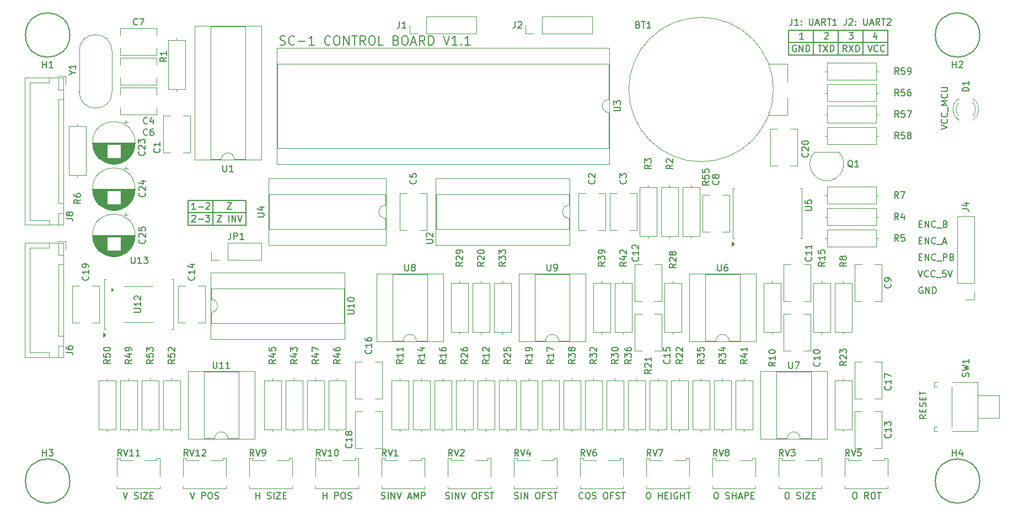
<source format=gbr>
%TF.GenerationSoftware,KiCad,Pcbnew,8.0.0*%
%TF.CreationDate,2024-03-07T09:04:59+08:00*%
%TF.ProjectId,control_board,636f6e74-726f-46c5-9f62-6f6172642e6b,1.0*%
%TF.SameCoordinates,Original*%
%TF.FileFunction,Legend,Top*%
%TF.FilePolarity,Positive*%
%FSLAX46Y46*%
G04 Gerber Fmt 4.6, Leading zero omitted, Abs format (unit mm)*
G04 Created by KiCad (PCBNEW 8.0.0) date 2024-03-07 09:04:59*
%MOMM*%
%LPD*%
G01*
G04 APERTURE LIST*
%ADD10C,0.150000*%
%ADD11C,0.120000*%
G04 APERTURE END LIST*
D10*
X77314588Y-81403819D02*
X76743160Y-81403819D01*
X77028874Y-81403819D02*
X77028874Y-80403819D01*
X77028874Y-80403819D02*
X76933636Y-80546676D01*
X76933636Y-80546676D02*
X76838398Y-80641914D01*
X76838398Y-80641914D02*
X76743160Y-80689533D01*
X77743160Y-81022866D02*
X78505065Y-81022866D01*
X78933636Y-80499057D02*
X78981255Y-80451438D01*
X78981255Y-80451438D02*
X79076493Y-80403819D01*
X79076493Y-80403819D02*
X79314588Y-80403819D01*
X79314588Y-80403819D02*
X79409826Y-80451438D01*
X79409826Y-80451438D02*
X79457445Y-80499057D01*
X79457445Y-80499057D02*
X79505064Y-80594295D01*
X79505064Y-80594295D02*
X79505064Y-80689533D01*
X79505064Y-80689533D02*
X79457445Y-80832390D01*
X79457445Y-80832390D02*
X78886017Y-81403819D01*
X78886017Y-81403819D02*
X79505064Y-81403819D01*
X80632541Y-82308819D02*
X81299207Y-82308819D01*
X81299207Y-82308819D02*
X80632541Y-83308819D01*
X80632541Y-83308819D02*
X81299207Y-83308819D01*
X82442065Y-83308819D02*
X82442065Y-82308819D01*
X82918255Y-83308819D02*
X82918255Y-82308819D01*
X82918255Y-82308819D02*
X83489683Y-83308819D01*
X83489683Y-83308819D02*
X83489683Y-82308819D01*
X83823017Y-82308819D02*
X84156350Y-83308819D01*
X84156350Y-83308819D02*
X84489683Y-82308819D01*
X82156541Y-80403819D02*
X82823207Y-80403819D01*
X82823207Y-80403819D02*
X82156541Y-81403819D01*
X82156541Y-81403819D02*
X82823207Y-81403819D01*
X76743160Y-82404057D02*
X76790779Y-82356438D01*
X76790779Y-82356438D02*
X76886017Y-82308819D01*
X76886017Y-82308819D02*
X77124112Y-82308819D01*
X77124112Y-82308819D02*
X77219350Y-82356438D01*
X77219350Y-82356438D02*
X77266969Y-82404057D01*
X77266969Y-82404057D02*
X77314588Y-82499295D01*
X77314588Y-82499295D02*
X77314588Y-82594533D01*
X77314588Y-82594533D02*
X77266969Y-82737390D01*
X77266969Y-82737390D02*
X76695541Y-83308819D01*
X76695541Y-83308819D02*
X77314588Y-83308819D01*
X77743160Y-82927866D02*
X78505065Y-82927866D01*
X78886017Y-82308819D02*
X79505064Y-82308819D01*
X79505064Y-82308819D02*
X79171731Y-82689771D01*
X79171731Y-82689771D02*
X79314588Y-82689771D01*
X79314588Y-82689771D02*
X79409826Y-82737390D01*
X79409826Y-82737390D02*
X79457445Y-82785009D01*
X79457445Y-82785009D02*
X79505064Y-82880247D01*
X79505064Y-82880247D02*
X79505064Y-83118342D01*
X79505064Y-83118342D02*
X79457445Y-83213580D01*
X79457445Y-83213580D02*
X79409826Y-83261200D01*
X79409826Y-83261200D02*
X79314588Y-83308819D01*
X79314588Y-83308819D02*
X79028874Y-83308819D01*
X79028874Y-83308819D02*
X78933636Y-83261200D01*
X78933636Y-83261200D02*
X78886017Y-83213580D01*
X76200000Y-81915000D02*
X85090000Y-81915000D01*
X85090000Y-83820000D02*
X85090000Y-80010000D01*
X76200000Y-80010000D02*
X76200000Y-83820000D01*
X80010000Y-83820000D02*
X80010000Y-80010000D01*
X85090000Y-80010000D02*
X76200000Y-80010000D01*
X76200000Y-83820000D02*
X85090000Y-83820000D01*
X180533922Y-56146819D02*
X180867255Y-57146819D01*
X180867255Y-57146819D02*
X181200588Y-56146819D01*
X182105350Y-57051580D02*
X182057731Y-57099200D01*
X182057731Y-57099200D02*
X181914874Y-57146819D01*
X181914874Y-57146819D02*
X181819636Y-57146819D01*
X181819636Y-57146819D02*
X181676779Y-57099200D01*
X181676779Y-57099200D02*
X181581541Y-57003961D01*
X181581541Y-57003961D02*
X181533922Y-56908723D01*
X181533922Y-56908723D02*
X181486303Y-56718247D01*
X181486303Y-56718247D02*
X181486303Y-56575390D01*
X181486303Y-56575390D02*
X181533922Y-56384914D01*
X181533922Y-56384914D02*
X181581541Y-56289676D01*
X181581541Y-56289676D02*
X181676779Y-56194438D01*
X181676779Y-56194438D02*
X181819636Y-56146819D01*
X181819636Y-56146819D02*
X181914874Y-56146819D01*
X181914874Y-56146819D02*
X182057731Y-56194438D01*
X182057731Y-56194438D02*
X182105350Y-56242057D01*
X183105350Y-57051580D02*
X183057731Y-57099200D01*
X183057731Y-57099200D02*
X182914874Y-57146819D01*
X182914874Y-57146819D02*
X182819636Y-57146819D01*
X182819636Y-57146819D02*
X182676779Y-57099200D01*
X182676779Y-57099200D02*
X182581541Y-57003961D01*
X182581541Y-57003961D02*
X182533922Y-56908723D01*
X182533922Y-56908723D02*
X182486303Y-56718247D01*
X182486303Y-56718247D02*
X182486303Y-56575390D01*
X182486303Y-56575390D02*
X182533922Y-56384914D01*
X182533922Y-56384914D02*
X182581541Y-56289676D01*
X182581541Y-56289676D02*
X182676779Y-56194438D01*
X182676779Y-56194438D02*
X182819636Y-56146819D01*
X182819636Y-56146819D02*
X182914874Y-56146819D01*
X182914874Y-56146819D02*
X183057731Y-56194438D01*
X183057731Y-56194438D02*
X183105350Y-56242057D01*
X177311207Y-57146819D02*
X176977874Y-56670628D01*
X176739779Y-57146819D02*
X176739779Y-56146819D01*
X176739779Y-56146819D02*
X177120731Y-56146819D01*
X177120731Y-56146819D02*
X177215969Y-56194438D01*
X177215969Y-56194438D02*
X177263588Y-56242057D01*
X177263588Y-56242057D02*
X177311207Y-56337295D01*
X177311207Y-56337295D02*
X177311207Y-56480152D01*
X177311207Y-56480152D02*
X177263588Y-56575390D01*
X177263588Y-56575390D02*
X177215969Y-56623009D01*
X177215969Y-56623009D02*
X177120731Y-56670628D01*
X177120731Y-56670628D02*
X176739779Y-56670628D01*
X177644541Y-56146819D02*
X178311207Y-57146819D01*
X178311207Y-56146819D02*
X177644541Y-57146819D01*
X178692160Y-57146819D02*
X178692160Y-56146819D01*
X178692160Y-56146819D02*
X178930255Y-56146819D01*
X178930255Y-56146819D02*
X179073112Y-56194438D01*
X179073112Y-56194438D02*
X179168350Y-56289676D01*
X179168350Y-56289676D02*
X179215969Y-56384914D01*
X179215969Y-56384914D02*
X179263588Y-56575390D01*
X179263588Y-56575390D02*
X179263588Y-56718247D01*
X179263588Y-56718247D02*
X179215969Y-56908723D01*
X179215969Y-56908723D02*
X179168350Y-57003961D01*
X179168350Y-57003961D02*
X179073112Y-57099200D01*
X179073112Y-57099200D02*
X178930255Y-57146819D01*
X178930255Y-57146819D02*
X178692160Y-57146819D01*
X172913922Y-56146819D02*
X173485350Y-56146819D01*
X173199636Y-57146819D02*
X173199636Y-56146819D01*
X173723446Y-56146819D02*
X174390112Y-57146819D01*
X174390112Y-56146819D02*
X173723446Y-57146819D01*
X174771065Y-57146819D02*
X174771065Y-56146819D01*
X174771065Y-56146819D02*
X175009160Y-56146819D01*
X175009160Y-56146819D02*
X175152017Y-56194438D01*
X175152017Y-56194438D02*
X175247255Y-56289676D01*
X175247255Y-56289676D02*
X175294874Y-56384914D01*
X175294874Y-56384914D02*
X175342493Y-56575390D01*
X175342493Y-56575390D02*
X175342493Y-56718247D01*
X175342493Y-56718247D02*
X175294874Y-56908723D01*
X175294874Y-56908723D02*
X175247255Y-57003961D01*
X175247255Y-57003961D02*
X175152017Y-57099200D01*
X175152017Y-57099200D02*
X175009160Y-57146819D01*
X175009160Y-57146819D02*
X174771065Y-57146819D01*
X169516588Y-56194438D02*
X169421350Y-56146819D01*
X169421350Y-56146819D02*
X169278493Y-56146819D01*
X169278493Y-56146819D02*
X169135636Y-56194438D01*
X169135636Y-56194438D02*
X169040398Y-56289676D01*
X169040398Y-56289676D02*
X168992779Y-56384914D01*
X168992779Y-56384914D02*
X168945160Y-56575390D01*
X168945160Y-56575390D02*
X168945160Y-56718247D01*
X168945160Y-56718247D02*
X168992779Y-56908723D01*
X168992779Y-56908723D02*
X169040398Y-57003961D01*
X169040398Y-57003961D02*
X169135636Y-57099200D01*
X169135636Y-57099200D02*
X169278493Y-57146819D01*
X169278493Y-57146819D02*
X169373731Y-57146819D01*
X169373731Y-57146819D02*
X169516588Y-57099200D01*
X169516588Y-57099200D02*
X169564207Y-57051580D01*
X169564207Y-57051580D02*
X169564207Y-56718247D01*
X169564207Y-56718247D02*
X169373731Y-56718247D01*
X169992779Y-57146819D02*
X169992779Y-56146819D01*
X169992779Y-56146819D02*
X170564207Y-57146819D01*
X170564207Y-57146819D02*
X170564207Y-56146819D01*
X171040398Y-57146819D02*
X171040398Y-56146819D01*
X171040398Y-56146819D02*
X171278493Y-56146819D01*
X171278493Y-56146819D02*
X171421350Y-56194438D01*
X171421350Y-56194438D02*
X171516588Y-56289676D01*
X171516588Y-56289676D02*
X171564207Y-56384914D01*
X171564207Y-56384914D02*
X171611826Y-56575390D01*
X171611826Y-56575390D02*
X171611826Y-56718247D01*
X171611826Y-56718247D02*
X171564207Y-56908723D01*
X171564207Y-56908723D02*
X171516588Y-57003961D01*
X171516588Y-57003961D02*
X171421350Y-57099200D01*
X171421350Y-57099200D02*
X171278493Y-57146819D01*
X171278493Y-57146819D02*
X171040398Y-57146819D01*
X181867350Y-54575152D02*
X181867350Y-55241819D01*
X181629255Y-54194200D02*
X181391160Y-54908485D01*
X181391160Y-54908485D02*
X182010207Y-54908485D01*
X177660541Y-54241819D02*
X178279588Y-54241819D01*
X178279588Y-54241819D02*
X177946255Y-54622771D01*
X177946255Y-54622771D02*
X178089112Y-54622771D01*
X178089112Y-54622771D02*
X178184350Y-54670390D01*
X178184350Y-54670390D02*
X178231969Y-54718009D01*
X178231969Y-54718009D02*
X178279588Y-54813247D01*
X178279588Y-54813247D02*
X178279588Y-55051342D01*
X178279588Y-55051342D02*
X178231969Y-55146580D01*
X178231969Y-55146580D02*
X178184350Y-55194200D01*
X178184350Y-55194200D02*
X178089112Y-55241819D01*
X178089112Y-55241819D02*
X177803398Y-55241819D01*
X177803398Y-55241819D02*
X177708160Y-55194200D01*
X177708160Y-55194200D02*
X177660541Y-55146580D01*
X173898160Y-54337057D02*
X173945779Y-54289438D01*
X173945779Y-54289438D02*
X174041017Y-54241819D01*
X174041017Y-54241819D02*
X174279112Y-54241819D01*
X174279112Y-54241819D02*
X174374350Y-54289438D01*
X174374350Y-54289438D02*
X174421969Y-54337057D01*
X174421969Y-54337057D02*
X174469588Y-54432295D01*
X174469588Y-54432295D02*
X174469588Y-54527533D01*
X174469588Y-54527533D02*
X174421969Y-54670390D01*
X174421969Y-54670390D02*
X173850541Y-55241819D01*
X173850541Y-55241819D02*
X174469588Y-55241819D01*
X170659588Y-55241819D02*
X170088160Y-55241819D01*
X170373874Y-55241819D02*
X170373874Y-54241819D01*
X170373874Y-54241819D02*
X170278636Y-54384676D01*
X170278636Y-54384676D02*
X170183398Y-54479914D01*
X170183398Y-54479914D02*
X170088160Y-54527533D01*
X179832000Y-57658000D02*
X179832000Y-53848000D01*
X176022000Y-57658000D02*
X176022000Y-53848000D01*
X172212000Y-57658000D02*
X172212000Y-53848000D01*
X168402000Y-55753000D02*
X183642000Y-55753000D01*
X183642000Y-53848000D02*
X168402000Y-53848000D01*
X183642000Y-57658000D02*
X183642000Y-53848000D01*
X168402000Y-57658000D02*
X183642000Y-57658000D01*
X168402000Y-53848000D02*
X168402000Y-57658000D01*
X168897493Y-52082819D02*
X168897493Y-52797104D01*
X168897493Y-52797104D02*
X168849874Y-52939961D01*
X168849874Y-52939961D02*
X168754636Y-53035200D01*
X168754636Y-53035200D02*
X168611779Y-53082819D01*
X168611779Y-53082819D02*
X168516541Y-53082819D01*
X169897493Y-53082819D02*
X169326065Y-53082819D01*
X169611779Y-53082819D02*
X169611779Y-52082819D01*
X169611779Y-52082819D02*
X169516541Y-52225676D01*
X169516541Y-52225676D02*
X169421303Y-52320914D01*
X169421303Y-52320914D02*
X169326065Y-52368533D01*
X170326065Y-52987580D02*
X170373684Y-53035200D01*
X170373684Y-53035200D02*
X170326065Y-53082819D01*
X170326065Y-53082819D02*
X170278446Y-53035200D01*
X170278446Y-53035200D02*
X170326065Y-52987580D01*
X170326065Y-52987580D02*
X170326065Y-53082819D01*
X170326065Y-52463771D02*
X170373684Y-52511390D01*
X170373684Y-52511390D02*
X170326065Y-52559009D01*
X170326065Y-52559009D02*
X170278446Y-52511390D01*
X170278446Y-52511390D02*
X170326065Y-52463771D01*
X170326065Y-52463771D02*
X170326065Y-52559009D01*
X171564160Y-52082819D02*
X171564160Y-52892342D01*
X171564160Y-52892342D02*
X171611779Y-52987580D01*
X171611779Y-52987580D02*
X171659398Y-53035200D01*
X171659398Y-53035200D02*
X171754636Y-53082819D01*
X171754636Y-53082819D02*
X171945112Y-53082819D01*
X171945112Y-53082819D02*
X172040350Y-53035200D01*
X172040350Y-53035200D02*
X172087969Y-52987580D01*
X172087969Y-52987580D02*
X172135588Y-52892342D01*
X172135588Y-52892342D02*
X172135588Y-52082819D01*
X172564160Y-52797104D02*
X173040350Y-52797104D01*
X172468922Y-53082819D02*
X172802255Y-52082819D01*
X172802255Y-52082819D02*
X173135588Y-53082819D01*
X174040350Y-53082819D02*
X173707017Y-52606628D01*
X173468922Y-53082819D02*
X173468922Y-52082819D01*
X173468922Y-52082819D02*
X173849874Y-52082819D01*
X173849874Y-52082819D02*
X173945112Y-52130438D01*
X173945112Y-52130438D02*
X173992731Y-52178057D01*
X173992731Y-52178057D02*
X174040350Y-52273295D01*
X174040350Y-52273295D02*
X174040350Y-52416152D01*
X174040350Y-52416152D02*
X173992731Y-52511390D01*
X173992731Y-52511390D02*
X173945112Y-52559009D01*
X173945112Y-52559009D02*
X173849874Y-52606628D01*
X173849874Y-52606628D02*
X173468922Y-52606628D01*
X174326065Y-52082819D02*
X174897493Y-52082819D01*
X174611779Y-53082819D02*
X174611779Y-52082819D01*
X175754636Y-53082819D02*
X175183208Y-53082819D01*
X175468922Y-53082819D02*
X175468922Y-52082819D01*
X175468922Y-52082819D02*
X175373684Y-52225676D01*
X175373684Y-52225676D02*
X175278446Y-52320914D01*
X175278446Y-52320914D02*
X175183208Y-52368533D01*
X177230827Y-52082819D02*
X177230827Y-52797104D01*
X177230827Y-52797104D02*
X177183208Y-52939961D01*
X177183208Y-52939961D02*
X177087970Y-53035200D01*
X177087970Y-53035200D02*
X176945113Y-53082819D01*
X176945113Y-53082819D02*
X176849875Y-53082819D01*
X177659399Y-52178057D02*
X177707018Y-52130438D01*
X177707018Y-52130438D02*
X177802256Y-52082819D01*
X177802256Y-52082819D02*
X178040351Y-52082819D01*
X178040351Y-52082819D02*
X178135589Y-52130438D01*
X178135589Y-52130438D02*
X178183208Y-52178057D01*
X178183208Y-52178057D02*
X178230827Y-52273295D01*
X178230827Y-52273295D02*
X178230827Y-52368533D01*
X178230827Y-52368533D02*
X178183208Y-52511390D01*
X178183208Y-52511390D02*
X177611780Y-53082819D01*
X177611780Y-53082819D02*
X178230827Y-53082819D01*
X178659399Y-52987580D02*
X178707018Y-53035200D01*
X178707018Y-53035200D02*
X178659399Y-53082819D01*
X178659399Y-53082819D02*
X178611780Y-53035200D01*
X178611780Y-53035200D02*
X178659399Y-52987580D01*
X178659399Y-52987580D02*
X178659399Y-53082819D01*
X178659399Y-52463771D02*
X178707018Y-52511390D01*
X178707018Y-52511390D02*
X178659399Y-52559009D01*
X178659399Y-52559009D02*
X178611780Y-52511390D01*
X178611780Y-52511390D02*
X178659399Y-52463771D01*
X178659399Y-52463771D02*
X178659399Y-52559009D01*
X179897494Y-52082819D02*
X179897494Y-52892342D01*
X179897494Y-52892342D02*
X179945113Y-52987580D01*
X179945113Y-52987580D02*
X179992732Y-53035200D01*
X179992732Y-53035200D02*
X180087970Y-53082819D01*
X180087970Y-53082819D02*
X180278446Y-53082819D01*
X180278446Y-53082819D02*
X180373684Y-53035200D01*
X180373684Y-53035200D02*
X180421303Y-52987580D01*
X180421303Y-52987580D02*
X180468922Y-52892342D01*
X180468922Y-52892342D02*
X180468922Y-52082819D01*
X180897494Y-52797104D02*
X181373684Y-52797104D01*
X180802256Y-53082819D02*
X181135589Y-52082819D01*
X181135589Y-52082819D02*
X181468922Y-53082819D01*
X182373684Y-53082819D02*
X182040351Y-52606628D01*
X181802256Y-53082819D02*
X181802256Y-52082819D01*
X181802256Y-52082819D02*
X182183208Y-52082819D01*
X182183208Y-52082819D02*
X182278446Y-52130438D01*
X182278446Y-52130438D02*
X182326065Y-52178057D01*
X182326065Y-52178057D02*
X182373684Y-52273295D01*
X182373684Y-52273295D02*
X182373684Y-52416152D01*
X182373684Y-52416152D02*
X182326065Y-52511390D01*
X182326065Y-52511390D02*
X182278446Y-52559009D01*
X182278446Y-52559009D02*
X182183208Y-52606628D01*
X182183208Y-52606628D02*
X181802256Y-52606628D01*
X182659399Y-52082819D02*
X183230827Y-52082819D01*
X182945113Y-53082819D02*
X182945113Y-52082819D01*
X183516542Y-52178057D02*
X183564161Y-52130438D01*
X183564161Y-52130438D02*
X183659399Y-52082819D01*
X183659399Y-52082819D02*
X183897494Y-52082819D01*
X183897494Y-52082819D02*
X183992732Y-52130438D01*
X183992732Y-52130438D02*
X184040351Y-52178057D01*
X184040351Y-52178057D02*
X184087970Y-52273295D01*
X184087970Y-52273295D02*
X184087970Y-52368533D01*
X184087970Y-52368533D02*
X184040351Y-52511390D01*
X184040351Y-52511390D02*
X183468923Y-53082819D01*
X183468923Y-53082819D02*
X184087970Y-53082819D01*
X191782819Y-69148077D02*
X192782819Y-68814744D01*
X192782819Y-68814744D02*
X191782819Y-68481411D01*
X192687580Y-67576649D02*
X192735200Y-67624268D01*
X192735200Y-67624268D02*
X192782819Y-67767125D01*
X192782819Y-67767125D02*
X192782819Y-67862363D01*
X192782819Y-67862363D02*
X192735200Y-68005220D01*
X192735200Y-68005220D02*
X192639961Y-68100458D01*
X192639961Y-68100458D02*
X192544723Y-68148077D01*
X192544723Y-68148077D02*
X192354247Y-68195696D01*
X192354247Y-68195696D02*
X192211390Y-68195696D01*
X192211390Y-68195696D02*
X192020914Y-68148077D01*
X192020914Y-68148077D02*
X191925676Y-68100458D01*
X191925676Y-68100458D02*
X191830438Y-68005220D01*
X191830438Y-68005220D02*
X191782819Y-67862363D01*
X191782819Y-67862363D02*
X191782819Y-67767125D01*
X191782819Y-67767125D02*
X191830438Y-67624268D01*
X191830438Y-67624268D02*
X191878057Y-67576649D01*
X192687580Y-66576649D02*
X192735200Y-66624268D01*
X192735200Y-66624268D02*
X192782819Y-66767125D01*
X192782819Y-66767125D02*
X192782819Y-66862363D01*
X192782819Y-66862363D02*
X192735200Y-67005220D01*
X192735200Y-67005220D02*
X192639961Y-67100458D01*
X192639961Y-67100458D02*
X192544723Y-67148077D01*
X192544723Y-67148077D02*
X192354247Y-67195696D01*
X192354247Y-67195696D02*
X192211390Y-67195696D01*
X192211390Y-67195696D02*
X192020914Y-67148077D01*
X192020914Y-67148077D02*
X191925676Y-67100458D01*
X191925676Y-67100458D02*
X191830438Y-67005220D01*
X191830438Y-67005220D02*
X191782819Y-66862363D01*
X191782819Y-66862363D02*
X191782819Y-66767125D01*
X191782819Y-66767125D02*
X191830438Y-66624268D01*
X191830438Y-66624268D02*
X191878057Y-66576649D01*
X192878057Y-66386173D02*
X192878057Y-65624268D01*
X192782819Y-65386172D02*
X191782819Y-65386172D01*
X191782819Y-65386172D02*
X192497104Y-65052839D01*
X192497104Y-65052839D02*
X191782819Y-64719506D01*
X191782819Y-64719506D02*
X192782819Y-64719506D01*
X192687580Y-63671887D02*
X192735200Y-63719506D01*
X192735200Y-63719506D02*
X192782819Y-63862363D01*
X192782819Y-63862363D02*
X192782819Y-63957601D01*
X192782819Y-63957601D02*
X192735200Y-64100458D01*
X192735200Y-64100458D02*
X192639961Y-64195696D01*
X192639961Y-64195696D02*
X192544723Y-64243315D01*
X192544723Y-64243315D02*
X192354247Y-64290934D01*
X192354247Y-64290934D02*
X192211390Y-64290934D01*
X192211390Y-64290934D02*
X192020914Y-64243315D01*
X192020914Y-64243315D02*
X191925676Y-64195696D01*
X191925676Y-64195696D02*
X191830438Y-64100458D01*
X191830438Y-64100458D02*
X191782819Y-63957601D01*
X191782819Y-63957601D02*
X191782819Y-63862363D01*
X191782819Y-63862363D02*
X191830438Y-63719506D01*
X191830438Y-63719506D02*
X191878057Y-63671887D01*
X191782819Y-63243315D02*
X192592342Y-63243315D01*
X192592342Y-63243315D02*
X192687580Y-63195696D01*
X192687580Y-63195696D02*
X192735200Y-63148077D01*
X192735200Y-63148077D02*
X192782819Y-63052839D01*
X192782819Y-63052839D02*
X192782819Y-62862363D01*
X192782819Y-62862363D02*
X192735200Y-62767125D01*
X192735200Y-62767125D02*
X192687580Y-62719506D01*
X192687580Y-62719506D02*
X192592342Y-62671887D01*
X192592342Y-62671887D02*
X191782819Y-62671887D01*
X188947588Y-93405438D02*
X188852350Y-93357819D01*
X188852350Y-93357819D02*
X188709493Y-93357819D01*
X188709493Y-93357819D02*
X188566636Y-93405438D01*
X188566636Y-93405438D02*
X188471398Y-93500676D01*
X188471398Y-93500676D02*
X188423779Y-93595914D01*
X188423779Y-93595914D02*
X188376160Y-93786390D01*
X188376160Y-93786390D02*
X188376160Y-93929247D01*
X188376160Y-93929247D02*
X188423779Y-94119723D01*
X188423779Y-94119723D02*
X188471398Y-94214961D01*
X188471398Y-94214961D02*
X188566636Y-94310200D01*
X188566636Y-94310200D02*
X188709493Y-94357819D01*
X188709493Y-94357819D02*
X188804731Y-94357819D01*
X188804731Y-94357819D02*
X188947588Y-94310200D01*
X188947588Y-94310200D02*
X188995207Y-94262580D01*
X188995207Y-94262580D02*
X188995207Y-93929247D01*
X188995207Y-93929247D02*
X188804731Y-93929247D01*
X189423779Y-94357819D02*
X189423779Y-93357819D01*
X189423779Y-93357819D02*
X189995207Y-94357819D01*
X189995207Y-94357819D02*
X189995207Y-93357819D01*
X190471398Y-94357819D02*
X190471398Y-93357819D01*
X190471398Y-93357819D02*
X190709493Y-93357819D01*
X190709493Y-93357819D02*
X190852350Y-93405438D01*
X190852350Y-93405438D02*
X190947588Y-93500676D01*
X190947588Y-93500676D02*
X190995207Y-93595914D01*
X190995207Y-93595914D02*
X191042826Y-93786390D01*
X191042826Y-93786390D02*
X191042826Y-93929247D01*
X191042826Y-93929247D02*
X190995207Y-94119723D01*
X190995207Y-94119723D02*
X190947588Y-94214961D01*
X190947588Y-94214961D02*
X190852350Y-94310200D01*
X190852350Y-94310200D02*
X190709493Y-94357819D01*
X190709493Y-94357819D02*
X190471398Y-94357819D01*
X188280922Y-90817819D02*
X188614255Y-91817819D01*
X188614255Y-91817819D02*
X188947588Y-90817819D01*
X189852350Y-91722580D02*
X189804731Y-91770200D01*
X189804731Y-91770200D02*
X189661874Y-91817819D01*
X189661874Y-91817819D02*
X189566636Y-91817819D01*
X189566636Y-91817819D02*
X189423779Y-91770200D01*
X189423779Y-91770200D02*
X189328541Y-91674961D01*
X189328541Y-91674961D02*
X189280922Y-91579723D01*
X189280922Y-91579723D02*
X189233303Y-91389247D01*
X189233303Y-91389247D02*
X189233303Y-91246390D01*
X189233303Y-91246390D02*
X189280922Y-91055914D01*
X189280922Y-91055914D02*
X189328541Y-90960676D01*
X189328541Y-90960676D02*
X189423779Y-90865438D01*
X189423779Y-90865438D02*
X189566636Y-90817819D01*
X189566636Y-90817819D02*
X189661874Y-90817819D01*
X189661874Y-90817819D02*
X189804731Y-90865438D01*
X189804731Y-90865438D02*
X189852350Y-90913057D01*
X190852350Y-91722580D02*
X190804731Y-91770200D01*
X190804731Y-91770200D02*
X190661874Y-91817819D01*
X190661874Y-91817819D02*
X190566636Y-91817819D01*
X190566636Y-91817819D02*
X190423779Y-91770200D01*
X190423779Y-91770200D02*
X190328541Y-91674961D01*
X190328541Y-91674961D02*
X190280922Y-91579723D01*
X190280922Y-91579723D02*
X190233303Y-91389247D01*
X190233303Y-91389247D02*
X190233303Y-91246390D01*
X190233303Y-91246390D02*
X190280922Y-91055914D01*
X190280922Y-91055914D02*
X190328541Y-90960676D01*
X190328541Y-90960676D02*
X190423779Y-90865438D01*
X190423779Y-90865438D02*
X190566636Y-90817819D01*
X190566636Y-90817819D02*
X190661874Y-90817819D01*
X190661874Y-90817819D02*
X190804731Y-90865438D01*
X190804731Y-90865438D02*
X190852350Y-90913057D01*
X191042827Y-91913057D02*
X191804731Y-91913057D01*
X192519017Y-90817819D02*
X192042827Y-90817819D01*
X192042827Y-90817819D02*
X191995208Y-91294009D01*
X191995208Y-91294009D02*
X192042827Y-91246390D01*
X192042827Y-91246390D02*
X192138065Y-91198771D01*
X192138065Y-91198771D02*
X192376160Y-91198771D01*
X192376160Y-91198771D02*
X192471398Y-91246390D01*
X192471398Y-91246390D02*
X192519017Y-91294009D01*
X192519017Y-91294009D02*
X192566636Y-91389247D01*
X192566636Y-91389247D02*
X192566636Y-91627342D01*
X192566636Y-91627342D02*
X192519017Y-91722580D01*
X192519017Y-91722580D02*
X192471398Y-91770200D01*
X192471398Y-91770200D02*
X192376160Y-91817819D01*
X192376160Y-91817819D02*
X192138065Y-91817819D01*
X192138065Y-91817819D02*
X192042827Y-91770200D01*
X192042827Y-91770200D02*
X191995208Y-91722580D01*
X192852351Y-90817819D02*
X193185684Y-91817819D01*
X193185684Y-91817819D02*
X193519017Y-90817819D01*
X188423779Y-88754009D02*
X188757112Y-88754009D01*
X188899969Y-89277819D02*
X188423779Y-89277819D01*
X188423779Y-89277819D02*
X188423779Y-88277819D01*
X188423779Y-88277819D02*
X188899969Y-88277819D01*
X189328541Y-89277819D02*
X189328541Y-88277819D01*
X189328541Y-88277819D02*
X189899969Y-89277819D01*
X189899969Y-89277819D02*
X189899969Y-88277819D01*
X190947588Y-89182580D02*
X190899969Y-89230200D01*
X190899969Y-89230200D02*
X190757112Y-89277819D01*
X190757112Y-89277819D02*
X190661874Y-89277819D01*
X190661874Y-89277819D02*
X190519017Y-89230200D01*
X190519017Y-89230200D02*
X190423779Y-89134961D01*
X190423779Y-89134961D02*
X190376160Y-89039723D01*
X190376160Y-89039723D02*
X190328541Y-88849247D01*
X190328541Y-88849247D02*
X190328541Y-88706390D01*
X190328541Y-88706390D02*
X190376160Y-88515914D01*
X190376160Y-88515914D02*
X190423779Y-88420676D01*
X190423779Y-88420676D02*
X190519017Y-88325438D01*
X190519017Y-88325438D02*
X190661874Y-88277819D01*
X190661874Y-88277819D02*
X190757112Y-88277819D01*
X190757112Y-88277819D02*
X190899969Y-88325438D01*
X190899969Y-88325438D02*
X190947588Y-88373057D01*
X191138065Y-89373057D02*
X191899969Y-89373057D01*
X192138065Y-89277819D02*
X192138065Y-88277819D01*
X192138065Y-88277819D02*
X192519017Y-88277819D01*
X192519017Y-88277819D02*
X192614255Y-88325438D01*
X192614255Y-88325438D02*
X192661874Y-88373057D01*
X192661874Y-88373057D02*
X192709493Y-88468295D01*
X192709493Y-88468295D02*
X192709493Y-88611152D01*
X192709493Y-88611152D02*
X192661874Y-88706390D01*
X192661874Y-88706390D02*
X192614255Y-88754009D01*
X192614255Y-88754009D02*
X192519017Y-88801628D01*
X192519017Y-88801628D02*
X192138065Y-88801628D01*
X193471398Y-88754009D02*
X193614255Y-88801628D01*
X193614255Y-88801628D02*
X193661874Y-88849247D01*
X193661874Y-88849247D02*
X193709493Y-88944485D01*
X193709493Y-88944485D02*
X193709493Y-89087342D01*
X193709493Y-89087342D02*
X193661874Y-89182580D01*
X193661874Y-89182580D02*
X193614255Y-89230200D01*
X193614255Y-89230200D02*
X193519017Y-89277819D01*
X193519017Y-89277819D02*
X193138065Y-89277819D01*
X193138065Y-89277819D02*
X193138065Y-88277819D01*
X193138065Y-88277819D02*
X193471398Y-88277819D01*
X193471398Y-88277819D02*
X193566636Y-88325438D01*
X193566636Y-88325438D02*
X193614255Y-88373057D01*
X193614255Y-88373057D02*
X193661874Y-88468295D01*
X193661874Y-88468295D02*
X193661874Y-88563533D01*
X193661874Y-88563533D02*
X193614255Y-88658771D01*
X193614255Y-88658771D02*
X193566636Y-88706390D01*
X193566636Y-88706390D02*
X193471398Y-88754009D01*
X193471398Y-88754009D02*
X193138065Y-88754009D01*
X188423779Y-86214009D02*
X188757112Y-86214009D01*
X188899969Y-86737819D02*
X188423779Y-86737819D01*
X188423779Y-86737819D02*
X188423779Y-85737819D01*
X188423779Y-85737819D02*
X188899969Y-85737819D01*
X189328541Y-86737819D02*
X189328541Y-85737819D01*
X189328541Y-85737819D02*
X189899969Y-86737819D01*
X189899969Y-86737819D02*
X189899969Y-85737819D01*
X190947588Y-86642580D02*
X190899969Y-86690200D01*
X190899969Y-86690200D02*
X190757112Y-86737819D01*
X190757112Y-86737819D02*
X190661874Y-86737819D01*
X190661874Y-86737819D02*
X190519017Y-86690200D01*
X190519017Y-86690200D02*
X190423779Y-86594961D01*
X190423779Y-86594961D02*
X190376160Y-86499723D01*
X190376160Y-86499723D02*
X190328541Y-86309247D01*
X190328541Y-86309247D02*
X190328541Y-86166390D01*
X190328541Y-86166390D02*
X190376160Y-85975914D01*
X190376160Y-85975914D02*
X190423779Y-85880676D01*
X190423779Y-85880676D02*
X190519017Y-85785438D01*
X190519017Y-85785438D02*
X190661874Y-85737819D01*
X190661874Y-85737819D02*
X190757112Y-85737819D01*
X190757112Y-85737819D02*
X190899969Y-85785438D01*
X190899969Y-85785438D02*
X190947588Y-85833057D01*
X191138065Y-86833057D02*
X191899969Y-86833057D01*
X192090446Y-86452104D02*
X192566636Y-86452104D01*
X191995208Y-86737819D02*
X192328541Y-85737819D01*
X192328541Y-85737819D02*
X192661874Y-86737819D01*
X188423779Y-83674009D02*
X188757112Y-83674009D01*
X188899969Y-84197819D02*
X188423779Y-84197819D01*
X188423779Y-84197819D02*
X188423779Y-83197819D01*
X188423779Y-83197819D02*
X188899969Y-83197819D01*
X189328541Y-84197819D02*
X189328541Y-83197819D01*
X189328541Y-83197819D02*
X189899969Y-84197819D01*
X189899969Y-84197819D02*
X189899969Y-83197819D01*
X190947588Y-84102580D02*
X190899969Y-84150200D01*
X190899969Y-84150200D02*
X190757112Y-84197819D01*
X190757112Y-84197819D02*
X190661874Y-84197819D01*
X190661874Y-84197819D02*
X190519017Y-84150200D01*
X190519017Y-84150200D02*
X190423779Y-84054961D01*
X190423779Y-84054961D02*
X190376160Y-83959723D01*
X190376160Y-83959723D02*
X190328541Y-83769247D01*
X190328541Y-83769247D02*
X190328541Y-83626390D01*
X190328541Y-83626390D02*
X190376160Y-83435914D01*
X190376160Y-83435914D02*
X190423779Y-83340676D01*
X190423779Y-83340676D02*
X190519017Y-83245438D01*
X190519017Y-83245438D02*
X190661874Y-83197819D01*
X190661874Y-83197819D02*
X190757112Y-83197819D01*
X190757112Y-83197819D02*
X190899969Y-83245438D01*
X190899969Y-83245438D02*
X190947588Y-83293057D01*
X191138065Y-84293057D02*
X191899969Y-84293057D01*
X192471398Y-83674009D02*
X192614255Y-83721628D01*
X192614255Y-83721628D02*
X192661874Y-83769247D01*
X192661874Y-83769247D02*
X192709493Y-83864485D01*
X192709493Y-83864485D02*
X192709493Y-84007342D01*
X192709493Y-84007342D02*
X192661874Y-84102580D01*
X192661874Y-84102580D02*
X192614255Y-84150200D01*
X192614255Y-84150200D02*
X192519017Y-84197819D01*
X192519017Y-84197819D02*
X192138065Y-84197819D01*
X192138065Y-84197819D02*
X192138065Y-83197819D01*
X192138065Y-83197819D02*
X192471398Y-83197819D01*
X192471398Y-83197819D02*
X192566636Y-83245438D01*
X192566636Y-83245438D02*
X192614255Y-83293057D01*
X192614255Y-83293057D02*
X192661874Y-83388295D01*
X192661874Y-83388295D02*
X192661874Y-83483533D01*
X192661874Y-83483533D02*
X192614255Y-83578771D01*
X192614255Y-83578771D02*
X192566636Y-83626390D01*
X192566636Y-83626390D02*
X192471398Y-83674009D01*
X192471398Y-83674009D02*
X192138065Y-83674009D01*
X189480819Y-113010792D02*
X189004628Y-113344125D01*
X189480819Y-113582220D02*
X188480819Y-113582220D01*
X188480819Y-113582220D02*
X188480819Y-113201268D01*
X188480819Y-113201268D02*
X188528438Y-113106030D01*
X188528438Y-113106030D02*
X188576057Y-113058411D01*
X188576057Y-113058411D02*
X188671295Y-113010792D01*
X188671295Y-113010792D02*
X188814152Y-113010792D01*
X188814152Y-113010792D02*
X188909390Y-113058411D01*
X188909390Y-113058411D02*
X188957009Y-113106030D01*
X188957009Y-113106030D02*
X189004628Y-113201268D01*
X189004628Y-113201268D02*
X189004628Y-113582220D01*
X188957009Y-112582220D02*
X188957009Y-112248887D01*
X189480819Y-112106030D02*
X189480819Y-112582220D01*
X189480819Y-112582220D02*
X188480819Y-112582220D01*
X188480819Y-112582220D02*
X188480819Y-112106030D01*
X189433200Y-111725077D02*
X189480819Y-111582220D01*
X189480819Y-111582220D02*
X189480819Y-111344125D01*
X189480819Y-111344125D02*
X189433200Y-111248887D01*
X189433200Y-111248887D02*
X189385580Y-111201268D01*
X189385580Y-111201268D02*
X189290342Y-111153649D01*
X189290342Y-111153649D02*
X189195104Y-111153649D01*
X189195104Y-111153649D02*
X189099866Y-111201268D01*
X189099866Y-111201268D02*
X189052247Y-111248887D01*
X189052247Y-111248887D02*
X189004628Y-111344125D01*
X189004628Y-111344125D02*
X188957009Y-111534601D01*
X188957009Y-111534601D02*
X188909390Y-111629839D01*
X188909390Y-111629839D02*
X188861771Y-111677458D01*
X188861771Y-111677458D02*
X188766533Y-111725077D01*
X188766533Y-111725077D02*
X188671295Y-111725077D01*
X188671295Y-111725077D02*
X188576057Y-111677458D01*
X188576057Y-111677458D02*
X188528438Y-111629839D01*
X188528438Y-111629839D02*
X188480819Y-111534601D01*
X188480819Y-111534601D02*
X188480819Y-111296506D01*
X188480819Y-111296506D02*
X188528438Y-111153649D01*
X188957009Y-110725077D02*
X188957009Y-110391744D01*
X189480819Y-110248887D02*
X189480819Y-110725077D01*
X189480819Y-110725077D02*
X188480819Y-110725077D01*
X188480819Y-110725077D02*
X188480819Y-110248887D01*
X188480819Y-109963172D02*
X188480819Y-109391744D01*
X189480819Y-109677458D02*
X188480819Y-109677458D01*
X58017768Y-54610000D02*
G75*
G02*
X51202232Y-54610000I-3407768J0D01*
G01*
X51202232Y-54610000D02*
G75*
G02*
X58017768Y-54610000I3407768J0D01*
G01*
X58017768Y-123190000D02*
G75*
G02*
X51202232Y-123190000I-3407768J0D01*
G01*
X51202232Y-123190000D02*
G75*
G02*
X58017768Y-123190000I3407768J0D01*
G01*
X197717768Y-54610000D02*
G75*
G02*
X190902232Y-54610000I-3407768J0D01*
G01*
X190902232Y-54610000D02*
G75*
G02*
X197717768Y-54610000I3407768J0D01*
G01*
X197717768Y-123190000D02*
G75*
G02*
X190902232Y-123190000I-3407768J0D01*
G01*
X190902232Y-123190000D02*
G75*
G02*
X197717768Y-123190000I3407768J0D01*
G01*
X168060952Y-124930819D02*
X168251428Y-124930819D01*
X168251428Y-124930819D02*
X168346666Y-124978438D01*
X168346666Y-124978438D02*
X168441904Y-125073676D01*
X168441904Y-125073676D02*
X168489523Y-125264152D01*
X168489523Y-125264152D02*
X168489523Y-125597485D01*
X168489523Y-125597485D02*
X168441904Y-125787961D01*
X168441904Y-125787961D02*
X168346666Y-125883200D01*
X168346666Y-125883200D02*
X168251428Y-125930819D01*
X168251428Y-125930819D02*
X168060952Y-125930819D01*
X168060952Y-125930819D02*
X167965714Y-125883200D01*
X167965714Y-125883200D02*
X167870476Y-125787961D01*
X167870476Y-125787961D02*
X167822857Y-125597485D01*
X167822857Y-125597485D02*
X167822857Y-125264152D01*
X167822857Y-125264152D02*
X167870476Y-125073676D01*
X167870476Y-125073676D02*
X167965714Y-124978438D01*
X167965714Y-124978438D02*
X168060952Y-124930819D01*
X169632381Y-125883200D02*
X169775238Y-125930819D01*
X169775238Y-125930819D02*
X170013333Y-125930819D01*
X170013333Y-125930819D02*
X170108571Y-125883200D01*
X170108571Y-125883200D02*
X170156190Y-125835580D01*
X170156190Y-125835580D02*
X170203809Y-125740342D01*
X170203809Y-125740342D02*
X170203809Y-125645104D01*
X170203809Y-125645104D02*
X170156190Y-125549866D01*
X170156190Y-125549866D02*
X170108571Y-125502247D01*
X170108571Y-125502247D02*
X170013333Y-125454628D01*
X170013333Y-125454628D02*
X169822857Y-125407009D01*
X169822857Y-125407009D02*
X169727619Y-125359390D01*
X169727619Y-125359390D02*
X169680000Y-125311771D01*
X169680000Y-125311771D02*
X169632381Y-125216533D01*
X169632381Y-125216533D02*
X169632381Y-125121295D01*
X169632381Y-125121295D02*
X169680000Y-125026057D01*
X169680000Y-125026057D02*
X169727619Y-124978438D01*
X169727619Y-124978438D02*
X169822857Y-124930819D01*
X169822857Y-124930819D02*
X170060952Y-124930819D01*
X170060952Y-124930819D02*
X170203809Y-124978438D01*
X170632381Y-125930819D02*
X170632381Y-124930819D01*
X171013333Y-124930819D02*
X171679999Y-124930819D01*
X171679999Y-124930819D02*
X171013333Y-125930819D01*
X171013333Y-125930819D02*
X171679999Y-125930819D01*
X172060952Y-125407009D02*
X172394285Y-125407009D01*
X172537142Y-125930819D02*
X172060952Y-125930819D01*
X172060952Y-125930819D02*
X172060952Y-124930819D01*
X172060952Y-124930819D02*
X172537142Y-124930819D01*
X136819047Y-125835580D02*
X136771428Y-125883200D01*
X136771428Y-125883200D02*
X136628571Y-125930819D01*
X136628571Y-125930819D02*
X136533333Y-125930819D01*
X136533333Y-125930819D02*
X136390476Y-125883200D01*
X136390476Y-125883200D02*
X136295238Y-125787961D01*
X136295238Y-125787961D02*
X136247619Y-125692723D01*
X136247619Y-125692723D02*
X136200000Y-125502247D01*
X136200000Y-125502247D02*
X136200000Y-125359390D01*
X136200000Y-125359390D02*
X136247619Y-125168914D01*
X136247619Y-125168914D02*
X136295238Y-125073676D01*
X136295238Y-125073676D02*
X136390476Y-124978438D01*
X136390476Y-124978438D02*
X136533333Y-124930819D01*
X136533333Y-124930819D02*
X136628571Y-124930819D01*
X136628571Y-124930819D02*
X136771428Y-124978438D01*
X136771428Y-124978438D02*
X136819047Y-125026057D01*
X137438095Y-124930819D02*
X137628571Y-124930819D01*
X137628571Y-124930819D02*
X137723809Y-124978438D01*
X137723809Y-124978438D02*
X137819047Y-125073676D01*
X137819047Y-125073676D02*
X137866666Y-125264152D01*
X137866666Y-125264152D02*
X137866666Y-125597485D01*
X137866666Y-125597485D02*
X137819047Y-125787961D01*
X137819047Y-125787961D02*
X137723809Y-125883200D01*
X137723809Y-125883200D02*
X137628571Y-125930819D01*
X137628571Y-125930819D02*
X137438095Y-125930819D01*
X137438095Y-125930819D02*
X137342857Y-125883200D01*
X137342857Y-125883200D02*
X137247619Y-125787961D01*
X137247619Y-125787961D02*
X137200000Y-125597485D01*
X137200000Y-125597485D02*
X137200000Y-125264152D01*
X137200000Y-125264152D02*
X137247619Y-125073676D01*
X137247619Y-125073676D02*
X137342857Y-124978438D01*
X137342857Y-124978438D02*
X137438095Y-124930819D01*
X138247619Y-125883200D02*
X138390476Y-125930819D01*
X138390476Y-125930819D02*
X138628571Y-125930819D01*
X138628571Y-125930819D02*
X138723809Y-125883200D01*
X138723809Y-125883200D02*
X138771428Y-125835580D01*
X138771428Y-125835580D02*
X138819047Y-125740342D01*
X138819047Y-125740342D02*
X138819047Y-125645104D01*
X138819047Y-125645104D02*
X138771428Y-125549866D01*
X138771428Y-125549866D02*
X138723809Y-125502247D01*
X138723809Y-125502247D02*
X138628571Y-125454628D01*
X138628571Y-125454628D02*
X138438095Y-125407009D01*
X138438095Y-125407009D02*
X138342857Y-125359390D01*
X138342857Y-125359390D02*
X138295238Y-125311771D01*
X138295238Y-125311771D02*
X138247619Y-125216533D01*
X138247619Y-125216533D02*
X138247619Y-125121295D01*
X138247619Y-125121295D02*
X138295238Y-125026057D01*
X138295238Y-125026057D02*
X138342857Y-124978438D01*
X138342857Y-124978438D02*
X138438095Y-124930819D01*
X138438095Y-124930819D02*
X138676190Y-124930819D01*
X138676190Y-124930819D02*
X138819047Y-124978438D01*
X140200000Y-124930819D02*
X140390476Y-124930819D01*
X140390476Y-124930819D02*
X140485714Y-124978438D01*
X140485714Y-124978438D02*
X140580952Y-125073676D01*
X140580952Y-125073676D02*
X140628571Y-125264152D01*
X140628571Y-125264152D02*
X140628571Y-125597485D01*
X140628571Y-125597485D02*
X140580952Y-125787961D01*
X140580952Y-125787961D02*
X140485714Y-125883200D01*
X140485714Y-125883200D02*
X140390476Y-125930819D01*
X140390476Y-125930819D02*
X140200000Y-125930819D01*
X140200000Y-125930819D02*
X140104762Y-125883200D01*
X140104762Y-125883200D02*
X140009524Y-125787961D01*
X140009524Y-125787961D02*
X139961905Y-125597485D01*
X139961905Y-125597485D02*
X139961905Y-125264152D01*
X139961905Y-125264152D02*
X140009524Y-125073676D01*
X140009524Y-125073676D02*
X140104762Y-124978438D01*
X140104762Y-124978438D02*
X140200000Y-124930819D01*
X141390476Y-125407009D02*
X141057143Y-125407009D01*
X141057143Y-125930819D02*
X141057143Y-124930819D01*
X141057143Y-124930819D02*
X141533333Y-124930819D01*
X141866667Y-125883200D02*
X142009524Y-125930819D01*
X142009524Y-125930819D02*
X142247619Y-125930819D01*
X142247619Y-125930819D02*
X142342857Y-125883200D01*
X142342857Y-125883200D02*
X142390476Y-125835580D01*
X142390476Y-125835580D02*
X142438095Y-125740342D01*
X142438095Y-125740342D02*
X142438095Y-125645104D01*
X142438095Y-125645104D02*
X142390476Y-125549866D01*
X142390476Y-125549866D02*
X142342857Y-125502247D01*
X142342857Y-125502247D02*
X142247619Y-125454628D01*
X142247619Y-125454628D02*
X142057143Y-125407009D01*
X142057143Y-125407009D02*
X141961905Y-125359390D01*
X141961905Y-125359390D02*
X141914286Y-125311771D01*
X141914286Y-125311771D02*
X141866667Y-125216533D01*
X141866667Y-125216533D02*
X141866667Y-125121295D01*
X141866667Y-125121295D02*
X141914286Y-125026057D01*
X141914286Y-125026057D02*
X141961905Y-124978438D01*
X141961905Y-124978438D02*
X142057143Y-124930819D01*
X142057143Y-124930819D02*
X142295238Y-124930819D01*
X142295238Y-124930819D02*
X142438095Y-124978438D01*
X142723810Y-124930819D02*
X143295238Y-124930819D01*
X143009524Y-125930819D02*
X143009524Y-124930819D01*
X157162857Y-124930819D02*
X157353333Y-124930819D01*
X157353333Y-124930819D02*
X157448571Y-124978438D01*
X157448571Y-124978438D02*
X157543809Y-125073676D01*
X157543809Y-125073676D02*
X157591428Y-125264152D01*
X157591428Y-125264152D02*
X157591428Y-125597485D01*
X157591428Y-125597485D02*
X157543809Y-125787961D01*
X157543809Y-125787961D02*
X157448571Y-125883200D01*
X157448571Y-125883200D02*
X157353333Y-125930819D01*
X157353333Y-125930819D02*
X157162857Y-125930819D01*
X157162857Y-125930819D02*
X157067619Y-125883200D01*
X157067619Y-125883200D02*
X156972381Y-125787961D01*
X156972381Y-125787961D02*
X156924762Y-125597485D01*
X156924762Y-125597485D02*
X156924762Y-125264152D01*
X156924762Y-125264152D02*
X156972381Y-125073676D01*
X156972381Y-125073676D02*
X157067619Y-124978438D01*
X157067619Y-124978438D02*
X157162857Y-124930819D01*
X158734286Y-125883200D02*
X158877143Y-125930819D01*
X158877143Y-125930819D02*
X159115238Y-125930819D01*
X159115238Y-125930819D02*
X159210476Y-125883200D01*
X159210476Y-125883200D02*
X159258095Y-125835580D01*
X159258095Y-125835580D02*
X159305714Y-125740342D01*
X159305714Y-125740342D02*
X159305714Y-125645104D01*
X159305714Y-125645104D02*
X159258095Y-125549866D01*
X159258095Y-125549866D02*
X159210476Y-125502247D01*
X159210476Y-125502247D02*
X159115238Y-125454628D01*
X159115238Y-125454628D02*
X158924762Y-125407009D01*
X158924762Y-125407009D02*
X158829524Y-125359390D01*
X158829524Y-125359390D02*
X158781905Y-125311771D01*
X158781905Y-125311771D02*
X158734286Y-125216533D01*
X158734286Y-125216533D02*
X158734286Y-125121295D01*
X158734286Y-125121295D02*
X158781905Y-125026057D01*
X158781905Y-125026057D02*
X158829524Y-124978438D01*
X158829524Y-124978438D02*
X158924762Y-124930819D01*
X158924762Y-124930819D02*
X159162857Y-124930819D01*
X159162857Y-124930819D02*
X159305714Y-124978438D01*
X159734286Y-125930819D02*
X159734286Y-124930819D01*
X159734286Y-125407009D02*
X160305714Y-125407009D01*
X160305714Y-125930819D02*
X160305714Y-124930819D01*
X160734286Y-125645104D02*
X161210476Y-125645104D01*
X160639048Y-125930819D02*
X160972381Y-124930819D01*
X160972381Y-124930819D02*
X161305714Y-125930819D01*
X161639048Y-125930819D02*
X161639048Y-124930819D01*
X161639048Y-124930819D02*
X162020000Y-124930819D01*
X162020000Y-124930819D02*
X162115238Y-124978438D01*
X162115238Y-124978438D02*
X162162857Y-125026057D01*
X162162857Y-125026057D02*
X162210476Y-125121295D01*
X162210476Y-125121295D02*
X162210476Y-125264152D01*
X162210476Y-125264152D02*
X162162857Y-125359390D01*
X162162857Y-125359390D02*
X162115238Y-125407009D01*
X162115238Y-125407009D02*
X162020000Y-125454628D01*
X162020000Y-125454628D02*
X161639048Y-125454628D01*
X162639048Y-125407009D02*
X162972381Y-125407009D01*
X163115238Y-125930819D02*
X162639048Y-125930819D01*
X162639048Y-125930819D02*
X162639048Y-124930819D01*
X162639048Y-124930819D02*
X163115238Y-124930819D01*
X105862857Y-125883200D02*
X106005714Y-125930819D01*
X106005714Y-125930819D02*
X106243809Y-125930819D01*
X106243809Y-125930819D02*
X106339047Y-125883200D01*
X106339047Y-125883200D02*
X106386666Y-125835580D01*
X106386666Y-125835580D02*
X106434285Y-125740342D01*
X106434285Y-125740342D02*
X106434285Y-125645104D01*
X106434285Y-125645104D02*
X106386666Y-125549866D01*
X106386666Y-125549866D02*
X106339047Y-125502247D01*
X106339047Y-125502247D02*
X106243809Y-125454628D01*
X106243809Y-125454628D02*
X106053333Y-125407009D01*
X106053333Y-125407009D02*
X105958095Y-125359390D01*
X105958095Y-125359390D02*
X105910476Y-125311771D01*
X105910476Y-125311771D02*
X105862857Y-125216533D01*
X105862857Y-125216533D02*
X105862857Y-125121295D01*
X105862857Y-125121295D02*
X105910476Y-125026057D01*
X105910476Y-125026057D02*
X105958095Y-124978438D01*
X105958095Y-124978438D02*
X106053333Y-124930819D01*
X106053333Y-124930819D02*
X106291428Y-124930819D01*
X106291428Y-124930819D02*
X106434285Y-124978438D01*
X106862857Y-125930819D02*
X106862857Y-124930819D01*
X107339047Y-125930819D02*
X107339047Y-124930819D01*
X107339047Y-124930819D02*
X107910475Y-125930819D01*
X107910475Y-125930819D02*
X107910475Y-124930819D01*
X108243809Y-124930819D02*
X108577142Y-125930819D01*
X108577142Y-125930819D02*
X108910475Y-124930819D01*
X109958095Y-125645104D02*
X110434285Y-125645104D01*
X109862857Y-125930819D02*
X110196190Y-124930819D01*
X110196190Y-124930819D02*
X110529523Y-125930819D01*
X110862857Y-125930819D02*
X110862857Y-124930819D01*
X110862857Y-124930819D02*
X111196190Y-125645104D01*
X111196190Y-125645104D02*
X111529523Y-124930819D01*
X111529523Y-124930819D02*
X111529523Y-125930819D01*
X112005714Y-125930819D02*
X112005714Y-124930819D01*
X112005714Y-124930819D02*
X112386666Y-124930819D01*
X112386666Y-124930819D02*
X112481904Y-124978438D01*
X112481904Y-124978438D02*
X112529523Y-125026057D01*
X112529523Y-125026057D02*
X112577142Y-125121295D01*
X112577142Y-125121295D02*
X112577142Y-125264152D01*
X112577142Y-125264152D02*
X112529523Y-125359390D01*
X112529523Y-125359390D02*
X112481904Y-125407009D01*
X112481904Y-125407009D02*
X112386666Y-125454628D01*
X112386666Y-125454628D02*
X112005714Y-125454628D01*
X178459047Y-124930819D02*
X178649523Y-124930819D01*
X178649523Y-124930819D02*
X178744761Y-124978438D01*
X178744761Y-124978438D02*
X178839999Y-125073676D01*
X178839999Y-125073676D02*
X178887618Y-125264152D01*
X178887618Y-125264152D02*
X178887618Y-125597485D01*
X178887618Y-125597485D02*
X178839999Y-125787961D01*
X178839999Y-125787961D02*
X178744761Y-125883200D01*
X178744761Y-125883200D02*
X178649523Y-125930819D01*
X178649523Y-125930819D02*
X178459047Y-125930819D01*
X178459047Y-125930819D02*
X178363809Y-125883200D01*
X178363809Y-125883200D02*
X178268571Y-125787961D01*
X178268571Y-125787961D02*
X178220952Y-125597485D01*
X178220952Y-125597485D02*
X178220952Y-125264152D01*
X178220952Y-125264152D02*
X178268571Y-125073676D01*
X178268571Y-125073676D02*
X178363809Y-124978438D01*
X178363809Y-124978438D02*
X178459047Y-124930819D01*
X180649523Y-125930819D02*
X180316190Y-125454628D01*
X180078095Y-125930819D02*
X180078095Y-124930819D01*
X180078095Y-124930819D02*
X180459047Y-124930819D01*
X180459047Y-124930819D02*
X180554285Y-124978438D01*
X180554285Y-124978438D02*
X180601904Y-125026057D01*
X180601904Y-125026057D02*
X180649523Y-125121295D01*
X180649523Y-125121295D02*
X180649523Y-125264152D01*
X180649523Y-125264152D02*
X180601904Y-125359390D01*
X180601904Y-125359390D02*
X180554285Y-125407009D01*
X180554285Y-125407009D02*
X180459047Y-125454628D01*
X180459047Y-125454628D02*
X180078095Y-125454628D01*
X181268571Y-124930819D02*
X181459047Y-124930819D01*
X181459047Y-124930819D02*
X181554285Y-124978438D01*
X181554285Y-124978438D02*
X181649523Y-125073676D01*
X181649523Y-125073676D02*
X181697142Y-125264152D01*
X181697142Y-125264152D02*
X181697142Y-125597485D01*
X181697142Y-125597485D02*
X181649523Y-125787961D01*
X181649523Y-125787961D02*
X181554285Y-125883200D01*
X181554285Y-125883200D02*
X181459047Y-125930819D01*
X181459047Y-125930819D02*
X181268571Y-125930819D01*
X181268571Y-125930819D02*
X181173333Y-125883200D01*
X181173333Y-125883200D02*
X181078095Y-125787961D01*
X181078095Y-125787961D02*
X181030476Y-125597485D01*
X181030476Y-125597485D02*
X181030476Y-125264152D01*
X181030476Y-125264152D02*
X181078095Y-125073676D01*
X181078095Y-125073676D02*
X181173333Y-124978438D01*
X181173333Y-124978438D02*
X181268571Y-124930819D01*
X181982857Y-124930819D02*
X182554285Y-124930819D01*
X182268571Y-125930819D02*
X182268571Y-124930819D01*
X115713333Y-125883200D02*
X115856190Y-125930819D01*
X115856190Y-125930819D02*
X116094285Y-125930819D01*
X116094285Y-125930819D02*
X116189523Y-125883200D01*
X116189523Y-125883200D02*
X116237142Y-125835580D01*
X116237142Y-125835580D02*
X116284761Y-125740342D01*
X116284761Y-125740342D02*
X116284761Y-125645104D01*
X116284761Y-125645104D02*
X116237142Y-125549866D01*
X116237142Y-125549866D02*
X116189523Y-125502247D01*
X116189523Y-125502247D02*
X116094285Y-125454628D01*
X116094285Y-125454628D02*
X115903809Y-125407009D01*
X115903809Y-125407009D02*
X115808571Y-125359390D01*
X115808571Y-125359390D02*
X115760952Y-125311771D01*
X115760952Y-125311771D02*
X115713333Y-125216533D01*
X115713333Y-125216533D02*
X115713333Y-125121295D01*
X115713333Y-125121295D02*
X115760952Y-125026057D01*
X115760952Y-125026057D02*
X115808571Y-124978438D01*
X115808571Y-124978438D02*
X115903809Y-124930819D01*
X115903809Y-124930819D02*
X116141904Y-124930819D01*
X116141904Y-124930819D02*
X116284761Y-124978438D01*
X116713333Y-125930819D02*
X116713333Y-124930819D01*
X117189523Y-125930819D02*
X117189523Y-124930819D01*
X117189523Y-124930819D02*
X117760951Y-125930819D01*
X117760951Y-125930819D02*
X117760951Y-124930819D01*
X118094285Y-124930819D02*
X118427618Y-125930819D01*
X118427618Y-125930819D02*
X118760951Y-124930819D01*
X120046666Y-124930819D02*
X120237142Y-124930819D01*
X120237142Y-124930819D02*
X120332380Y-124978438D01*
X120332380Y-124978438D02*
X120427618Y-125073676D01*
X120427618Y-125073676D02*
X120475237Y-125264152D01*
X120475237Y-125264152D02*
X120475237Y-125597485D01*
X120475237Y-125597485D02*
X120427618Y-125787961D01*
X120427618Y-125787961D02*
X120332380Y-125883200D01*
X120332380Y-125883200D02*
X120237142Y-125930819D01*
X120237142Y-125930819D02*
X120046666Y-125930819D01*
X120046666Y-125930819D02*
X119951428Y-125883200D01*
X119951428Y-125883200D02*
X119856190Y-125787961D01*
X119856190Y-125787961D02*
X119808571Y-125597485D01*
X119808571Y-125597485D02*
X119808571Y-125264152D01*
X119808571Y-125264152D02*
X119856190Y-125073676D01*
X119856190Y-125073676D02*
X119951428Y-124978438D01*
X119951428Y-124978438D02*
X120046666Y-124930819D01*
X121237142Y-125407009D02*
X120903809Y-125407009D01*
X120903809Y-125930819D02*
X120903809Y-124930819D01*
X120903809Y-124930819D02*
X121379999Y-124930819D01*
X121713333Y-125883200D02*
X121856190Y-125930819D01*
X121856190Y-125930819D02*
X122094285Y-125930819D01*
X122094285Y-125930819D02*
X122189523Y-125883200D01*
X122189523Y-125883200D02*
X122237142Y-125835580D01*
X122237142Y-125835580D02*
X122284761Y-125740342D01*
X122284761Y-125740342D02*
X122284761Y-125645104D01*
X122284761Y-125645104D02*
X122237142Y-125549866D01*
X122237142Y-125549866D02*
X122189523Y-125502247D01*
X122189523Y-125502247D02*
X122094285Y-125454628D01*
X122094285Y-125454628D02*
X121903809Y-125407009D01*
X121903809Y-125407009D02*
X121808571Y-125359390D01*
X121808571Y-125359390D02*
X121760952Y-125311771D01*
X121760952Y-125311771D02*
X121713333Y-125216533D01*
X121713333Y-125216533D02*
X121713333Y-125121295D01*
X121713333Y-125121295D02*
X121760952Y-125026057D01*
X121760952Y-125026057D02*
X121808571Y-124978438D01*
X121808571Y-124978438D02*
X121903809Y-124930819D01*
X121903809Y-124930819D02*
X122141904Y-124930819D01*
X122141904Y-124930819D02*
X122284761Y-124978438D01*
X122570476Y-124930819D02*
X123141904Y-124930819D01*
X122856190Y-125930819D02*
X122856190Y-124930819D01*
X96893333Y-125930819D02*
X96893333Y-124930819D01*
X96893333Y-125407009D02*
X97464761Y-125407009D01*
X97464761Y-125930819D02*
X97464761Y-124930819D01*
X98702857Y-125930819D02*
X98702857Y-124930819D01*
X98702857Y-124930819D02*
X99083809Y-124930819D01*
X99083809Y-124930819D02*
X99179047Y-124978438D01*
X99179047Y-124978438D02*
X99226666Y-125026057D01*
X99226666Y-125026057D02*
X99274285Y-125121295D01*
X99274285Y-125121295D02*
X99274285Y-125264152D01*
X99274285Y-125264152D02*
X99226666Y-125359390D01*
X99226666Y-125359390D02*
X99179047Y-125407009D01*
X99179047Y-125407009D02*
X99083809Y-125454628D01*
X99083809Y-125454628D02*
X98702857Y-125454628D01*
X99893333Y-124930819D02*
X100083809Y-124930819D01*
X100083809Y-124930819D02*
X100179047Y-124978438D01*
X100179047Y-124978438D02*
X100274285Y-125073676D01*
X100274285Y-125073676D02*
X100321904Y-125264152D01*
X100321904Y-125264152D02*
X100321904Y-125597485D01*
X100321904Y-125597485D02*
X100274285Y-125787961D01*
X100274285Y-125787961D02*
X100179047Y-125883200D01*
X100179047Y-125883200D02*
X100083809Y-125930819D01*
X100083809Y-125930819D02*
X99893333Y-125930819D01*
X99893333Y-125930819D02*
X99798095Y-125883200D01*
X99798095Y-125883200D02*
X99702857Y-125787961D01*
X99702857Y-125787961D02*
X99655238Y-125597485D01*
X99655238Y-125597485D02*
X99655238Y-125264152D01*
X99655238Y-125264152D02*
X99702857Y-125073676D01*
X99702857Y-125073676D02*
X99798095Y-124978438D01*
X99798095Y-124978438D02*
X99893333Y-124930819D01*
X100702857Y-125883200D02*
X100845714Y-125930819D01*
X100845714Y-125930819D02*
X101083809Y-125930819D01*
X101083809Y-125930819D02*
X101179047Y-125883200D01*
X101179047Y-125883200D02*
X101226666Y-125835580D01*
X101226666Y-125835580D02*
X101274285Y-125740342D01*
X101274285Y-125740342D02*
X101274285Y-125645104D01*
X101274285Y-125645104D02*
X101226666Y-125549866D01*
X101226666Y-125549866D02*
X101179047Y-125502247D01*
X101179047Y-125502247D02*
X101083809Y-125454628D01*
X101083809Y-125454628D02*
X100893333Y-125407009D01*
X100893333Y-125407009D02*
X100798095Y-125359390D01*
X100798095Y-125359390D02*
X100750476Y-125311771D01*
X100750476Y-125311771D02*
X100702857Y-125216533D01*
X100702857Y-125216533D02*
X100702857Y-125121295D01*
X100702857Y-125121295D02*
X100750476Y-125026057D01*
X100750476Y-125026057D02*
X100798095Y-124978438D01*
X100798095Y-124978438D02*
X100893333Y-124930819D01*
X100893333Y-124930819D02*
X101131428Y-124930819D01*
X101131428Y-124930819D02*
X101274285Y-124978438D01*
X126301905Y-125883200D02*
X126444762Y-125930819D01*
X126444762Y-125930819D02*
X126682857Y-125930819D01*
X126682857Y-125930819D02*
X126778095Y-125883200D01*
X126778095Y-125883200D02*
X126825714Y-125835580D01*
X126825714Y-125835580D02*
X126873333Y-125740342D01*
X126873333Y-125740342D02*
X126873333Y-125645104D01*
X126873333Y-125645104D02*
X126825714Y-125549866D01*
X126825714Y-125549866D02*
X126778095Y-125502247D01*
X126778095Y-125502247D02*
X126682857Y-125454628D01*
X126682857Y-125454628D02*
X126492381Y-125407009D01*
X126492381Y-125407009D02*
X126397143Y-125359390D01*
X126397143Y-125359390D02*
X126349524Y-125311771D01*
X126349524Y-125311771D02*
X126301905Y-125216533D01*
X126301905Y-125216533D02*
X126301905Y-125121295D01*
X126301905Y-125121295D02*
X126349524Y-125026057D01*
X126349524Y-125026057D02*
X126397143Y-124978438D01*
X126397143Y-124978438D02*
X126492381Y-124930819D01*
X126492381Y-124930819D02*
X126730476Y-124930819D01*
X126730476Y-124930819D02*
X126873333Y-124978438D01*
X127301905Y-125930819D02*
X127301905Y-124930819D01*
X127778095Y-125930819D02*
X127778095Y-124930819D01*
X127778095Y-124930819D02*
X128349523Y-125930819D01*
X128349523Y-125930819D02*
X128349523Y-124930819D01*
X129778095Y-124930819D02*
X129968571Y-124930819D01*
X129968571Y-124930819D02*
X130063809Y-124978438D01*
X130063809Y-124978438D02*
X130159047Y-125073676D01*
X130159047Y-125073676D02*
X130206666Y-125264152D01*
X130206666Y-125264152D02*
X130206666Y-125597485D01*
X130206666Y-125597485D02*
X130159047Y-125787961D01*
X130159047Y-125787961D02*
X130063809Y-125883200D01*
X130063809Y-125883200D02*
X129968571Y-125930819D01*
X129968571Y-125930819D02*
X129778095Y-125930819D01*
X129778095Y-125930819D02*
X129682857Y-125883200D01*
X129682857Y-125883200D02*
X129587619Y-125787961D01*
X129587619Y-125787961D02*
X129540000Y-125597485D01*
X129540000Y-125597485D02*
X129540000Y-125264152D01*
X129540000Y-125264152D02*
X129587619Y-125073676D01*
X129587619Y-125073676D02*
X129682857Y-124978438D01*
X129682857Y-124978438D02*
X129778095Y-124930819D01*
X130968571Y-125407009D02*
X130635238Y-125407009D01*
X130635238Y-125930819D02*
X130635238Y-124930819D01*
X130635238Y-124930819D02*
X131111428Y-124930819D01*
X131444762Y-125883200D02*
X131587619Y-125930819D01*
X131587619Y-125930819D02*
X131825714Y-125930819D01*
X131825714Y-125930819D02*
X131920952Y-125883200D01*
X131920952Y-125883200D02*
X131968571Y-125835580D01*
X131968571Y-125835580D02*
X132016190Y-125740342D01*
X132016190Y-125740342D02*
X132016190Y-125645104D01*
X132016190Y-125645104D02*
X131968571Y-125549866D01*
X131968571Y-125549866D02*
X131920952Y-125502247D01*
X131920952Y-125502247D02*
X131825714Y-125454628D01*
X131825714Y-125454628D02*
X131635238Y-125407009D01*
X131635238Y-125407009D02*
X131540000Y-125359390D01*
X131540000Y-125359390D02*
X131492381Y-125311771D01*
X131492381Y-125311771D02*
X131444762Y-125216533D01*
X131444762Y-125216533D02*
X131444762Y-125121295D01*
X131444762Y-125121295D02*
X131492381Y-125026057D01*
X131492381Y-125026057D02*
X131540000Y-124978438D01*
X131540000Y-124978438D02*
X131635238Y-124930819D01*
X131635238Y-124930819D02*
X131873333Y-124930819D01*
X131873333Y-124930819D02*
X132016190Y-124978438D01*
X132301905Y-124930819D02*
X132873333Y-124930819D01*
X132587619Y-125930819D02*
X132587619Y-124930819D01*
X146764762Y-124930819D02*
X146955238Y-124930819D01*
X146955238Y-124930819D02*
X147050476Y-124978438D01*
X147050476Y-124978438D02*
X147145714Y-125073676D01*
X147145714Y-125073676D02*
X147193333Y-125264152D01*
X147193333Y-125264152D02*
X147193333Y-125597485D01*
X147193333Y-125597485D02*
X147145714Y-125787961D01*
X147145714Y-125787961D02*
X147050476Y-125883200D01*
X147050476Y-125883200D02*
X146955238Y-125930819D01*
X146955238Y-125930819D02*
X146764762Y-125930819D01*
X146764762Y-125930819D02*
X146669524Y-125883200D01*
X146669524Y-125883200D02*
X146574286Y-125787961D01*
X146574286Y-125787961D02*
X146526667Y-125597485D01*
X146526667Y-125597485D02*
X146526667Y-125264152D01*
X146526667Y-125264152D02*
X146574286Y-125073676D01*
X146574286Y-125073676D02*
X146669524Y-124978438D01*
X146669524Y-124978438D02*
X146764762Y-124930819D01*
X148383810Y-125930819D02*
X148383810Y-124930819D01*
X148383810Y-125407009D02*
X148955238Y-125407009D01*
X148955238Y-125930819D02*
X148955238Y-124930819D01*
X149431429Y-125407009D02*
X149764762Y-125407009D01*
X149907619Y-125930819D02*
X149431429Y-125930819D01*
X149431429Y-125930819D02*
X149431429Y-124930819D01*
X149431429Y-124930819D02*
X149907619Y-124930819D01*
X150336191Y-125930819D02*
X150336191Y-124930819D01*
X151336190Y-124978438D02*
X151240952Y-124930819D01*
X151240952Y-124930819D02*
X151098095Y-124930819D01*
X151098095Y-124930819D02*
X150955238Y-124978438D01*
X150955238Y-124978438D02*
X150860000Y-125073676D01*
X150860000Y-125073676D02*
X150812381Y-125168914D01*
X150812381Y-125168914D02*
X150764762Y-125359390D01*
X150764762Y-125359390D02*
X150764762Y-125502247D01*
X150764762Y-125502247D02*
X150812381Y-125692723D01*
X150812381Y-125692723D02*
X150860000Y-125787961D01*
X150860000Y-125787961D02*
X150955238Y-125883200D01*
X150955238Y-125883200D02*
X151098095Y-125930819D01*
X151098095Y-125930819D02*
X151193333Y-125930819D01*
X151193333Y-125930819D02*
X151336190Y-125883200D01*
X151336190Y-125883200D02*
X151383809Y-125835580D01*
X151383809Y-125835580D02*
X151383809Y-125502247D01*
X151383809Y-125502247D02*
X151193333Y-125502247D01*
X151812381Y-125930819D02*
X151812381Y-124930819D01*
X151812381Y-125407009D02*
X152383809Y-125407009D01*
X152383809Y-125930819D02*
X152383809Y-124930819D01*
X152717143Y-124930819D02*
X153288571Y-124930819D01*
X153002857Y-125930819D02*
X153002857Y-124930819D01*
X66222857Y-124930819D02*
X66556190Y-125930819D01*
X66556190Y-125930819D02*
X66889523Y-124930819D01*
X67937143Y-125883200D02*
X68080000Y-125930819D01*
X68080000Y-125930819D02*
X68318095Y-125930819D01*
X68318095Y-125930819D02*
X68413333Y-125883200D01*
X68413333Y-125883200D02*
X68460952Y-125835580D01*
X68460952Y-125835580D02*
X68508571Y-125740342D01*
X68508571Y-125740342D02*
X68508571Y-125645104D01*
X68508571Y-125645104D02*
X68460952Y-125549866D01*
X68460952Y-125549866D02*
X68413333Y-125502247D01*
X68413333Y-125502247D02*
X68318095Y-125454628D01*
X68318095Y-125454628D02*
X68127619Y-125407009D01*
X68127619Y-125407009D02*
X68032381Y-125359390D01*
X68032381Y-125359390D02*
X67984762Y-125311771D01*
X67984762Y-125311771D02*
X67937143Y-125216533D01*
X67937143Y-125216533D02*
X67937143Y-125121295D01*
X67937143Y-125121295D02*
X67984762Y-125026057D01*
X67984762Y-125026057D02*
X68032381Y-124978438D01*
X68032381Y-124978438D02*
X68127619Y-124930819D01*
X68127619Y-124930819D02*
X68365714Y-124930819D01*
X68365714Y-124930819D02*
X68508571Y-124978438D01*
X68937143Y-125930819D02*
X68937143Y-124930819D01*
X69318095Y-124930819D02*
X69984761Y-124930819D01*
X69984761Y-124930819D02*
X69318095Y-125930819D01*
X69318095Y-125930819D02*
X69984761Y-125930819D01*
X70365714Y-125407009D02*
X70699047Y-125407009D01*
X70841904Y-125930819D02*
X70365714Y-125930819D01*
X70365714Y-125930819D02*
X70365714Y-124930819D01*
X70365714Y-124930819D02*
X70841904Y-124930819D01*
X76525714Y-124930819D02*
X76859047Y-125930819D01*
X76859047Y-125930819D02*
X77192380Y-124930819D01*
X78287619Y-125930819D02*
X78287619Y-124930819D01*
X78287619Y-124930819D02*
X78668571Y-124930819D01*
X78668571Y-124930819D02*
X78763809Y-124978438D01*
X78763809Y-124978438D02*
X78811428Y-125026057D01*
X78811428Y-125026057D02*
X78859047Y-125121295D01*
X78859047Y-125121295D02*
X78859047Y-125264152D01*
X78859047Y-125264152D02*
X78811428Y-125359390D01*
X78811428Y-125359390D02*
X78763809Y-125407009D01*
X78763809Y-125407009D02*
X78668571Y-125454628D01*
X78668571Y-125454628D02*
X78287619Y-125454628D01*
X79478095Y-124930819D02*
X79668571Y-124930819D01*
X79668571Y-124930819D02*
X79763809Y-124978438D01*
X79763809Y-124978438D02*
X79859047Y-125073676D01*
X79859047Y-125073676D02*
X79906666Y-125264152D01*
X79906666Y-125264152D02*
X79906666Y-125597485D01*
X79906666Y-125597485D02*
X79859047Y-125787961D01*
X79859047Y-125787961D02*
X79763809Y-125883200D01*
X79763809Y-125883200D02*
X79668571Y-125930819D01*
X79668571Y-125930819D02*
X79478095Y-125930819D01*
X79478095Y-125930819D02*
X79382857Y-125883200D01*
X79382857Y-125883200D02*
X79287619Y-125787961D01*
X79287619Y-125787961D02*
X79240000Y-125597485D01*
X79240000Y-125597485D02*
X79240000Y-125264152D01*
X79240000Y-125264152D02*
X79287619Y-125073676D01*
X79287619Y-125073676D02*
X79382857Y-124978438D01*
X79382857Y-124978438D02*
X79478095Y-124930819D01*
X80287619Y-125883200D02*
X80430476Y-125930819D01*
X80430476Y-125930819D02*
X80668571Y-125930819D01*
X80668571Y-125930819D02*
X80763809Y-125883200D01*
X80763809Y-125883200D02*
X80811428Y-125835580D01*
X80811428Y-125835580D02*
X80859047Y-125740342D01*
X80859047Y-125740342D02*
X80859047Y-125645104D01*
X80859047Y-125645104D02*
X80811428Y-125549866D01*
X80811428Y-125549866D02*
X80763809Y-125502247D01*
X80763809Y-125502247D02*
X80668571Y-125454628D01*
X80668571Y-125454628D02*
X80478095Y-125407009D01*
X80478095Y-125407009D02*
X80382857Y-125359390D01*
X80382857Y-125359390D02*
X80335238Y-125311771D01*
X80335238Y-125311771D02*
X80287619Y-125216533D01*
X80287619Y-125216533D02*
X80287619Y-125121295D01*
X80287619Y-125121295D02*
X80335238Y-125026057D01*
X80335238Y-125026057D02*
X80382857Y-124978438D01*
X80382857Y-124978438D02*
X80478095Y-124930819D01*
X80478095Y-124930819D02*
X80716190Y-124930819D01*
X80716190Y-124930819D02*
X80859047Y-124978438D01*
X86590476Y-125930819D02*
X86590476Y-124930819D01*
X86590476Y-125407009D02*
X87161904Y-125407009D01*
X87161904Y-125930819D02*
X87161904Y-124930819D01*
X88352381Y-125883200D02*
X88495238Y-125930819D01*
X88495238Y-125930819D02*
X88733333Y-125930819D01*
X88733333Y-125930819D02*
X88828571Y-125883200D01*
X88828571Y-125883200D02*
X88876190Y-125835580D01*
X88876190Y-125835580D02*
X88923809Y-125740342D01*
X88923809Y-125740342D02*
X88923809Y-125645104D01*
X88923809Y-125645104D02*
X88876190Y-125549866D01*
X88876190Y-125549866D02*
X88828571Y-125502247D01*
X88828571Y-125502247D02*
X88733333Y-125454628D01*
X88733333Y-125454628D02*
X88542857Y-125407009D01*
X88542857Y-125407009D02*
X88447619Y-125359390D01*
X88447619Y-125359390D02*
X88400000Y-125311771D01*
X88400000Y-125311771D02*
X88352381Y-125216533D01*
X88352381Y-125216533D02*
X88352381Y-125121295D01*
X88352381Y-125121295D02*
X88400000Y-125026057D01*
X88400000Y-125026057D02*
X88447619Y-124978438D01*
X88447619Y-124978438D02*
X88542857Y-124930819D01*
X88542857Y-124930819D02*
X88780952Y-124930819D01*
X88780952Y-124930819D02*
X88923809Y-124978438D01*
X89352381Y-125930819D02*
X89352381Y-124930819D01*
X89733333Y-124930819D02*
X90399999Y-124930819D01*
X90399999Y-124930819D02*
X89733333Y-125930819D01*
X89733333Y-125930819D02*
X90399999Y-125930819D01*
X90780952Y-125407009D02*
X91114285Y-125407009D01*
X91257142Y-125930819D02*
X90780952Y-125930819D01*
X90780952Y-125930819D02*
X90780952Y-124930819D01*
X90780952Y-124930819D02*
X91257142Y-124930819D01*
X90300023Y-56070955D02*
X90499594Y-56137478D01*
X90499594Y-56137478D02*
X90832213Y-56137478D01*
X90832213Y-56137478D02*
X90965261Y-56070955D01*
X90965261Y-56070955D02*
X91031785Y-56004431D01*
X91031785Y-56004431D02*
X91098308Y-55871383D01*
X91098308Y-55871383D02*
X91098308Y-55738335D01*
X91098308Y-55738335D02*
X91031785Y-55605288D01*
X91031785Y-55605288D02*
X90965261Y-55538764D01*
X90965261Y-55538764D02*
X90832213Y-55472240D01*
X90832213Y-55472240D02*
X90566118Y-55405716D01*
X90566118Y-55405716D02*
X90433070Y-55339193D01*
X90433070Y-55339193D02*
X90366547Y-55272669D01*
X90366547Y-55272669D02*
X90300023Y-55139621D01*
X90300023Y-55139621D02*
X90300023Y-55006574D01*
X90300023Y-55006574D02*
X90366547Y-54873526D01*
X90366547Y-54873526D02*
X90433070Y-54807002D01*
X90433070Y-54807002D02*
X90566118Y-54740478D01*
X90566118Y-54740478D02*
X90898737Y-54740478D01*
X90898737Y-54740478D02*
X91098308Y-54807002D01*
X92495308Y-56004431D02*
X92428784Y-56070955D01*
X92428784Y-56070955D02*
X92229213Y-56137478D01*
X92229213Y-56137478D02*
X92096165Y-56137478D01*
X92096165Y-56137478D02*
X91896594Y-56070955D01*
X91896594Y-56070955D02*
X91763546Y-55937907D01*
X91763546Y-55937907D02*
X91697023Y-55804859D01*
X91697023Y-55804859D02*
X91630499Y-55538764D01*
X91630499Y-55538764D02*
X91630499Y-55339193D01*
X91630499Y-55339193D02*
X91697023Y-55073097D01*
X91697023Y-55073097D02*
X91763546Y-54940050D01*
X91763546Y-54940050D02*
X91896594Y-54807002D01*
X91896594Y-54807002D02*
X92096165Y-54740478D01*
X92096165Y-54740478D02*
X92229213Y-54740478D01*
X92229213Y-54740478D02*
X92428784Y-54807002D01*
X92428784Y-54807002D02*
X92495308Y-54873526D01*
X93094023Y-55605288D02*
X94158404Y-55605288D01*
X95555403Y-56137478D02*
X94757118Y-56137478D01*
X95156261Y-56137478D02*
X95156261Y-54740478D01*
X95156261Y-54740478D02*
X95023213Y-54940050D01*
X95023213Y-54940050D02*
X94890165Y-55073097D01*
X94890165Y-55073097D02*
X94757118Y-55139621D01*
X98016784Y-56004431D02*
X97950260Y-56070955D01*
X97950260Y-56070955D02*
X97750689Y-56137478D01*
X97750689Y-56137478D02*
X97617641Y-56137478D01*
X97617641Y-56137478D02*
X97418070Y-56070955D01*
X97418070Y-56070955D02*
X97285022Y-55937907D01*
X97285022Y-55937907D02*
X97218499Y-55804859D01*
X97218499Y-55804859D02*
X97151975Y-55538764D01*
X97151975Y-55538764D02*
X97151975Y-55339193D01*
X97151975Y-55339193D02*
X97218499Y-55073097D01*
X97218499Y-55073097D02*
X97285022Y-54940050D01*
X97285022Y-54940050D02*
X97418070Y-54807002D01*
X97418070Y-54807002D02*
X97617641Y-54740478D01*
X97617641Y-54740478D02*
X97750689Y-54740478D01*
X97750689Y-54740478D02*
X97950260Y-54807002D01*
X97950260Y-54807002D02*
X98016784Y-54873526D01*
X98881594Y-54740478D02*
X99147689Y-54740478D01*
X99147689Y-54740478D02*
X99280737Y-54807002D01*
X99280737Y-54807002D02*
X99413784Y-54940050D01*
X99413784Y-54940050D02*
X99480308Y-55206145D01*
X99480308Y-55206145D02*
X99480308Y-55671812D01*
X99480308Y-55671812D02*
X99413784Y-55937907D01*
X99413784Y-55937907D02*
X99280737Y-56070955D01*
X99280737Y-56070955D02*
X99147689Y-56137478D01*
X99147689Y-56137478D02*
X98881594Y-56137478D01*
X98881594Y-56137478D02*
X98748546Y-56070955D01*
X98748546Y-56070955D02*
X98615499Y-55937907D01*
X98615499Y-55937907D02*
X98548975Y-55671812D01*
X98548975Y-55671812D02*
X98548975Y-55206145D01*
X98548975Y-55206145D02*
X98615499Y-54940050D01*
X98615499Y-54940050D02*
X98748546Y-54807002D01*
X98748546Y-54807002D02*
X98881594Y-54740478D01*
X100079023Y-56137478D02*
X100079023Y-54740478D01*
X100079023Y-54740478D02*
X100877308Y-56137478D01*
X100877308Y-56137478D02*
X100877308Y-54740478D01*
X101342975Y-54740478D02*
X102141261Y-54740478D01*
X101742118Y-56137478D02*
X101742118Y-54740478D01*
X103405213Y-56137478D02*
X102939547Y-55472240D01*
X102606928Y-56137478D02*
X102606928Y-54740478D01*
X102606928Y-54740478D02*
X103139118Y-54740478D01*
X103139118Y-54740478D02*
X103272166Y-54807002D01*
X103272166Y-54807002D02*
X103338689Y-54873526D01*
X103338689Y-54873526D02*
X103405213Y-55006574D01*
X103405213Y-55006574D02*
X103405213Y-55206145D01*
X103405213Y-55206145D02*
X103338689Y-55339193D01*
X103338689Y-55339193D02*
X103272166Y-55405716D01*
X103272166Y-55405716D02*
X103139118Y-55472240D01*
X103139118Y-55472240D02*
X102606928Y-55472240D01*
X104270023Y-54740478D02*
X104536118Y-54740478D01*
X104536118Y-54740478D02*
X104669166Y-54807002D01*
X104669166Y-54807002D02*
X104802213Y-54940050D01*
X104802213Y-54940050D02*
X104868737Y-55206145D01*
X104868737Y-55206145D02*
X104868737Y-55671812D01*
X104868737Y-55671812D02*
X104802213Y-55937907D01*
X104802213Y-55937907D02*
X104669166Y-56070955D01*
X104669166Y-56070955D02*
X104536118Y-56137478D01*
X104536118Y-56137478D02*
X104270023Y-56137478D01*
X104270023Y-56137478D02*
X104136975Y-56070955D01*
X104136975Y-56070955D02*
X104003928Y-55937907D01*
X104003928Y-55937907D02*
X103937404Y-55671812D01*
X103937404Y-55671812D02*
X103937404Y-55206145D01*
X103937404Y-55206145D02*
X104003928Y-54940050D01*
X104003928Y-54940050D02*
X104136975Y-54807002D01*
X104136975Y-54807002D02*
X104270023Y-54740478D01*
X106132690Y-56137478D02*
X105467452Y-56137478D01*
X105467452Y-56137478D02*
X105467452Y-54740478D01*
X108128404Y-55405716D02*
X108327976Y-55472240D01*
X108327976Y-55472240D02*
X108394499Y-55538764D01*
X108394499Y-55538764D02*
X108461023Y-55671812D01*
X108461023Y-55671812D02*
X108461023Y-55871383D01*
X108461023Y-55871383D02*
X108394499Y-56004431D01*
X108394499Y-56004431D02*
X108327976Y-56070955D01*
X108327976Y-56070955D02*
X108194928Y-56137478D01*
X108194928Y-56137478D02*
X107662738Y-56137478D01*
X107662738Y-56137478D02*
X107662738Y-54740478D01*
X107662738Y-54740478D02*
X108128404Y-54740478D01*
X108128404Y-54740478D02*
X108261452Y-54807002D01*
X108261452Y-54807002D02*
X108327976Y-54873526D01*
X108327976Y-54873526D02*
X108394499Y-55006574D01*
X108394499Y-55006574D02*
X108394499Y-55139621D01*
X108394499Y-55139621D02*
X108327976Y-55272669D01*
X108327976Y-55272669D02*
X108261452Y-55339193D01*
X108261452Y-55339193D02*
X108128404Y-55405716D01*
X108128404Y-55405716D02*
X107662738Y-55405716D01*
X109325833Y-54740478D02*
X109591928Y-54740478D01*
X109591928Y-54740478D02*
X109724976Y-54807002D01*
X109724976Y-54807002D02*
X109858023Y-54940050D01*
X109858023Y-54940050D02*
X109924547Y-55206145D01*
X109924547Y-55206145D02*
X109924547Y-55671812D01*
X109924547Y-55671812D02*
X109858023Y-55937907D01*
X109858023Y-55937907D02*
X109724976Y-56070955D01*
X109724976Y-56070955D02*
X109591928Y-56137478D01*
X109591928Y-56137478D02*
X109325833Y-56137478D01*
X109325833Y-56137478D02*
X109192785Y-56070955D01*
X109192785Y-56070955D02*
X109059738Y-55937907D01*
X109059738Y-55937907D02*
X108993214Y-55671812D01*
X108993214Y-55671812D02*
X108993214Y-55206145D01*
X108993214Y-55206145D02*
X109059738Y-54940050D01*
X109059738Y-54940050D02*
X109192785Y-54807002D01*
X109192785Y-54807002D02*
X109325833Y-54740478D01*
X110456738Y-55738335D02*
X111121976Y-55738335D01*
X110323690Y-56137478D02*
X110789357Y-54740478D01*
X110789357Y-54740478D02*
X111255023Y-56137478D01*
X112518976Y-56137478D02*
X112053310Y-55472240D01*
X111720691Y-56137478D02*
X111720691Y-54740478D01*
X111720691Y-54740478D02*
X112252881Y-54740478D01*
X112252881Y-54740478D02*
X112385929Y-54807002D01*
X112385929Y-54807002D02*
X112452452Y-54873526D01*
X112452452Y-54873526D02*
X112518976Y-55006574D01*
X112518976Y-55006574D02*
X112518976Y-55206145D01*
X112518976Y-55206145D02*
X112452452Y-55339193D01*
X112452452Y-55339193D02*
X112385929Y-55405716D01*
X112385929Y-55405716D02*
X112252881Y-55472240D01*
X112252881Y-55472240D02*
X111720691Y-55472240D01*
X113117691Y-56137478D02*
X113117691Y-54740478D01*
X113117691Y-54740478D02*
X113450310Y-54740478D01*
X113450310Y-54740478D02*
X113649881Y-54807002D01*
X113649881Y-54807002D02*
X113782929Y-54940050D01*
X113782929Y-54940050D02*
X113849452Y-55073097D01*
X113849452Y-55073097D02*
X113915976Y-55339193D01*
X113915976Y-55339193D02*
X113915976Y-55538764D01*
X113915976Y-55538764D02*
X113849452Y-55804859D01*
X113849452Y-55804859D02*
X113782929Y-55937907D01*
X113782929Y-55937907D02*
X113649881Y-56070955D01*
X113649881Y-56070955D02*
X113450310Y-56137478D01*
X113450310Y-56137478D02*
X113117691Y-56137478D01*
X115379500Y-54740478D02*
X115845167Y-56137478D01*
X115845167Y-56137478D02*
X116310833Y-54740478D01*
X117508262Y-56137478D02*
X116709977Y-56137478D01*
X117109120Y-56137478D02*
X117109120Y-54740478D01*
X117109120Y-54740478D02*
X116976072Y-54940050D01*
X116976072Y-54940050D02*
X116843024Y-55073097D01*
X116843024Y-55073097D02*
X116709977Y-55139621D01*
X118106977Y-56004431D02*
X118173500Y-56070955D01*
X118173500Y-56070955D02*
X118106977Y-56137478D01*
X118106977Y-56137478D02*
X118040453Y-56070955D01*
X118040453Y-56070955D02*
X118106977Y-56004431D01*
X118106977Y-56004431D02*
X118106977Y-56137478D01*
X119503976Y-56137478D02*
X118705691Y-56137478D01*
X119104834Y-56137478D02*
X119104834Y-54740478D01*
X119104834Y-54740478D02*
X118971786Y-54940050D01*
X118971786Y-54940050D02*
X118838738Y-55073097D01*
X118838738Y-55073097D02*
X118705691Y-55139621D01*
X170904819Y-81533904D02*
X171714342Y-81533904D01*
X171714342Y-81533904D02*
X171809580Y-81486285D01*
X171809580Y-81486285D02*
X171857200Y-81438666D01*
X171857200Y-81438666D02*
X171904819Y-81343428D01*
X171904819Y-81343428D02*
X171904819Y-81152952D01*
X171904819Y-81152952D02*
X171857200Y-81057714D01*
X171857200Y-81057714D02*
X171809580Y-81010095D01*
X171809580Y-81010095D02*
X171714342Y-80962476D01*
X171714342Y-80962476D02*
X170904819Y-80962476D01*
X170904819Y-80010095D02*
X170904819Y-80486285D01*
X170904819Y-80486285D02*
X171381009Y-80533904D01*
X171381009Y-80533904D02*
X171333390Y-80486285D01*
X171333390Y-80486285D02*
X171285771Y-80391047D01*
X171285771Y-80391047D02*
X171285771Y-80152952D01*
X171285771Y-80152952D02*
X171333390Y-80057714D01*
X171333390Y-80057714D02*
X171381009Y-80010095D01*
X171381009Y-80010095D02*
X171476247Y-79962476D01*
X171476247Y-79962476D02*
X171714342Y-79962476D01*
X171714342Y-79962476D02*
X171809580Y-80010095D01*
X171809580Y-80010095D02*
X171857200Y-80057714D01*
X171857200Y-80057714D02*
X171904819Y-80152952D01*
X171904819Y-80152952D02*
X171904819Y-80391047D01*
X171904819Y-80391047D02*
X171857200Y-80486285D01*
X171857200Y-80486285D02*
X171809580Y-80533904D01*
X67907819Y-97250094D02*
X68717342Y-97250094D01*
X68717342Y-97250094D02*
X68812580Y-97202475D01*
X68812580Y-97202475D02*
X68860200Y-97154856D01*
X68860200Y-97154856D02*
X68907819Y-97059618D01*
X68907819Y-97059618D02*
X68907819Y-96869142D01*
X68907819Y-96869142D02*
X68860200Y-96773904D01*
X68860200Y-96773904D02*
X68812580Y-96726285D01*
X68812580Y-96726285D02*
X68717342Y-96678666D01*
X68717342Y-96678666D02*
X67907819Y-96678666D01*
X68907819Y-95678666D02*
X68907819Y-96250094D01*
X68907819Y-95964380D02*
X67907819Y-95964380D01*
X67907819Y-95964380D02*
X68050676Y-96059618D01*
X68050676Y-96059618D02*
X68145914Y-96154856D01*
X68145914Y-96154856D02*
X68193533Y-96250094D01*
X68003057Y-95297713D02*
X67955438Y-95250094D01*
X67955438Y-95250094D02*
X67907819Y-95154856D01*
X67907819Y-95154856D02*
X67907819Y-94916761D01*
X67907819Y-94916761D02*
X67955438Y-94821523D01*
X67955438Y-94821523D02*
X68003057Y-94773904D01*
X68003057Y-94773904D02*
X68098295Y-94726285D01*
X68098295Y-94726285D02*
X68193533Y-94726285D01*
X68193533Y-94726285D02*
X68336390Y-94773904D01*
X68336390Y-94773904D02*
X68907819Y-95345332D01*
X68907819Y-95345332D02*
X68907819Y-94726285D01*
X67468905Y-88735819D02*
X67468905Y-89545342D01*
X67468905Y-89545342D02*
X67516524Y-89640580D01*
X67516524Y-89640580D02*
X67564143Y-89688200D01*
X67564143Y-89688200D02*
X67659381Y-89735819D01*
X67659381Y-89735819D02*
X67849857Y-89735819D01*
X67849857Y-89735819D02*
X67945095Y-89688200D01*
X67945095Y-89688200D02*
X67992714Y-89640580D01*
X67992714Y-89640580D02*
X68040333Y-89545342D01*
X68040333Y-89545342D02*
X68040333Y-88735819D01*
X69040333Y-89735819D02*
X68468905Y-89735819D01*
X68754619Y-89735819D02*
X68754619Y-88735819D01*
X68754619Y-88735819D02*
X68659381Y-88878676D01*
X68659381Y-88878676D02*
X68564143Y-88973914D01*
X68564143Y-88973914D02*
X68468905Y-89021533D01*
X69373667Y-88735819D02*
X69992714Y-88735819D01*
X69992714Y-88735819D02*
X69659381Y-89116771D01*
X69659381Y-89116771D02*
X69802238Y-89116771D01*
X69802238Y-89116771D02*
X69897476Y-89164390D01*
X69897476Y-89164390D02*
X69945095Y-89212009D01*
X69945095Y-89212009D02*
X69992714Y-89307247D01*
X69992714Y-89307247D02*
X69992714Y-89545342D01*
X69992714Y-89545342D02*
X69945095Y-89640580D01*
X69945095Y-89640580D02*
X69897476Y-89688200D01*
X69897476Y-89688200D02*
X69802238Y-89735819D01*
X69802238Y-89735819D02*
X69516524Y-89735819D01*
X69516524Y-89735819D02*
X69421286Y-89688200D01*
X69421286Y-89688200D02*
X69373667Y-89640580D01*
X185253333Y-86306819D02*
X184920000Y-85830628D01*
X184681905Y-86306819D02*
X184681905Y-85306819D01*
X184681905Y-85306819D02*
X185062857Y-85306819D01*
X185062857Y-85306819D02*
X185158095Y-85354438D01*
X185158095Y-85354438D02*
X185205714Y-85402057D01*
X185205714Y-85402057D02*
X185253333Y-85497295D01*
X185253333Y-85497295D02*
X185253333Y-85640152D01*
X185253333Y-85640152D02*
X185205714Y-85735390D01*
X185205714Y-85735390D02*
X185158095Y-85783009D01*
X185158095Y-85783009D02*
X185062857Y-85830628D01*
X185062857Y-85830628D02*
X184681905Y-85830628D01*
X186158095Y-85306819D02*
X185681905Y-85306819D01*
X185681905Y-85306819D02*
X185634286Y-85783009D01*
X185634286Y-85783009D02*
X185681905Y-85735390D01*
X185681905Y-85735390D02*
X185777143Y-85687771D01*
X185777143Y-85687771D02*
X186015238Y-85687771D01*
X186015238Y-85687771D02*
X186110476Y-85735390D01*
X186110476Y-85735390D02*
X186158095Y-85783009D01*
X186158095Y-85783009D02*
X186205714Y-85878247D01*
X186205714Y-85878247D02*
X186205714Y-86116342D01*
X186205714Y-86116342D02*
X186158095Y-86211580D01*
X186158095Y-86211580D02*
X186110476Y-86259200D01*
X186110476Y-86259200D02*
X186015238Y-86306819D01*
X186015238Y-86306819D02*
X185777143Y-86306819D01*
X185777143Y-86306819D02*
X185681905Y-86259200D01*
X185681905Y-86259200D02*
X185634286Y-86211580D01*
X106592761Y-119326819D02*
X106259428Y-118850628D01*
X106021333Y-119326819D02*
X106021333Y-118326819D01*
X106021333Y-118326819D02*
X106402285Y-118326819D01*
X106402285Y-118326819D02*
X106497523Y-118374438D01*
X106497523Y-118374438D02*
X106545142Y-118422057D01*
X106545142Y-118422057D02*
X106592761Y-118517295D01*
X106592761Y-118517295D02*
X106592761Y-118660152D01*
X106592761Y-118660152D02*
X106545142Y-118755390D01*
X106545142Y-118755390D02*
X106497523Y-118803009D01*
X106497523Y-118803009D02*
X106402285Y-118850628D01*
X106402285Y-118850628D02*
X106021333Y-118850628D01*
X106878476Y-118326819D02*
X107211809Y-119326819D01*
X107211809Y-119326819D02*
X107545142Y-118326819D01*
X108402285Y-119326819D02*
X107830857Y-119326819D01*
X108116571Y-119326819D02*
X108116571Y-118326819D01*
X108116571Y-118326819D02*
X108021333Y-118469676D01*
X108021333Y-118469676D02*
X107926095Y-118564914D01*
X107926095Y-118564914D02*
X107830857Y-118612533D01*
X119072819Y-104528857D02*
X118596628Y-104862190D01*
X119072819Y-105100285D02*
X118072819Y-105100285D01*
X118072819Y-105100285D02*
X118072819Y-104719333D01*
X118072819Y-104719333D02*
X118120438Y-104624095D01*
X118120438Y-104624095D02*
X118168057Y-104576476D01*
X118168057Y-104576476D02*
X118263295Y-104528857D01*
X118263295Y-104528857D02*
X118406152Y-104528857D01*
X118406152Y-104528857D02*
X118501390Y-104576476D01*
X118501390Y-104576476D02*
X118549009Y-104624095D01*
X118549009Y-104624095D02*
X118596628Y-104719333D01*
X118596628Y-104719333D02*
X118596628Y-105100285D01*
X118168057Y-104147904D02*
X118120438Y-104100285D01*
X118120438Y-104100285D02*
X118072819Y-104005047D01*
X118072819Y-104005047D02*
X118072819Y-103766952D01*
X118072819Y-103766952D02*
X118120438Y-103671714D01*
X118120438Y-103671714D02*
X118168057Y-103624095D01*
X118168057Y-103624095D02*
X118263295Y-103576476D01*
X118263295Y-103576476D02*
X118358533Y-103576476D01*
X118358533Y-103576476D02*
X118501390Y-103624095D01*
X118501390Y-103624095D02*
X119072819Y-104195523D01*
X119072819Y-104195523D02*
X119072819Y-103576476D01*
X118072819Y-102719333D02*
X118072819Y-102909809D01*
X118072819Y-102909809D02*
X118120438Y-103005047D01*
X118120438Y-103005047D02*
X118168057Y-103052666D01*
X118168057Y-103052666D02*
X118310914Y-103147904D01*
X118310914Y-103147904D02*
X118501390Y-103195523D01*
X118501390Y-103195523D02*
X118882342Y-103195523D01*
X118882342Y-103195523D02*
X118977580Y-103147904D01*
X118977580Y-103147904D02*
X119025200Y-103100285D01*
X119025200Y-103100285D02*
X119072819Y-103005047D01*
X119072819Y-103005047D02*
X119072819Y-102814571D01*
X119072819Y-102814571D02*
X119025200Y-102719333D01*
X119025200Y-102719333D02*
X118977580Y-102671714D01*
X118977580Y-102671714D02*
X118882342Y-102624095D01*
X118882342Y-102624095D02*
X118644247Y-102624095D01*
X118644247Y-102624095D02*
X118549009Y-102671714D01*
X118549009Y-102671714D02*
X118501390Y-102719333D01*
X118501390Y-102719333D02*
X118453771Y-102814571D01*
X118453771Y-102814571D02*
X118453771Y-103005047D01*
X118453771Y-103005047D02*
X118501390Y-103100285D01*
X118501390Y-103100285D02*
X118549009Y-103147904D01*
X118549009Y-103147904D02*
X118644247Y-103195523D01*
X145264285Y-53017009D02*
X145407142Y-53064628D01*
X145407142Y-53064628D02*
X145454761Y-53112247D01*
X145454761Y-53112247D02*
X145502380Y-53207485D01*
X145502380Y-53207485D02*
X145502380Y-53350342D01*
X145502380Y-53350342D02*
X145454761Y-53445580D01*
X145454761Y-53445580D02*
X145407142Y-53493200D01*
X145407142Y-53493200D02*
X145311904Y-53540819D01*
X145311904Y-53540819D02*
X144930952Y-53540819D01*
X144930952Y-53540819D02*
X144930952Y-52540819D01*
X144930952Y-52540819D02*
X145264285Y-52540819D01*
X145264285Y-52540819D02*
X145359523Y-52588438D01*
X145359523Y-52588438D02*
X145407142Y-52636057D01*
X145407142Y-52636057D02*
X145454761Y-52731295D01*
X145454761Y-52731295D02*
X145454761Y-52826533D01*
X145454761Y-52826533D02*
X145407142Y-52921771D01*
X145407142Y-52921771D02*
X145359523Y-52969390D01*
X145359523Y-52969390D02*
X145264285Y-53017009D01*
X145264285Y-53017009D02*
X144930952Y-53017009D01*
X145788095Y-52540819D02*
X146359523Y-52540819D01*
X146073809Y-53540819D02*
X146073809Y-52540819D01*
X147216666Y-53540819D02*
X146645238Y-53540819D01*
X146930952Y-53540819D02*
X146930952Y-52540819D01*
X146930952Y-52540819D02*
X146835714Y-52683676D01*
X146835714Y-52683676D02*
X146740476Y-52778914D01*
X146740476Y-52778914D02*
X146645238Y-52826533D01*
X132280819Y-104528857D02*
X131804628Y-104862190D01*
X132280819Y-105100285D02*
X131280819Y-105100285D01*
X131280819Y-105100285D02*
X131280819Y-104719333D01*
X131280819Y-104719333D02*
X131328438Y-104624095D01*
X131328438Y-104624095D02*
X131376057Y-104576476D01*
X131376057Y-104576476D02*
X131471295Y-104528857D01*
X131471295Y-104528857D02*
X131614152Y-104528857D01*
X131614152Y-104528857D02*
X131709390Y-104576476D01*
X131709390Y-104576476D02*
X131757009Y-104624095D01*
X131757009Y-104624095D02*
X131804628Y-104719333D01*
X131804628Y-104719333D02*
X131804628Y-105100285D01*
X132280819Y-103576476D02*
X132280819Y-104147904D01*
X132280819Y-103862190D02*
X131280819Y-103862190D01*
X131280819Y-103862190D02*
X131423676Y-103957428D01*
X131423676Y-103957428D02*
X131518914Y-104052666D01*
X131518914Y-104052666D02*
X131566533Y-104147904D01*
X131280819Y-103243142D02*
X131280819Y-102576476D01*
X131280819Y-102576476D02*
X132280819Y-103005047D01*
X173936819Y-89542857D02*
X173460628Y-89876190D01*
X173936819Y-90114285D02*
X172936819Y-90114285D01*
X172936819Y-90114285D02*
X172936819Y-89733333D01*
X172936819Y-89733333D02*
X172984438Y-89638095D01*
X172984438Y-89638095D02*
X173032057Y-89590476D01*
X173032057Y-89590476D02*
X173127295Y-89542857D01*
X173127295Y-89542857D02*
X173270152Y-89542857D01*
X173270152Y-89542857D02*
X173365390Y-89590476D01*
X173365390Y-89590476D02*
X173413009Y-89638095D01*
X173413009Y-89638095D02*
X173460628Y-89733333D01*
X173460628Y-89733333D02*
X173460628Y-90114285D01*
X173936819Y-88590476D02*
X173936819Y-89161904D01*
X173936819Y-88876190D02*
X172936819Y-88876190D01*
X172936819Y-88876190D02*
X173079676Y-88971428D01*
X173079676Y-88971428D02*
X173174914Y-89066666D01*
X173174914Y-89066666D02*
X173222533Y-89161904D01*
X172936819Y-87685714D02*
X172936819Y-88161904D01*
X172936819Y-88161904D02*
X173413009Y-88209523D01*
X173413009Y-88209523D02*
X173365390Y-88161904D01*
X173365390Y-88161904D02*
X173317771Y-88066666D01*
X173317771Y-88066666D02*
X173317771Y-87828571D01*
X173317771Y-87828571D02*
X173365390Y-87733333D01*
X173365390Y-87733333D02*
X173413009Y-87685714D01*
X173413009Y-87685714D02*
X173508247Y-87638095D01*
X173508247Y-87638095D02*
X173746342Y-87638095D01*
X173746342Y-87638095D02*
X173841580Y-87685714D01*
X173841580Y-87685714D02*
X173889200Y-87733333D01*
X173889200Y-87733333D02*
X173936819Y-87828571D01*
X173936819Y-87828571D02*
X173936819Y-88066666D01*
X173936819Y-88066666D02*
X173889200Y-88161904D01*
X173889200Y-88161904D02*
X173841580Y-88209523D01*
X152092819Y-104528857D02*
X151616628Y-104862190D01*
X152092819Y-105100285D02*
X151092819Y-105100285D01*
X151092819Y-105100285D02*
X151092819Y-104719333D01*
X151092819Y-104719333D02*
X151140438Y-104624095D01*
X151140438Y-104624095D02*
X151188057Y-104576476D01*
X151188057Y-104576476D02*
X151283295Y-104528857D01*
X151283295Y-104528857D02*
X151426152Y-104528857D01*
X151426152Y-104528857D02*
X151521390Y-104576476D01*
X151521390Y-104576476D02*
X151569009Y-104624095D01*
X151569009Y-104624095D02*
X151616628Y-104719333D01*
X151616628Y-104719333D02*
X151616628Y-105100285D01*
X151188057Y-104147904D02*
X151140438Y-104100285D01*
X151140438Y-104100285D02*
X151092819Y-104005047D01*
X151092819Y-104005047D02*
X151092819Y-103766952D01*
X151092819Y-103766952D02*
X151140438Y-103671714D01*
X151140438Y-103671714D02*
X151188057Y-103624095D01*
X151188057Y-103624095D02*
X151283295Y-103576476D01*
X151283295Y-103576476D02*
X151378533Y-103576476D01*
X151378533Y-103576476D02*
X151521390Y-103624095D01*
X151521390Y-103624095D02*
X152092819Y-104195523D01*
X152092819Y-104195523D02*
X152092819Y-103576476D01*
X151188057Y-103195523D02*
X151140438Y-103147904D01*
X151140438Y-103147904D02*
X151092819Y-103052666D01*
X151092819Y-103052666D02*
X151092819Y-102814571D01*
X151092819Y-102814571D02*
X151140438Y-102719333D01*
X151140438Y-102719333D02*
X151188057Y-102671714D01*
X151188057Y-102671714D02*
X151283295Y-102624095D01*
X151283295Y-102624095D02*
X151378533Y-102624095D01*
X151378533Y-102624095D02*
X151521390Y-102671714D01*
X151521390Y-102671714D02*
X152092819Y-103243142D01*
X152092819Y-103243142D02*
X152092819Y-102624095D01*
X142186819Y-104528857D02*
X141710628Y-104862190D01*
X142186819Y-105100285D02*
X141186819Y-105100285D01*
X141186819Y-105100285D02*
X141186819Y-104719333D01*
X141186819Y-104719333D02*
X141234438Y-104624095D01*
X141234438Y-104624095D02*
X141282057Y-104576476D01*
X141282057Y-104576476D02*
X141377295Y-104528857D01*
X141377295Y-104528857D02*
X141520152Y-104528857D01*
X141520152Y-104528857D02*
X141615390Y-104576476D01*
X141615390Y-104576476D02*
X141663009Y-104624095D01*
X141663009Y-104624095D02*
X141710628Y-104719333D01*
X141710628Y-104719333D02*
X141710628Y-105100285D01*
X141186819Y-104195523D02*
X141186819Y-103576476D01*
X141186819Y-103576476D02*
X141567771Y-103909809D01*
X141567771Y-103909809D02*
X141567771Y-103766952D01*
X141567771Y-103766952D02*
X141615390Y-103671714D01*
X141615390Y-103671714D02*
X141663009Y-103624095D01*
X141663009Y-103624095D02*
X141758247Y-103576476D01*
X141758247Y-103576476D02*
X141996342Y-103576476D01*
X141996342Y-103576476D02*
X142091580Y-103624095D01*
X142091580Y-103624095D02*
X142139200Y-103671714D01*
X142139200Y-103671714D02*
X142186819Y-103766952D01*
X142186819Y-103766952D02*
X142186819Y-104052666D01*
X142186819Y-104052666D02*
X142139200Y-104147904D01*
X142139200Y-104147904D02*
X142091580Y-104195523D01*
X141186819Y-102957428D02*
X141186819Y-102862190D01*
X141186819Y-102862190D02*
X141234438Y-102766952D01*
X141234438Y-102766952D02*
X141282057Y-102719333D01*
X141282057Y-102719333D02*
X141377295Y-102671714D01*
X141377295Y-102671714D02*
X141567771Y-102624095D01*
X141567771Y-102624095D02*
X141805866Y-102624095D01*
X141805866Y-102624095D02*
X141996342Y-102671714D01*
X141996342Y-102671714D02*
X142091580Y-102719333D01*
X142091580Y-102719333D02*
X142139200Y-102766952D01*
X142139200Y-102766952D02*
X142186819Y-102862190D01*
X142186819Y-102862190D02*
X142186819Y-102957428D01*
X142186819Y-102957428D02*
X142139200Y-103052666D01*
X142139200Y-103052666D02*
X142091580Y-103100285D01*
X142091580Y-103100285D02*
X141996342Y-103147904D01*
X141996342Y-103147904D02*
X141805866Y-103195523D01*
X141805866Y-103195523D02*
X141567771Y-103195523D01*
X141567771Y-103195523D02*
X141377295Y-103147904D01*
X141377295Y-103147904D02*
X141282057Y-103100285D01*
X141282057Y-103100285D02*
X141234438Y-103052666D01*
X141234438Y-103052666D02*
X141186819Y-102957428D01*
X177712761Y-119326819D02*
X177379428Y-118850628D01*
X177141333Y-119326819D02*
X177141333Y-118326819D01*
X177141333Y-118326819D02*
X177522285Y-118326819D01*
X177522285Y-118326819D02*
X177617523Y-118374438D01*
X177617523Y-118374438D02*
X177665142Y-118422057D01*
X177665142Y-118422057D02*
X177712761Y-118517295D01*
X177712761Y-118517295D02*
X177712761Y-118660152D01*
X177712761Y-118660152D02*
X177665142Y-118755390D01*
X177665142Y-118755390D02*
X177617523Y-118803009D01*
X177617523Y-118803009D02*
X177522285Y-118850628D01*
X177522285Y-118850628D02*
X177141333Y-118850628D01*
X177998476Y-118326819D02*
X178331809Y-119326819D01*
X178331809Y-119326819D02*
X178665142Y-118326819D01*
X179474666Y-118326819D02*
X178998476Y-118326819D01*
X178998476Y-118326819D02*
X178950857Y-118803009D01*
X178950857Y-118803009D02*
X178998476Y-118755390D01*
X178998476Y-118755390D02*
X179093714Y-118707771D01*
X179093714Y-118707771D02*
X179331809Y-118707771D01*
X179331809Y-118707771D02*
X179427047Y-118755390D01*
X179427047Y-118755390D02*
X179474666Y-118803009D01*
X179474666Y-118803009D02*
X179522285Y-118898247D01*
X179522285Y-118898247D02*
X179522285Y-119136342D01*
X179522285Y-119136342D02*
X179474666Y-119231580D01*
X179474666Y-119231580D02*
X179427047Y-119279200D01*
X179427047Y-119279200D02*
X179331809Y-119326819D01*
X179331809Y-119326819D02*
X179093714Y-119326819D01*
X179093714Y-119326819D02*
X178998476Y-119279200D01*
X178998476Y-119279200D02*
X178950857Y-119231580D01*
X131308095Y-89878819D02*
X131308095Y-90688342D01*
X131308095Y-90688342D02*
X131355714Y-90783580D01*
X131355714Y-90783580D02*
X131403333Y-90831200D01*
X131403333Y-90831200D02*
X131498571Y-90878819D01*
X131498571Y-90878819D02*
X131689047Y-90878819D01*
X131689047Y-90878819D02*
X131784285Y-90831200D01*
X131784285Y-90831200D02*
X131831904Y-90783580D01*
X131831904Y-90783580D02*
X131879523Y-90688342D01*
X131879523Y-90688342D02*
X131879523Y-89878819D01*
X132403333Y-90878819D02*
X132593809Y-90878819D01*
X132593809Y-90878819D02*
X132689047Y-90831200D01*
X132689047Y-90831200D02*
X132736666Y-90783580D01*
X132736666Y-90783580D02*
X132831904Y-90640723D01*
X132831904Y-90640723D02*
X132879523Y-90450247D01*
X132879523Y-90450247D02*
X132879523Y-90069295D01*
X132879523Y-90069295D02*
X132831904Y-89974057D01*
X132831904Y-89974057D02*
X132784285Y-89926438D01*
X132784285Y-89926438D02*
X132689047Y-89878819D01*
X132689047Y-89878819D02*
X132498571Y-89878819D01*
X132498571Y-89878819D02*
X132403333Y-89926438D01*
X132403333Y-89926438D02*
X132355714Y-89974057D01*
X132355714Y-89974057D02*
X132308095Y-90069295D01*
X132308095Y-90069295D02*
X132308095Y-90307390D01*
X132308095Y-90307390D02*
X132355714Y-90402628D01*
X132355714Y-90402628D02*
X132403333Y-90450247D01*
X132403333Y-90450247D02*
X132498571Y-90497866D01*
X132498571Y-90497866D02*
X132689047Y-90497866D01*
X132689047Y-90497866D02*
X132784285Y-90450247D01*
X132784285Y-90450247D02*
X132831904Y-90402628D01*
X132831904Y-90402628D02*
X132879523Y-90307390D01*
X145266580Y-88780857D02*
X145314200Y-88828476D01*
X145314200Y-88828476D02*
X145361819Y-88971333D01*
X145361819Y-88971333D02*
X145361819Y-89066571D01*
X145361819Y-89066571D02*
X145314200Y-89209428D01*
X145314200Y-89209428D02*
X145218961Y-89304666D01*
X145218961Y-89304666D02*
X145123723Y-89352285D01*
X145123723Y-89352285D02*
X144933247Y-89399904D01*
X144933247Y-89399904D02*
X144790390Y-89399904D01*
X144790390Y-89399904D02*
X144599914Y-89352285D01*
X144599914Y-89352285D02*
X144504676Y-89304666D01*
X144504676Y-89304666D02*
X144409438Y-89209428D01*
X144409438Y-89209428D02*
X144361819Y-89066571D01*
X144361819Y-89066571D02*
X144361819Y-88971333D01*
X144361819Y-88971333D02*
X144409438Y-88828476D01*
X144409438Y-88828476D02*
X144457057Y-88780857D01*
X145361819Y-87828476D02*
X145361819Y-88399904D01*
X145361819Y-88114190D02*
X144361819Y-88114190D01*
X144361819Y-88114190D02*
X144504676Y-88209428D01*
X144504676Y-88209428D02*
X144599914Y-88304666D01*
X144599914Y-88304666D02*
X144647533Y-88399904D01*
X144457057Y-87447523D02*
X144409438Y-87399904D01*
X144409438Y-87399904D02*
X144361819Y-87304666D01*
X144361819Y-87304666D02*
X144361819Y-87066571D01*
X144361819Y-87066571D02*
X144409438Y-86971333D01*
X144409438Y-86971333D02*
X144457057Y-86923714D01*
X144457057Y-86923714D02*
X144552295Y-86876095D01*
X144552295Y-86876095D02*
X144647533Y-86876095D01*
X144647533Y-86876095D02*
X144790390Y-86923714D01*
X144790390Y-86923714D02*
X145361819Y-87495142D01*
X145361819Y-87495142D02*
X145361819Y-86876095D01*
X173079580Y-104909857D02*
X173127200Y-104957476D01*
X173127200Y-104957476D02*
X173174819Y-105100333D01*
X173174819Y-105100333D02*
X173174819Y-105195571D01*
X173174819Y-105195571D02*
X173127200Y-105338428D01*
X173127200Y-105338428D02*
X173031961Y-105433666D01*
X173031961Y-105433666D02*
X172936723Y-105481285D01*
X172936723Y-105481285D02*
X172746247Y-105528904D01*
X172746247Y-105528904D02*
X172603390Y-105528904D01*
X172603390Y-105528904D02*
X172412914Y-105481285D01*
X172412914Y-105481285D02*
X172317676Y-105433666D01*
X172317676Y-105433666D02*
X172222438Y-105338428D01*
X172222438Y-105338428D02*
X172174819Y-105195571D01*
X172174819Y-105195571D02*
X172174819Y-105100333D01*
X172174819Y-105100333D02*
X172222438Y-104957476D01*
X172222438Y-104957476D02*
X172270057Y-104909857D01*
X173174819Y-103957476D02*
X173174819Y-104528904D01*
X173174819Y-104243190D02*
X172174819Y-104243190D01*
X172174819Y-104243190D02*
X172317676Y-104338428D01*
X172317676Y-104338428D02*
X172412914Y-104433666D01*
X172412914Y-104433666D02*
X172460533Y-104528904D01*
X172174819Y-103338428D02*
X172174819Y-103243190D01*
X172174819Y-103243190D02*
X172222438Y-103147952D01*
X172222438Y-103147952D02*
X172270057Y-103100333D01*
X172270057Y-103100333D02*
X172365295Y-103052714D01*
X172365295Y-103052714D02*
X172555771Y-103005095D01*
X172555771Y-103005095D02*
X172793866Y-103005095D01*
X172793866Y-103005095D02*
X172984342Y-103052714D01*
X172984342Y-103052714D02*
X173079580Y-103100333D01*
X173079580Y-103100333D02*
X173127200Y-103147952D01*
X173127200Y-103147952D02*
X173174819Y-103243190D01*
X173174819Y-103243190D02*
X173174819Y-103338428D01*
X173174819Y-103338428D02*
X173127200Y-103433666D01*
X173127200Y-103433666D02*
X173079580Y-103481285D01*
X173079580Y-103481285D02*
X172984342Y-103528904D01*
X172984342Y-103528904D02*
X172793866Y-103576523D01*
X172793866Y-103576523D02*
X172555771Y-103576523D01*
X172555771Y-103576523D02*
X172365295Y-103528904D01*
X172365295Y-103528904D02*
X172270057Y-103481285D01*
X172270057Y-103481285D02*
X172222438Y-103433666D01*
X172222438Y-103433666D02*
X172174819Y-103338428D01*
X96212819Y-104528857D02*
X95736628Y-104862190D01*
X96212819Y-105100285D02*
X95212819Y-105100285D01*
X95212819Y-105100285D02*
X95212819Y-104719333D01*
X95212819Y-104719333D02*
X95260438Y-104624095D01*
X95260438Y-104624095D02*
X95308057Y-104576476D01*
X95308057Y-104576476D02*
X95403295Y-104528857D01*
X95403295Y-104528857D02*
X95546152Y-104528857D01*
X95546152Y-104528857D02*
X95641390Y-104576476D01*
X95641390Y-104576476D02*
X95689009Y-104624095D01*
X95689009Y-104624095D02*
X95736628Y-104719333D01*
X95736628Y-104719333D02*
X95736628Y-105100285D01*
X95546152Y-103671714D02*
X96212819Y-103671714D01*
X95165200Y-103909809D02*
X95879485Y-104147904D01*
X95879485Y-104147904D02*
X95879485Y-103528857D01*
X95212819Y-103243142D02*
X95212819Y-102576476D01*
X95212819Y-102576476D02*
X96212819Y-103005047D01*
X111103580Y-76874666D02*
X111151200Y-76922285D01*
X111151200Y-76922285D02*
X111198819Y-77065142D01*
X111198819Y-77065142D02*
X111198819Y-77160380D01*
X111198819Y-77160380D02*
X111151200Y-77303237D01*
X111151200Y-77303237D02*
X111055961Y-77398475D01*
X111055961Y-77398475D02*
X110960723Y-77446094D01*
X110960723Y-77446094D02*
X110770247Y-77493713D01*
X110770247Y-77493713D02*
X110627390Y-77493713D01*
X110627390Y-77493713D02*
X110436914Y-77446094D01*
X110436914Y-77446094D02*
X110341676Y-77398475D01*
X110341676Y-77398475D02*
X110246438Y-77303237D01*
X110246438Y-77303237D02*
X110198819Y-77160380D01*
X110198819Y-77160380D02*
X110198819Y-77065142D01*
X110198819Y-77065142D02*
X110246438Y-76922285D01*
X110246438Y-76922285D02*
X110294057Y-76874666D01*
X110198819Y-75969904D02*
X110198819Y-76446094D01*
X110198819Y-76446094D02*
X110675009Y-76493713D01*
X110675009Y-76493713D02*
X110627390Y-76446094D01*
X110627390Y-76446094D02*
X110579771Y-76350856D01*
X110579771Y-76350856D02*
X110579771Y-76112761D01*
X110579771Y-76112761D02*
X110627390Y-76017523D01*
X110627390Y-76017523D02*
X110675009Y-75969904D01*
X110675009Y-75969904D02*
X110770247Y-75922285D01*
X110770247Y-75922285D02*
X111008342Y-75922285D01*
X111008342Y-75922285D02*
X111103580Y-75969904D01*
X111103580Y-75969904D02*
X111151200Y-76017523D01*
X111151200Y-76017523D02*
X111198819Y-76112761D01*
X111198819Y-76112761D02*
X111198819Y-76350856D01*
X111198819Y-76350856D02*
X111151200Y-76446094D01*
X111151200Y-76446094D02*
X111103580Y-76493713D01*
X101245580Y-117458862D02*
X101293200Y-117506481D01*
X101293200Y-117506481D02*
X101340819Y-117649338D01*
X101340819Y-117649338D02*
X101340819Y-117744576D01*
X101340819Y-117744576D02*
X101293200Y-117887433D01*
X101293200Y-117887433D02*
X101197961Y-117982671D01*
X101197961Y-117982671D02*
X101102723Y-118030290D01*
X101102723Y-118030290D02*
X100912247Y-118077909D01*
X100912247Y-118077909D02*
X100769390Y-118077909D01*
X100769390Y-118077909D02*
X100578914Y-118030290D01*
X100578914Y-118030290D02*
X100483676Y-117982671D01*
X100483676Y-117982671D02*
X100388438Y-117887433D01*
X100388438Y-117887433D02*
X100340819Y-117744576D01*
X100340819Y-117744576D02*
X100340819Y-117649338D01*
X100340819Y-117649338D02*
X100388438Y-117506481D01*
X100388438Y-117506481D02*
X100436057Y-117458862D01*
X101340819Y-116506481D02*
X101340819Y-117077909D01*
X101340819Y-116792195D02*
X100340819Y-116792195D01*
X100340819Y-116792195D02*
X100483676Y-116887433D01*
X100483676Y-116887433D02*
X100578914Y-116982671D01*
X100578914Y-116982671D02*
X100626533Y-117077909D01*
X100769390Y-115935052D02*
X100721771Y-116030290D01*
X100721771Y-116030290D02*
X100674152Y-116077909D01*
X100674152Y-116077909D02*
X100578914Y-116125528D01*
X100578914Y-116125528D02*
X100531295Y-116125528D01*
X100531295Y-116125528D02*
X100436057Y-116077909D01*
X100436057Y-116077909D02*
X100388438Y-116030290D01*
X100388438Y-116030290D02*
X100340819Y-115935052D01*
X100340819Y-115935052D02*
X100340819Y-115744576D01*
X100340819Y-115744576D02*
X100388438Y-115649338D01*
X100388438Y-115649338D02*
X100436057Y-115601719D01*
X100436057Y-115601719D02*
X100531295Y-115554100D01*
X100531295Y-115554100D02*
X100578914Y-115554100D01*
X100578914Y-115554100D02*
X100674152Y-115601719D01*
X100674152Y-115601719D02*
X100721771Y-115649338D01*
X100721771Y-115649338D02*
X100769390Y-115744576D01*
X100769390Y-115744576D02*
X100769390Y-115935052D01*
X100769390Y-115935052D02*
X100817009Y-116030290D01*
X100817009Y-116030290D02*
X100864628Y-116077909D01*
X100864628Y-116077909D02*
X100959866Y-116125528D01*
X100959866Y-116125528D02*
X101150342Y-116125528D01*
X101150342Y-116125528D02*
X101245580Y-116077909D01*
X101245580Y-116077909D02*
X101293200Y-116030290D01*
X101293200Y-116030290D02*
X101340819Y-115935052D01*
X101340819Y-115935052D02*
X101340819Y-115744576D01*
X101340819Y-115744576D02*
X101293200Y-115649338D01*
X101293200Y-115649338D02*
X101245580Y-115601719D01*
X101245580Y-115601719D02*
X101150342Y-115554100D01*
X101150342Y-115554100D02*
X100959866Y-115554100D01*
X100959866Y-115554100D02*
X100864628Y-115601719D01*
X100864628Y-115601719D02*
X100817009Y-115649338D01*
X100817009Y-115649338D02*
X100769390Y-115744576D01*
X104245580Y-103004857D02*
X104293200Y-103052476D01*
X104293200Y-103052476D02*
X104340819Y-103195333D01*
X104340819Y-103195333D02*
X104340819Y-103290571D01*
X104340819Y-103290571D02*
X104293200Y-103433428D01*
X104293200Y-103433428D02*
X104197961Y-103528666D01*
X104197961Y-103528666D02*
X104102723Y-103576285D01*
X104102723Y-103576285D02*
X103912247Y-103623904D01*
X103912247Y-103623904D02*
X103769390Y-103623904D01*
X103769390Y-103623904D02*
X103578914Y-103576285D01*
X103578914Y-103576285D02*
X103483676Y-103528666D01*
X103483676Y-103528666D02*
X103388438Y-103433428D01*
X103388438Y-103433428D02*
X103340819Y-103290571D01*
X103340819Y-103290571D02*
X103340819Y-103195333D01*
X103340819Y-103195333D02*
X103388438Y-103052476D01*
X103388438Y-103052476D02*
X103436057Y-103004857D01*
X104340819Y-102052476D02*
X104340819Y-102623904D01*
X104340819Y-102338190D02*
X103340819Y-102338190D01*
X103340819Y-102338190D02*
X103483676Y-102433428D01*
X103483676Y-102433428D02*
X103578914Y-102528666D01*
X103578914Y-102528666D02*
X103626533Y-102623904D01*
X103340819Y-101195333D02*
X103340819Y-101385809D01*
X103340819Y-101385809D02*
X103388438Y-101481047D01*
X103388438Y-101481047D02*
X103436057Y-101528666D01*
X103436057Y-101528666D02*
X103578914Y-101623904D01*
X103578914Y-101623904D02*
X103769390Y-101671523D01*
X103769390Y-101671523D02*
X104150342Y-101671523D01*
X104150342Y-101671523D02*
X104245580Y-101623904D01*
X104245580Y-101623904D02*
X104293200Y-101576285D01*
X104293200Y-101576285D02*
X104340819Y-101481047D01*
X104340819Y-101481047D02*
X104340819Y-101290571D01*
X104340819Y-101290571D02*
X104293200Y-101195333D01*
X104293200Y-101195333D02*
X104245580Y-101147714D01*
X104245580Y-101147714D02*
X104150342Y-101100095D01*
X104150342Y-101100095D02*
X103912247Y-101100095D01*
X103912247Y-101100095D02*
X103817009Y-101147714D01*
X103817009Y-101147714D02*
X103769390Y-101195333D01*
X103769390Y-101195333D02*
X103721771Y-101290571D01*
X103721771Y-101290571D02*
X103721771Y-101481047D01*
X103721771Y-101481047D02*
X103769390Y-101576285D01*
X103769390Y-101576285D02*
X103817009Y-101623904D01*
X103817009Y-101623904D02*
X103912247Y-101671523D01*
X60811580Y-91701857D02*
X60859200Y-91749476D01*
X60859200Y-91749476D02*
X60906819Y-91892333D01*
X60906819Y-91892333D02*
X60906819Y-91987571D01*
X60906819Y-91987571D02*
X60859200Y-92130428D01*
X60859200Y-92130428D02*
X60763961Y-92225666D01*
X60763961Y-92225666D02*
X60668723Y-92273285D01*
X60668723Y-92273285D02*
X60478247Y-92320904D01*
X60478247Y-92320904D02*
X60335390Y-92320904D01*
X60335390Y-92320904D02*
X60144914Y-92273285D01*
X60144914Y-92273285D02*
X60049676Y-92225666D01*
X60049676Y-92225666D02*
X59954438Y-92130428D01*
X59954438Y-92130428D02*
X59906819Y-91987571D01*
X59906819Y-91987571D02*
X59906819Y-91892333D01*
X59906819Y-91892333D02*
X59954438Y-91749476D01*
X59954438Y-91749476D02*
X60002057Y-91701857D01*
X60906819Y-90749476D02*
X60906819Y-91320904D01*
X60906819Y-91035190D02*
X59906819Y-91035190D01*
X59906819Y-91035190D02*
X60049676Y-91130428D01*
X60049676Y-91130428D02*
X60144914Y-91225666D01*
X60144914Y-91225666D02*
X60192533Y-91320904D01*
X60906819Y-90273285D02*
X60906819Y-90082809D01*
X60906819Y-90082809D02*
X60859200Y-89987571D01*
X60859200Y-89987571D02*
X60811580Y-89939952D01*
X60811580Y-89939952D02*
X60668723Y-89844714D01*
X60668723Y-89844714D02*
X60478247Y-89797095D01*
X60478247Y-89797095D02*
X60097295Y-89797095D01*
X60097295Y-89797095D02*
X60002057Y-89844714D01*
X60002057Y-89844714D02*
X59954438Y-89892333D01*
X59954438Y-89892333D02*
X59906819Y-89987571D01*
X59906819Y-89987571D02*
X59906819Y-90178047D01*
X59906819Y-90178047D02*
X59954438Y-90273285D01*
X59954438Y-90273285D02*
X60002057Y-90320904D01*
X60002057Y-90320904D02*
X60097295Y-90368523D01*
X60097295Y-90368523D02*
X60335390Y-90368523D01*
X60335390Y-90368523D02*
X60430628Y-90320904D01*
X60430628Y-90320904D02*
X60478247Y-90273285D01*
X60478247Y-90273285D02*
X60525866Y-90178047D01*
X60525866Y-90178047D02*
X60525866Y-89987571D01*
X60525866Y-89987571D02*
X60478247Y-89892333D01*
X60478247Y-89892333D02*
X60430628Y-89844714D01*
X60430628Y-89844714D02*
X60335390Y-89797095D01*
X185285142Y-70558819D02*
X184951809Y-70082628D01*
X184713714Y-70558819D02*
X184713714Y-69558819D01*
X184713714Y-69558819D02*
X185094666Y-69558819D01*
X185094666Y-69558819D02*
X185189904Y-69606438D01*
X185189904Y-69606438D02*
X185237523Y-69654057D01*
X185237523Y-69654057D02*
X185285142Y-69749295D01*
X185285142Y-69749295D02*
X185285142Y-69892152D01*
X185285142Y-69892152D02*
X185237523Y-69987390D01*
X185237523Y-69987390D02*
X185189904Y-70035009D01*
X185189904Y-70035009D02*
X185094666Y-70082628D01*
X185094666Y-70082628D02*
X184713714Y-70082628D01*
X186189904Y-69558819D02*
X185713714Y-69558819D01*
X185713714Y-69558819D02*
X185666095Y-70035009D01*
X185666095Y-70035009D02*
X185713714Y-69987390D01*
X185713714Y-69987390D02*
X185808952Y-69939771D01*
X185808952Y-69939771D02*
X186047047Y-69939771D01*
X186047047Y-69939771D02*
X186142285Y-69987390D01*
X186142285Y-69987390D02*
X186189904Y-70035009D01*
X186189904Y-70035009D02*
X186237523Y-70130247D01*
X186237523Y-70130247D02*
X186237523Y-70368342D01*
X186237523Y-70368342D02*
X186189904Y-70463580D01*
X186189904Y-70463580D02*
X186142285Y-70511200D01*
X186142285Y-70511200D02*
X186047047Y-70558819D01*
X186047047Y-70558819D02*
X185808952Y-70558819D01*
X185808952Y-70558819D02*
X185713714Y-70511200D01*
X185713714Y-70511200D02*
X185666095Y-70463580D01*
X186808952Y-69987390D02*
X186713714Y-69939771D01*
X186713714Y-69939771D02*
X186666095Y-69892152D01*
X186666095Y-69892152D02*
X186618476Y-69796914D01*
X186618476Y-69796914D02*
X186618476Y-69749295D01*
X186618476Y-69749295D02*
X186666095Y-69654057D01*
X186666095Y-69654057D02*
X186713714Y-69606438D01*
X186713714Y-69606438D02*
X186808952Y-69558819D01*
X186808952Y-69558819D02*
X186999428Y-69558819D01*
X186999428Y-69558819D02*
X187094666Y-69606438D01*
X187094666Y-69606438D02*
X187142285Y-69654057D01*
X187142285Y-69654057D02*
X187189904Y-69749295D01*
X187189904Y-69749295D02*
X187189904Y-69796914D01*
X187189904Y-69796914D02*
X187142285Y-69892152D01*
X187142285Y-69892152D02*
X187094666Y-69939771D01*
X187094666Y-69939771D02*
X186999428Y-69987390D01*
X186999428Y-69987390D02*
X186808952Y-69987390D01*
X186808952Y-69987390D02*
X186713714Y-70035009D01*
X186713714Y-70035009D02*
X186666095Y-70082628D01*
X186666095Y-70082628D02*
X186618476Y-70177866D01*
X186618476Y-70177866D02*
X186618476Y-70368342D01*
X186618476Y-70368342D02*
X186666095Y-70463580D01*
X186666095Y-70463580D02*
X186713714Y-70511200D01*
X186713714Y-70511200D02*
X186808952Y-70558819D01*
X186808952Y-70558819D02*
X186999428Y-70558819D01*
X186999428Y-70558819D02*
X187094666Y-70511200D01*
X187094666Y-70511200D02*
X187142285Y-70463580D01*
X187142285Y-70463580D02*
X187189904Y-70368342D01*
X187189904Y-70368342D02*
X187189904Y-70177866D01*
X187189904Y-70177866D02*
X187142285Y-70082628D01*
X187142285Y-70082628D02*
X187094666Y-70035009D01*
X187094666Y-70035009D02*
X186999428Y-69987390D01*
X151076819Y-89796857D02*
X150600628Y-90130190D01*
X151076819Y-90368285D02*
X150076819Y-90368285D01*
X150076819Y-90368285D02*
X150076819Y-89987333D01*
X150076819Y-89987333D02*
X150124438Y-89892095D01*
X150124438Y-89892095D02*
X150172057Y-89844476D01*
X150172057Y-89844476D02*
X150267295Y-89796857D01*
X150267295Y-89796857D02*
X150410152Y-89796857D01*
X150410152Y-89796857D02*
X150505390Y-89844476D01*
X150505390Y-89844476D02*
X150553009Y-89892095D01*
X150553009Y-89892095D02*
X150600628Y-89987333D01*
X150600628Y-89987333D02*
X150600628Y-90368285D01*
X150172057Y-89415904D02*
X150124438Y-89368285D01*
X150124438Y-89368285D02*
X150076819Y-89273047D01*
X150076819Y-89273047D02*
X150076819Y-89034952D01*
X150076819Y-89034952D02*
X150124438Y-88939714D01*
X150124438Y-88939714D02*
X150172057Y-88892095D01*
X150172057Y-88892095D02*
X150267295Y-88844476D01*
X150267295Y-88844476D02*
X150362533Y-88844476D01*
X150362533Y-88844476D02*
X150505390Y-88892095D01*
X150505390Y-88892095D02*
X151076819Y-89463523D01*
X151076819Y-89463523D02*
X151076819Y-88844476D01*
X150505390Y-88273047D02*
X150457771Y-88368285D01*
X150457771Y-88368285D02*
X150410152Y-88415904D01*
X150410152Y-88415904D02*
X150314914Y-88463523D01*
X150314914Y-88463523D02*
X150267295Y-88463523D01*
X150267295Y-88463523D02*
X150172057Y-88415904D01*
X150172057Y-88415904D02*
X150124438Y-88368285D01*
X150124438Y-88368285D02*
X150076819Y-88273047D01*
X150076819Y-88273047D02*
X150076819Y-88082571D01*
X150076819Y-88082571D02*
X150124438Y-87987333D01*
X150124438Y-87987333D02*
X150172057Y-87939714D01*
X150172057Y-87939714D02*
X150267295Y-87892095D01*
X150267295Y-87892095D02*
X150314914Y-87892095D01*
X150314914Y-87892095D02*
X150410152Y-87939714D01*
X150410152Y-87939714D02*
X150457771Y-87987333D01*
X150457771Y-87987333D02*
X150505390Y-88082571D01*
X150505390Y-88082571D02*
X150505390Y-88273047D01*
X150505390Y-88273047D02*
X150553009Y-88368285D01*
X150553009Y-88368285D02*
X150600628Y-88415904D01*
X150600628Y-88415904D02*
X150695866Y-88463523D01*
X150695866Y-88463523D02*
X150886342Y-88463523D01*
X150886342Y-88463523D02*
X150981580Y-88415904D01*
X150981580Y-88415904D02*
X151029200Y-88368285D01*
X151029200Y-88368285D02*
X151076819Y-88273047D01*
X151076819Y-88273047D02*
X151076819Y-88082571D01*
X151076819Y-88082571D02*
X151029200Y-87987333D01*
X151029200Y-87987333D02*
X150981580Y-87939714D01*
X150981580Y-87939714D02*
X150886342Y-87892095D01*
X150886342Y-87892095D02*
X150695866Y-87892095D01*
X150695866Y-87892095D02*
X150600628Y-87939714D01*
X150600628Y-87939714D02*
X150553009Y-87987333D01*
X150553009Y-87987333D02*
X150505390Y-88082571D01*
X143361580Y-76874666D02*
X143409200Y-76922285D01*
X143409200Y-76922285D02*
X143456819Y-77065142D01*
X143456819Y-77065142D02*
X143456819Y-77160380D01*
X143456819Y-77160380D02*
X143409200Y-77303237D01*
X143409200Y-77303237D02*
X143313961Y-77398475D01*
X143313961Y-77398475D02*
X143218723Y-77446094D01*
X143218723Y-77446094D02*
X143028247Y-77493713D01*
X143028247Y-77493713D02*
X142885390Y-77493713D01*
X142885390Y-77493713D02*
X142694914Y-77446094D01*
X142694914Y-77446094D02*
X142599676Y-77398475D01*
X142599676Y-77398475D02*
X142504438Y-77303237D01*
X142504438Y-77303237D02*
X142456819Y-77160380D01*
X142456819Y-77160380D02*
X142456819Y-77065142D01*
X142456819Y-77065142D02*
X142504438Y-76922285D01*
X142504438Y-76922285D02*
X142552057Y-76874666D01*
X142456819Y-76541332D02*
X142456819Y-75922285D01*
X142456819Y-75922285D02*
X142837771Y-76255618D01*
X142837771Y-76255618D02*
X142837771Y-76112761D01*
X142837771Y-76112761D02*
X142885390Y-76017523D01*
X142885390Y-76017523D02*
X142933009Y-75969904D01*
X142933009Y-75969904D02*
X143028247Y-75922285D01*
X143028247Y-75922285D02*
X143266342Y-75922285D01*
X143266342Y-75922285D02*
X143361580Y-75969904D01*
X143361580Y-75969904D02*
X143409200Y-76017523D01*
X143409200Y-76017523D02*
X143456819Y-76112761D01*
X143456819Y-76112761D02*
X143456819Y-76398475D01*
X143456819Y-76398475D02*
X143409200Y-76493713D01*
X143409200Y-76493713D02*
X143361580Y-76541332D01*
X92910819Y-104528857D02*
X92434628Y-104862190D01*
X92910819Y-105100285D02*
X91910819Y-105100285D01*
X91910819Y-105100285D02*
X91910819Y-104719333D01*
X91910819Y-104719333D02*
X91958438Y-104624095D01*
X91958438Y-104624095D02*
X92006057Y-104576476D01*
X92006057Y-104576476D02*
X92101295Y-104528857D01*
X92101295Y-104528857D02*
X92244152Y-104528857D01*
X92244152Y-104528857D02*
X92339390Y-104576476D01*
X92339390Y-104576476D02*
X92387009Y-104624095D01*
X92387009Y-104624095D02*
X92434628Y-104719333D01*
X92434628Y-104719333D02*
X92434628Y-105100285D01*
X92244152Y-103671714D02*
X92910819Y-103671714D01*
X91863200Y-103909809D02*
X92577485Y-104147904D01*
X92577485Y-104147904D02*
X92577485Y-103528857D01*
X91910819Y-103243142D02*
X91910819Y-102624095D01*
X91910819Y-102624095D02*
X92291771Y-102957428D01*
X92291771Y-102957428D02*
X92291771Y-102814571D01*
X92291771Y-102814571D02*
X92339390Y-102719333D01*
X92339390Y-102719333D02*
X92387009Y-102671714D01*
X92387009Y-102671714D02*
X92482247Y-102624095D01*
X92482247Y-102624095D02*
X92720342Y-102624095D01*
X92720342Y-102624095D02*
X92815580Y-102671714D01*
X92815580Y-102671714D02*
X92863200Y-102719333D01*
X92863200Y-102719333D02*
X92910819Y-102814571D01*
X92910819Y-102814571D02*
X92910819Y-103100285D01*
X92910819Y-103100285D02*
X92863200Y-103195523D01*
X92863200Y-103195523D02*
X92815580Y-103243142D01*
X184001580Y-108592857D02*
X184049200Y-108640476D01*
X184049200Y-108640476D02*
X184096819Y-108783333D01*
X184096819Y-108783333D02*
X184096819Y-108878571D01*
X184096819Y-108878571D02*
X184049200Y-109021428D01*
X184049200Y-109021428D02*
X183953961Y-109116666D01*
X183953961Y-109116666D02*
X183858723Y-109164285D01*
X183858723Y-109164285D02*
X183668247Y-109211904D01*
X183668247Y-109211904D02*
X183525390Y-109211904D01*
X183525390Y-109211904D02*
X183334914Y-109164285D01*
X183334914Y-109164285D02*
X183239676Y-109116666D01*
X183239676Y-109116666D02*
X183144438Y-109021428D01*
X183144438Y-109021428D02*
X183096819Y-108878571D01*
X183096819Y-108878571D02*
X183096819Y-108783333D01*
X183096819Y-108783333D02*
X183144438Y-108640476D01*
X183144438Y-108640476D02*
X183192057Y-108592857D01*
X184096819Y-107640476D02*
X184096819Y-108211904D01*
X184096819Y-107926190D02*
X183096819Y-107926190D01*
X183096819Y-107926190D02*
X183239676Y-108021428D01*
X183239676Y-108021428D02*
X183334914Y-108116666D01*
X183334914Y-108116666D02*
X183382533Y-108211904D01*
X183096819Y-107307142D02*
X183096819Y-106640476D01*
X183096819Y-106640476D02*
X184096819Y-107069047D01*
X67510819Y-104528857D02*
X67034628Y-104862190D01*
X67510819Y-105100285D02*
X66510819Y-105100285D01*
X66510819Y-105100285D02*
X66510819Y-104719333D01*
X66510819Y-104719333D02*
X66558438Y-104624095D01*
X66558438Y-104624095D02*
X66606057Y-104576476D01*
X66606057Y-104576476D02*
X66701295Y-104528857D01*
X66701295Y-104528857D02*
X66844152Y-104528857D01*
X66844152Y-104528857D02*
X66939390Y-104576476D01*
X66939390Y-104576476D02*
X66987009Y-104624095D01*
X66987009Y-104624095D02*
X67034628Y-104719333D01*
X67034628Y-104719333D02*
X67034628Y-105100285D01*
X66844152Y-103671714D02*
X67510819Y-103671714D01*
X66463200Y-103909809D02*
X67177485Y-104147904D01*
X67177485Y-104147904D02*
X67177485Y-103528857D01*
X67510819Y-103100285D02*
X67510819Y-102909809D01*
X67510819Y-102909809D02*
X67463200Y-102814571D01*
X67463200Y-102814571D02*
X67415580Y-102766952D01*
X67415580Y-102766952D02*
X67272723Y-102671714D01*
X67272723Y-102671714D02*
X67082247Y-102624095D01*
X67082247Y-102624095D02*
X66701295Y-102624095D01*
X66701295Y-102624095D02*
X66606057Y-102671714D01*
X66606057Y-102671714D02*
X66558438Y-102719333D01*
X66558438Y-102719333D02*
X66510819Y-102814571D01*
X66510819Y-102814571D02*
X66510819Y-103005047D01*
X66510819Y-103005047D02*
X66558438Y-103100285D01*
X66558438Y-103100285D02*
X66606057Y-103147904D01*
X66606057Y-103147904D02*
X66701295Y-103195523D01*
X66701295Y-103195523D02*
X66939390Y-103195523D01*
X66939390Y-103195523D02*
X67034628Y-103147904D01*
X67034628Y-103147904D02*
X67082247Y-103100285D01*
X67082247Y-103100285D02*
X67129866Y-103005047D01*
X67129866Y-103005047D02*
X67129866Y-102814571D01*
X67129866Y-102814571D02*
X67082247Y-102719333D01*
X67082247Y-102719333D02*
X67034628Y-102671714D01*
X67034628Y-102671714D02*
X66939390Y-102624095D01*
X193548095Y-59636819D02*
X193548095Y-58636819D01*
X193548095Y-59113009D02*
X194119523Y-59113009D01*
X194119523Y-59636819D02*
X194119523Y-58636819D01*
X194548095Y-58732057D02*
X194595714Y-58684438D01*
X194595714Y-58684438D02*
X194690952Y-58636819D01*
X194690952Y-58636819D02*
X194929047Y-58636819D01*
X194929047Y-58636819D02*
X195024285Y-58684438D01*
X195024285Y-58684438D02*
X195071904Y-58732057D01*
X195071904Y-58732057D02*
X195119523Y-58827295D01*
X195119523Y-58827295D02*
X195119523Y-58922533D01*
X195119523Y-58922533D02*
X195071904Y-59065390D01*
X195071904Y-59065390D02*
X194500476Y-59636819D01*
X194500476Y-59636819D02*
X195119523Y-59636819D01*
X147232761Y-119326819D02*
X146899428Y-118850628D01*
X146661333Y-119326819D02*
X146661333Y-118326819D01*
X146661333Y-118326819D02*
X147042285Y-118326819D01*
X147042285Y-118326819D02*
X147137523Y-118374438D01*
X147137523Y-118374438D02*
X147185142Y-118422057D01*
X147185142Y-118422057D02*
X147232761Y-118517295D01*
X147232761Y-118517295D02*
X147232761Y-118660152D01*
X147232761Y-118660152D02*
X147185142Y-118755390D01*
X147185142Y-118755390D02*
X147137523Y-118803009D01*
X147137523Y-118803009D02*
X147042285Y-118850628D01*
X147042285Y-118850628D02*
X146661333Y-118850628D01*
X147518476Y-118326819D02*
X147851809Y-119326819D01*
X147851809Y-119326819D02*
X148185142Y-118326819D01*
X148423238Y-118326819D02*
X149089904Y-118326819D01*
X149089904Y-118326819D02*
X148661333Y-119326819D01*
X69529580Y-86054478D02*
X69577200Y-86102097D01*
X69577200Y-86102097D02*
X69624819Y-86244954D01*
X69624819Y-86244954D02*
X69624819Y-86340192D01*
X69624819Y-86340192D02*
X69577200Y-86483049D01*
X69577200Y-86483049D02*
X69481961Y-86578287D01*
X69481961Y-86578287D02*
X69386723Y-86625906D01*
X69386723Y-86625906D02*
X69196247Y-86673525D01*
X69196247Y-86673525D02*
X69053390Y-86673525D01*
X69053390Y-86673525D02*
X68862914Y-86625906D01*
X68862914Y-86625906D02*
X68767676Y-86578287D01*
X68767676Y-86578287D02*
X68672438Y-86483049D01*
X68672438Y-86483049D02*
X68624819Y-86340192D01*
X68624819Y-86340192D02*
X68624819Y-86244954D01*
X68624819Y-86244954D02*
X68672438Y-86102097D01*
X68672438Y-86102097D02*
X68720057Y-86054478D01*
X68720057Y-85673525D02*
X68672438Y-85625906D01*
X68672438Y-85625906D02*
X68624819Y-85530668D01*
X68624819Y-85530668D02*
X68624819Y-85292573D01*
X68624819Y-85292573D02*
X68672438Y-85197335D01*
X68672438Y-85197335D02*
X68720057Y-85149716D01*
X68720057Y-85149716D02*
X68815295Y-85102097D01*
X68815295Y-85102097D02*
X68910533Y-85102097D01*
X68910533Y-85102097D02*
X69053390Y-85149716D01*
X69053390Y-85149716D02*
X69624819Y-85721144D01*
X69624819Y-85721144D02*
X69624819Y-85102097D01*
X68624819Y-84197335D02*
X68624819Y-84673525D01*
X68624819Y-84673525D02*
X69101009Y-84721144D01*
X69101009Y-84721144D02*
X69053390Y-84673525D01*
X69053390Y-84673525D02*
X69005771Y-84578287D01*
X69005771Y-84578287D02*
X69005771Y-84340192D01*
X69005771Y-84340192D02*
X69053390Y-84244954D01*
X69053390Y-84244954D02*
X69101009Y-84197335D01*
X69101009Y-84197335D02*
X69196247Y-84149716D01*
X69196247Y-84149716D02*
X69434342Y-84149716D01*
X69434342Y-84149716D02*
X69529580Y-84197335D01*
X69529580Y-84197335D02*
X69577200Y-84244954D01*
X69577200Y-84244954D02*
X69624819Y-84340192D01*
X69624819Y-84340192D02*
X69624819Y-84578287D01*
X69624819Y-84578287D02*
X69577200Y-84673525D01*
X69577200Y-84673525D02*
X69529580Y-84721144D01*
X81534095Y-74638819D02*
X81534095Y-75448342D01*
X81534095Y-75448342D02*
X81581714Y-75543580D01*
X81581714Y-75543580D02*
X81629333Y-75591200D01*
X81629333Y-75591200D02*
X81724571Y-75638819D01*
X81724571Y-75638819D02*
X81915047Y-75638819D01*
X81915047Y-75638819D02*
X82010285Y-75591200D01*
X82010285Y-75591200D02*
X82057904Y-75543580D01*
X82057904Y-75543580D02*
X82105523Y-75448342D01*
X82105523Y-75448342D02*
X82105523Y-74638819D01*
X83105523Y-75638819D02*
X82534095Y-75638819D01*
X82819809Y-75638819D02*
X82819809Y-74638819D01*
X82819809Y-74638819D02*
X82724571Y-74781676D01*
X82724571Y-74781676D02*
X82629333Y-74876914D01*
X82629333Y-74876914D02*
X82534095Y-74924533D01*
X158696819Y-104528857D02*
X158220628Y-104862190D01*
X158696819Y-105100285D02*
X157696819Y-105100285D01*
X157696819Y-105100285D02*
X157696819Y-104719333D01*
X157696819Y-104719333D02*
X157744438Y-104624095D01*
X157744438Y-104624095D02*
X157792057Y-104576476D01*
X157792057Y-104576476D02*
X157887295Y-104528857D01*
X157887295Y-104528857D02*
X158030152Y-104528857D01*
X158030152Y-104528857D02*
X158125390Y-104576476D01*
X158125390Y-104576476D02*
X158173009Y-104624095D01*
X158173009Y-104624095D02*
X158220628Y-104719333D01*
X158220628Y-104719333D02*
X158220628Y-105100285D01*
X157696819Y-104195523D02*
X157696819Y-103576476D01*
X157696819Y-103576476D02*
X158077771Y-103909809D01*
X158077771Y-103909809D02*
X158077771Y-103766952D01*
X158077771Y-103766952D02*
X158125390Y-103671714D01*
X158125390Y-103671714D02*
X158173009Y-103624095D01*
X158173009Y-103624095D02*
X158268247Y-103576476D01*
X158268247Y-103576476D02*
X158506342Y-103576476D01*
X158506342Y-103576476D02*
X158601580Y-103624095D01*
X158601580Y-103624095D02*
X158649200Y-103671714D01*
X158649200Y-103671714D02*
X158696819Y-103766952D01*
X158696819Y-103766952D02*
X158696819Y-104052666D01*
X158696819Y-104052666D02*
X158649200Y-104147904D01*
X158649200Y-104147904D02*
X158601580Y-104195523D01*
X158030152Y-102719333D02*
X158696819Y-102719333D01*
X157649200Y-102957428D02*
X158363485Y-103195523D01*
X158363485Y-103195523D02*
X158363485Y-102576476D01*
X108622666Y-52540819D02*
X108622666Y-53255104D01*
X108622666Y-53255104D02*
X108575047Y-53397961D01*
X108575047Y-53397961D02*
X108479809Y-53493200D01*
X108479809Y-53493200D02*
X108336952Y-53540819D01*
X108336952Y-53540819D02*
X108241714Y-53540819D01*
X109622666Y-53540819D02*
X109051238Y-53540819D01*
X109336952Y-53540819D02*
X109336952Y-52540819D01*
X109336952Y-52540819D02*
X109241714Y-52683676D01*
X109241714Y-52683676D02*
X109146476Y-52778914D01*
X109146476Y-52778914D02*
X109051238Y-52826533D01*
X125676819Y-104528857D02*
X125200628Y-104862190D01*
X125676819Y-105100285D02*
X124676819Y-105100285D01*
X124676819Y-105100285D02*
X124676819Y-104719333D01*
X124676819Y-104719333D02*
X124724438Y-104624095D01*
X124724438Y-104624095D02*
X124772057Y-104576476D01*
X124772057Y-104576476D02*
X124867295Y-104528857D01*
X124867295Y-104528857D02*
X125010152Y-104528857D01*
X125010152Y-104528857D02*
X125105390Y-104576476D01*
X125105390Y-104576476D02*
X125153009Y-104624095D01*
X125153009Y-104624095D02*
X125200628Y-104719333D01*
X125200628Y-104719333D02*
X125200628Y-105100285D01*
X124772057Y-104147904D02*
X124724438Y-104100285D01*
X124724438Y-104100285D02*
X124676819Y-104005047D01*
X124676819Y-104005047D02*
X124676819Y-103766952D01*
X124676819Y-103766952D02*
X124724438Y-103671714D01*
X124724438Y-103671714D02*
X124772057Y-103624095D01*
X124772057Y-103624095D02*
X124867295Y-103576476D01*
X124867295Y-103576476D02*
X124962533Y-103576476D01*
X124962533Y-103576476D02*
X125105390Y-103624095D01*
X125105390Y-103624095D02*
X125676819Y-104195523D01*
X125676819Y-104195523D02*
X125676819Y-103576476D01*
X124676819Y-102671714D02*
X124676819Y-103147904D01*
X124676819Y-103147904D02*
X125153009Y-103195523D01*
X125153009Y-103195523D02*
X125105390Y-103147904D01*
X125105390Y-103147904D02*
X125057771Y-103052666D01*
X125057771Y-103052666D02*
X125057771Y-102814571D01*
X125057771Y-102814571D02*
X125105390Y-102719333D01*
X125105390Y-102719333D02*
X125153009Y-102671714D01*
X125153009Y-102671714D02*
X125248247Y-102624095D01*
X125248247Y-102624095D02*
X125486342Y-102624095D01*
X125486342Y-102624095D02*
X125581580Y-102671714D01*
X125581580Y-102671714D02*
X125629200Y-102719333D01*
X125629200Y-102719333D02*
X125676819Y-102814571D01*
X125676819Y-102814571D02*
X125676819Y-103052666D01*
X125676819Y-103052666D02*
X125629200Y-103147904D01*
X125629200Y-103147904D02*
X125581580Y-103195523D01*
X144218819Y-104528857D02*
X143742628Y-104862190D01*
X144218819Y-105100285D02*
X143218819Y-105100285D01*
X143218819Y-105100285D02*
X143218819Y-104719333D01*
X143218819Y-104719333D02*
X143266438Y-104624095D01*
X143266438Y-104624095D02*
X143314057Y-104576476D01*
X143314057Y-104576476D02*
X143409295Y-104528857D01*
X143409295Y-104528857D02*
X143552152Y-104528857D01*
X143552152Y-104528857D02*
X143647390Y-104576476D01*
X143647390Y-104576476D02*
X143695009Y-104624095D01*
X143695009Y-104624095D02*
X143742628Y-104719333D01*
X143742628Y-104719333D02*
X143742628Y-105100285D01*
X143218819Y-104195523D02*
X143218819Y-103576476D01*
X143218819Y-103576476D02*
X143599771Y-103909809D01*
X143599771Y-103909809D02*
X143599771Y-103766952D01*
X143599771Y-103766952D02*
X143647390Y-103671714D01*
X143647390Y-103671714D02*
X143695009Y-103624095D01*
X143695009Y-103624095D02*
X143790247Y-103576476D01*
X143790247Y-103576476D02*
X144028342Y-103576476D01*
X144028342Y-103576476D02*
X144123580Y-103624095D01*
X144123580Y-103624095D02*
X144171200Y-103671714D01*
X144171200Y-103671714D02*
X144218819Y-103766952D01*
X144218819Y-103766952D02*
X144218819Y-104052666D01*
X144218819Y-104052666D02*
X144171200Y-104147904D01*
X144171200Y-104147904D02*
X144123580Y-104195523D01*
X143218819Y-102719333D02*
X143218819Y-102909809D01*
X143218819Y-102909809D02*
X143266438Y-103005047D01*
X143266438Y-103005047D02*
X143314057Y-103052666D01*
X143314057Y-103052666D02*
X143456914Y-103147904D01*
X143456914Y-103147904D02*
X143647390Y-103195523D01*
X143647390Y-103195523D02*
X144028342Y-103195523D01*
X144028342Y-103195523D02*
X144123580Y-103147904D01*
X144123580Y-103147904D02*
X144171200Y-103100285D01*
X144171200Y-103100285D02*
X144218819Y-103005047D01*
X144218819Y-103005047D02*
X144218819Y-102814571D01*
X144218819Y-102814571D02*
X144171200Y-102719333D01*
X144171200Y-102719333D02*
X144123580Y-102671714D01*
X144123580Y-102671714D02*
X144028342Y-102624095D01*
X144028342Y-102624095D02*
X143790247Y-102624095D01*
X143790247Y-102624095D02*
X143695009Y-102671714D01*
X143695009Y-102671714D02*
X143647390Y-102719333D01*
X143647390Y-102719333D02*
X143599771Y-102814571D01*
X143599771Y-102814571D02*
X143599771Y-103005047D01*
X143599771Y-103005047D02*
X143647390Y-103100285D01*
X143647390Y-103100285D02*
X143695009Y-103147904D01*
X143695009Y-103147904D02*
X143790247Y-103195523D01*
X86830819Y-82559904D02*
X87640342Y-82559904D01*
X87640342Y-82559904D02*
X87735580Y-82512285D01*
X87735580Y-82512285D02*
X87783200Y-82464666D01*
X87783200Y-82464666D02*
X87830819Y-82369428D01*
X87830819Y-82369428D02*
X87830819Y-82178952D01*
X87830819Y-82178952D02*
X87783200Y-82083714D01*
X87783200Y-82083714D02*
X87735580Y-82036095D01*
X87735580Y-82036095D02*
X87640342Y-81988476D01*
X87640342Y-81988476D02*
X86830819Y-81988476D01*
X87164152Y-81083714D02*
X87830819Y-81083714D01*
X86783200Y-81321809D02*
X87497485Y-81559904D01*
X87497485Y-81559904D02*
X87497485Y-80940857D01*
X126402666Y-52540819D02*
X126402666Y-53255104D01*
X126402666Y-53255104D02*
X126355047Y-53397961D01*
X126355047Y-53397961D02*
X126259809Y-53493200D01*
X126259809Y-53493200D02*
X126116952Y-53540819D01*
X126116952Y-53540819D02*
X126021714Y-53540819D01*
X126831238Y-52636057D02*
X126878857Y-52588438D01*
X126878857Y-52588438D02*
X126974095Y-52540819D01*
X126974095Y-52540819D02*
X127212190Y-52540819D01*
X127212190Y-52540819D02*
X127307428Y-52588438D01*
X127307428Y-52588438D02*
X127355047Y-52636057D01*
X127355047Y-52636057D02*
X127402666Y-52731295D01*
X127402666Y-52731295D02*
X127402666Y-52826533D01*
X127402666Y-52826533D02*
X127355047Y-52969390D01*
X127355047Y-52969390D02*
X126783619Y-53540819D01*
X126783619Y-53540819D02*
X127402666Y-53540819D01*
X150092580Y-104528857D02*
X150140200Y-104576476D01*
X150140200Y-104576476D02*
X150187819Y-104719333D01*
X150187819Y-104719333D02*
X150187819Y-104814571D01*
X150187819Y-104814571D02*
X150140200Y-104957428D01*
X150140200Y-104957428D02*
X150044961Y-105052666D01*
X150044961Y-105052666D02*
X149949723Y-105100285D01*
X149949723Y-105100285D02*
X149759247Y-105147904D01*
X149759247Y-105147904D02*
X149616390Y-105147904D01*
X149616390Y-105147904D02*
X149425914Y-105100285D01*
X149425914Y-105100285D02*
X149330676Y-105052666D01*
X149330676Y-105052666D02*
X149235438Y-104957428D01*
X149235438Y-104957428D02*
X149187819Y-104814571D01*
X149187819Y-104814571D02*
X149187819Y-104719333D01*
X149187819Y-104719333D02*
X149235438Y-104576476D01*
X149235438Y-104576476D02*
X149283057Y-104528857D01*
X150187819Y-103576476D02*
X150187819Y-104147904D01*
X150187819Y-103862190D02*
X149187819Y-103862190D01*
X149187819Y-103862190D02*
X149330676Y-103957428D01*
X149330676Y-103957428D02*
X149425914Y-104052666D01*
X149425914Y-104052666D02*
X149473533Y-104147904D01*
X149187819Y-102671714D02*
X149187819Y-103147904D01*
X149187819Y-103147904D02*
X149664009Y-103195523D01*
X149664009Y-103195523D02*
X149616390Y-103147904D01*
X149616390Y-103147904D02*
X149568771Y-103052666D01*
X149568771Y-103052666D02*
X149568771Y-102814571D01*
X149568771Y-102814571D02*
X149616390Y-102719333D01*
X149616390Y-102719333D02*
X149664009Y-102671714D01*
X149664009Y-102671714D02*
X149759247Y-102624095D01*
X149759247Y-102624095D02*
X149997342Y-102624095D01*
X149997342Y-102624095D02*
X150092580Y-102671714D01*
X150092580Y-102671714D02*
X150140200Y-102719333D01*
X150140200Y-102719333D02*
X150187819Y-102814571D01*
X150187819Y-102814571D02*
X150187819Y-103052666D01*
X150187819Y-103052666D02*
X150140200Y-103147904D01*
X150140200Y-103147904D02*
X150092580Y-103195523D01*
X157585580Y-77001666D02*
X157633200Y-77049285D01*
X157633200Y-77049285D02*
X157680819Y-77192142D01*
X157680819Y-77192142D02*
X157680819Y-77287380D01*
X157680819Y-77287380D02*
X157633200Y-77430237D01*
X157633200Y-77430237D02*
X157537961Y-77525475D01*
X157537961Y-77525475D02*
X157442723Y-77573094D01*
X157442723Y-77573094D02*
X157252247Y-77620713D01*
X157252247Y-77620713D02*
X157109390Y-77620713D01*
X157109390Y-77620713D02*
X156918914Y-77573094D01*
X156918914Y-77573094D02*
X156823676Y-77525475D01*
X156823676Y-77525475D02*
X156728438Y-77430237D01*
X156728438Y-77430237D02*
X156680819Y-77287380D01*
X156680819Y-77287380D02*
X156680819Y-77192142D01*
X156680819Y-77192142D02*
X156728438Y-77049285D01*
X156728438Y-77049285D02*
X156776057Y-77001666D01*
X157109390Y-76430237D02*
X157061771Y-76525475D01*
X157061771Y-76525475D02*
X157014152Y-76573094D01*
X157014152Y-76573094D02*
X156918914Y-76620713D01*
X156918914Y-76620713D02*
X156871295Y-76620713D01*
X156871295Y-76620713D02*
X156776057Y-76573094D01*
X156776057Y-76573094D02*
X156728438Y-76525475D01*
X156728438Y-76525475D02*
X156680819Y-76430237D01*
X156680819Y-76430237D02*
X156680819Y-76239761D01*
X156680819Y-76239761D02*
X156728438Y-76144523D01*
X156728438Y-76144523D02*
X156776057Y-76096904D01*
X156776057Y-76096904D02*
X156871295Y-76049285D01*
X156871295Y-76049285D02*
X156918914Y-76049285D01*
X156918914Y-76049285D02*
X157014152Y-76096904D01*
X157014152Y-76096904D02*
X157061771Y-76144523D01*
X157061771Y-76144523D02*
X157109390Y-76239761D01*
X157109390Y-76239761D02*
X157109390Y-76430237D01*
X157109390Y-76430237D02*
X157157009Y-76525475D01*
X157157009Y-76525475D02*
X157204628Y-76573094D01*
X157204628Y-76573094D02*
X157299866Y-76620713D01*
X157299866Y-76620713D02*
X157490342Y-76620713D01*
X157490342Y-76620713D02*
X157585580Y-76573094D01*
X157585580Y-76573094D02*
X157633200Y-76525475D01*
X157633200Y-76525475D02*
X157680819Y-76430237D01*
X157680819Y-76430237D02*
X157680819Y-76239761D01*
X157680819Y-76239761D02*
X157633200Y-76144523D01*
X157633200Y-76144523D02*
X157585580Y-76096904D01*
X157585580Y-76096904D02*
X157490342Y-76049285D01*
X157490342Y-76049285D02*
X157299866Y-76049285D01*
X157299866Y-76049285D02*
X157204628Y-76096904D01*
X157204628Y-76096904D02*
X157157009Y-76144523D01*
X157157009Y-76144523D02*
X157109390Y-76239761D01*
X72844819Y-58078666D02*
X72368628Y-58411999D01*
X72844819Y-58650094D02*
X71844819Y-58650094D01*
X71844819Y-58650094D02*
X71844819Y-58269142D01*
X71844819Y-58269142D02*
X71892438Y-58173904D01*
X71892438Y-58173904D02*
X71940057Y-58126285D01*
X71940057Y-58126285D02*
X72035295Y-58078666D01*
X72035295Y-58078666D02*
X72178152Y-58078666D01*
X72178152Y-58078666D02*
X72273390Y-58126285D01*
X72273390Y-58126285D02*
X72321009Y-58173904D01*
X72321009Y-58173904D02*
X72368628Y-58269142D01*
X72368628Y-58269142D02*
X72368628Y-58650094D01*
X72844819Y-57126285D02*
X72844819Y-57697713D01*
X72844819Y-57411999D02*
X71844819Y-57411999D01*
X71844819Y-57411999D02*
X71987676Y-57507237D01*
X71987676Y-57507237D02*
X72082914Y-57602475D01*
X72082914Y-57602475D02*
X72130533Y-57697713D01*
X68413333Y-52985580D02*
X68365714Y-53033200D01*
X68365714Y-53033200D02*
X68222857Y-53080819D01*
X68222857Y-53080819D02*
X68127619Y-53080819D01*
X68127619Y-53080819D02*
X67984762Y-53033200D01*
X67984762Y-53033200D02*
X67889524Y-52937961D01*
X67889524Y-52937961D02*
X67841905Y-52842723D01*
X67841905Y-52842723D02*
X67794286Y-52652247D01*
X67794286Y-52652247D02*
X67794286Y-52509390D01*
X67794286Y-52509390D02*
X67841905Y-52318914D01*
X67841905Y-52318914D02*
X67889524Y-52223676D01*
X67889524Y-52223676D02*
X67984762Y-52128438D01*
X67984762Y-52128438D02*
X68127619Y-52080819D01*
X68127619Y-52080819D02*
X68222857Y-52080819D01*
X68222857Y-52080819D02*
X68365714Y-52128438D01*
X68365714Y-52128438D02*
X68413333Y-52176057D01*
X68746667Y-52080819D02*
X69413333Y-52080819D01*
X69413333Y-52080819D02*
X68984762Y-53080819D01*
X82717666Y-85052819D02*
X82717666Y-85767104D01*
X82717666Y-85767104D02*
X82670047Y-85909961D01*
X82670047Y-85909961D02*
X82574809Y-86005200D01*
X82574809Y-86005200D02*
X82431952Y-86052819D01*
X82431952Y-86052819D02*
X82336714Y-86052819D01*
X83193857Y-86052819D02*
X83193857Y-85052819D01*
X83193857Y-85052819D02*
X83574809Y-85052819D01*
X83574809Y-85052819D02*
X83670047Y-85100438D01*
X83670047Y-85100438D02*
X83717666Y-85148057D01*
X83717666Y-85148057D02*
X83765285Y-85243295D01*
X83765285Y-85243295D02*
X83765285Y-85386152D01*
X83765285Y-85386152D02*
X83717666Y-85481390D01*
X83717666Y-85481390D02*
X83670047Y-85529009D01*
X83670047Y-85529009D02*
X83574809Y-85576628D01*
X83574809Y-85576628D02*
X83193857Y-85576628D01*
X84717666Y-86052819D02*
X84146238Y-86052819D01*
X84431952Y-86052819D02*
X84431952Y-85052819D01*
X84431952Y-85052819D02*
X84336714Y-85195676D01*
X84336714Y-85195676D02*
X84241476Y-85290914D01*
X84241476Y-85290914D02*
X84146238Y-85338533D01*
X70812819Y-104528857D02*
X70336628Y-104862190D01*
X70812819Y-105100285D02*
X69812819Y-105100285D01*
X69812819Y-105100285D02*
X69812819Y-104719333D01*
X69812819Y-104719333D02*
X69860438Y-104624095D01*
X69860438Y-104624095D02*
X69908057Y-104576476D01*
X69908057Y-104576476D02*
X70003295Y-104528857D01*
X70003295Y-104528857D02*
X70146152Y-104528857D01*
X70146152Y-104528857D02*
X70241390Y-104576476D01*
X70241390Y-104576476D02*
X70289009Y-104624095D01*
X70289009Y-104624095D02*
X70336628Y-104719333D01*
X70336628Y-104719333D02*
X70336628Y-105100285D01*
X69812819Y-103624095D02*
X69812819Y-104100285D01*
X69812819Y-104100285D02*
X70289009Y-104147904D01*
X70289009Y-104147904D02*
X70241390Y-104100285D01*
X70241390Y-104100285D02*
X70193771Y-104005047D01*
X70193771Y-104005047D02*
X70193771Y-103766952D01*
X70193771Y-103766952D02*
X70241390Y-103671714D01*
X70241390Y-103671714D02*
X70289009Y-103624095D01*
X70289009Y-103624095D02*
X70384247Y-103576476D01*
X70384247Y-103576476D02*
X70622342Y-103576476D01*
X70622342Y-103576476D02*
X70717580Y-103624095D01*
X70717580Y-103624095D02*
X70765200Y-103671714D01*
X70765200Y-103671714D02*
X70812819Y-103766952D01*
X70812819Y-103766952D02*
X70812819Y-104005047D01*
X70812819Y-104005047D02*
X70765200Y-104100285D01*
X70765200Y-104100285D02*
X70717580Y-104147904D01*
X69812819Y-103243142D02*
X69812819Y-102624095D01*
X69812819Y-102624095D02*
X70193771Y-102957428D01*
X70193771Y-102957428D02*
X70193771Y-102814571D01*
X70193771Y-102814571D02*
X70241390Y-102719333D01*
X70241390Y-102719333D02*
X70289009Y-102671714D01*
X70289009Y-102671714D02*
X70384247Y-102624095D01*
X70384247Y-102624095D02*
X70622342Y-102624095D01*
X70622342Y-102624095D02*
X70717580Y-102671714D01*
X70717580Y-102671714D02*
X70765200Y-102719333D01*
X70765200Y-102719333D02*
X70812819Y-102814571D01*
X70812819Y-102814571D02*
X70812819Y-103100285D01*
X70812819Y-103100285D02*
X70765200Y-103195523D01*
X70765200Y-103195523D02*
X70717580Y-103243142D01*
X168402095Y-104864819D02*
X168402095Y-105674342D01*
X168402095Y-105674342D02*
X168449714Y-105769580D01*
X168449714Y-105769580D02*
X168497333Y-105817200D01*
X168497333Y-105817200D02*
X168592571Y-105864819D01*
X168592571Y-105864819D02*
X168783047Y-105864819D01*
X168783047Y-105864819D02*
X168878285Y-105817200D01*
X168878285Y-105817200D02*
X168925904Y-105769580D01*
X168925904Y-105769580D02*
X168973523Y-105674342D01*
X168973523Y-105674342D02*
X168973523Y-104864819D01*
X169354476Y-104864819D02*
X170021142Y-104864819D01*
X170021142Y-104864819D02*
X169592571Y-105864819D01*
X157480095Y-89878819D02*
X157480095Y-90688342D01*
X157480095Y-90688342D02*
X157527714Y-90783580D01*
X157527714Y-90783580D02*
X157575333Y-90831200D01*
X157575333Y-90831200D02*
X157670571Y-90878819D01*
X157670571Y-90878819D02*
X157861047Y-90878819D01*
X157861047Y-90878819D02*
X157956285Y-90831200D01*
X157956285Y-90831200D02*
X158003904Y-90783580D01*
X158003904Y-90783580D02*
X158051523Y-90688342D01*
X158051523Y-90688342D02*
X158051523Y-89878819D01*
X158956285Y-89878819D02*
X158765809Y-89878819D01*
X158765809Y-89878819D02*
X158670571Y-89926438D01*
X158670571Y-89926438D02*
X158622952Y-89974057D01*
X158622952Y-89974057D02*
X158527714Y-90116914D01*
X158527714Y-90116914D02*
X158480095Y-90307390D01*
X158480095Y-90307390D02*
X158480095Y-90688342D01*
X158480095Y-90688342D02*
X158527714Y-90783580D01*
X158527714Y-90783580D02*
X158575333Y-90831200D01*
X158575333Y-90831200D02*
X158670571Y-90878819D01*
X158670571Y-90878819D02*
X158861047Y-90878819D01*
X158861047Y-90878819D02*
X158956285Y-90831200D01*
X158956285Y-90831200D02*
X159003904Y-90783580D01*
X159003904Y-90783580D02*
X159051523Y-90688342D01*
X159051523Y-90688342D02*
X159051523Y-90450247D01*
X159051523Y-90450247D02*
X159003904Y-90355009D01*
X159003904Y-90355009D02*
X158956285Y-90307390D01*
X158956285Y-90307390D02*
X158861047Y-90259771D01*
X158861047Y-90259771D02*
X158670571Y-90259771D01*
X158670571Y-90259771D02*
X158575333Y-90307390D01*
X158575333Y-90307390D02*
X158527714Y-90355009D01*
X158527714Y-90355009D02*
X158480095Y-90450247D01*
X64208819Y-104528857D02*
X63732628Y-104862190D01*
X64208819Y-105100285D02*
X63208819Y-105100285D01*
X63208819Y-105100285D02*
X63208819Y-104719333D01*
X63208819Y-104719333D02*
X63256438Y-104624095D01*
X63256438Y-104624095D02*
X63304057Y-104576476D01*
X63304057Y-104576476D02*
X63399295Y-104528857D01*
X63399295Y-104528857D02*
X63542152Y-104528857D01*
X63542152Y-104528857D02*
X63637390Y-104576476D01*
X63637390Y-104576476D02*
X63685009Y-104624095D01*
X63685009Y-104624095D02*
X63732628Y-104719333D01*
X63732628Y-104719333D02*
X63732628Y-105100285D01*
X63208819Y-103624095D02*
X63208819Y-104100285D01*
X63208819Y-104100285D02*
X63685009Y-104147904D01*
X63685009Y-104147904D02*
X63637390Y-104100285D01*
X63637390Y-104100285D02*
X63589771Y-104005047D01*
X63589771Y-104005047D02*
X63589771Y-103766952D01*
X63589771Y-103766952D02*
X63637390Y-103671714D01*
X63637390Y-103671714D02*
X63685009Y-103624095D01*
X63685009Y-103624095D02*
X63780247Y-103576476D01*
X63780247Y-103576476D02*
X64018342Y-103576476D01*
X64018342Y-103576476D02*
X64113580Y-103624095D01*
X64113580Y-103624095D02*
X64161200Y-103671714D01*
X64161200Y-103671714D02*
X64208819Y-103766952D01*
X64208819Y-103766952D02*
X64208819Y-104005047D01*
X64208819Y-104005047D02*
X64161200Y-104100285D01*
X64161200Y-104100285D02*
X64113580Y-104147904D01*
X63208819Y-102957428D02*
X63208819Y-102862190D01*
X63208819Y-102862190D02*
X63256438Y-102766952D01*
X63256438Y-102766952D02*
X63304057Y-102719333D01*
X63304057Y-102719333D02*
X63399295Y-102671714D01*
X63399295Y-102671714D02*
X63589771Y-102624095D01*
X63589771Y-102624095D02*
X63827866Y-102624095D01*
X63827866Y-102624095D02*
X64018342Y-102671714D01*
X64018342Y-102671714D02*
X64113580Y-102719333D01*
X64113580Y-102719333D02*
X64161200Y-102766952D01*
X64161200Y-102766952D02*
X64208819Y-102862190D01*
X64208819Y-102862190D02*
X64208819Y-102957428D01*
X64208819Y-102957428D02*
X64161200Y-103052666D01*
X64161200Y-103052666D02*
X64113580Y-103100285D01*
X64113580Y-103100285D02*
X64018342Y-103147904D01*
X64018342Y-103147904D02*
X63827866Y-103195523D01*
X63827866Y-103195523D02*
X63589771Y-103195523D01*
X63589771Y-103195523D02*
X63399295Y-103147904D01*
X63399295Y-103147904D02*
X63304057Y-103100285D01*
X63304057Y-103100285D02*
X63256438Y-103052666D01*
X63256438Y-103052666D02*
X63208819Y-102957428D01*
X99514819Y-104528857D02*
X99038628Y-104862190D01*
X99514819Y-105100285D02*
X98514819Y-105100285D01*
X98514819Y-105100285D02*
X98514819Y-104719333D01*
X98514819Y-104719333D02*
X98562438Y-104624095D01*
X98562438Y-104624095D02*
X98610057Y-104576476D01*
X98610057Y-104576476D02*
X98705295Y-104528857D01*
X98705295Y-104528857D02*
X98848152Y-104528857D01*
X98848152Y-104528857D02*
X98943390Y-104576476D01*
X98943390Y-104576476D02*
X98991009Y-104624095D01*
X98991009Y-104624095D02*
X99038628Y-104719333D01*
X99038628Y-104719333D02*
X99038628Y-105100285D01*
X98848152Y-103671714D02*
X99514819Y-103671714D01*
X98467200Y-103909809D02*
X99181485Y-104147904D01*
X99181485Y-104147904D02*
X99181485Y-103528857D01*
X98514819Y-102719333D02*
X98514819Y-102909809D01*
X98514819Y-102909809D02*
X98562438Y-103005047D01*
X98562438Y-103005047D02*
X98610057Y-103052666D01*
X98610057Y-103052666D02*
X98752914Y-103147904D01*
X98752914Y-103147904D02*
X98943390Y-103195523D01*
X98943390Y-103195523D02*
X99324342Y-103195523D01*
X99324342Y-103195523D02*
X99419580Y-103147904D01*
X99419580Y-103147904D02*
X99467200Y-103100285D01*
X99467200Y-103100285D02*
X99514819Y-103005047D01*
X99514819Y-103005047D02*
X99514819Y-102814571D01*
X99514819Y-102814571D02*
X99467200Y-102719333D01*
X99467200Y-102719333D02*
X99419580Y-102671714D01*
X99419580Y-102671714D02*
X99324342Y-102624095D01*
X99324342Y-102624095D02*
X99086247Y-102624095D01*
X99086247Y-102624095D02*
X98991009Y-102671714D01*
X98991009Y-102671714D02*
X98943390Y-102719333D01*
X98943390Y-102719333D02*
X98895771Y-102814571D01*
X98895771Y-102814571D02*
X98895771Y-103005047D01*
X98895771Y-103005047D02*
X98943390Y-103100285D01*
X98943390Y-103100285D02*
X98991009Y-103147904D01*
X98991009Y-103147904D02*
X99086247Y-103195523D01*
X69937333Y-69955580D02*
X69889714Y-70003200D01*
X69889714Y-70003200D02*
X69746857Y-70050819D01*
X69746857Y-70050819D02*
X69651619Y-70050819D01*
X69651619Y-70050819D02*
X69508762Y-70003200D01*
X69508762Y-70003200D02*
X69413524Y-69907961D01*
X69413524Y-69907961D02*
X69365905Y-69812723D01*
X69365905Y-69812723D02*
X69318286Y-69622247D01*
X69318286Y-69622247D02*
X69318286Y-69479390D01*
X69318286Y-69479390D02*
X69365905Y-69288914D01*
X69365905Y-69288914D02*
X69413524Y-69193676D01*
X69413524Y-69193676D02*
X69508762Y-69098438D01*
X69508762Y-69098438D02*
X69651619Y-69050819D01*
X69651619Y-69050819D02*
X69746857Y-69050819D01*
X69746857Y-69050819D02*
X69889714Y-69098438D01*
X69889714Y-69098438D02*
X69937333Y-69146057D01*
X70794476Y-69050819D02*
X70604000Y-69050819D01*
X70604000Y-69050819D02*
X70508762Y-69098438D01*
X70508762Y-69098438D02*
X70461143Y-69146057D01*
X70461143Y-69146057D02*
X70365905Y-69288914D01*
X70365905Y-69288914D02*
X70318286Y-69479390D01*
X70318286Y-69479390D02*
X70318286Y-69860342D01*
X70318286Y-69860342D02*
X70365905Y-69955580D01*
X70365905Y-69955580D02*
X70413524Y-70003200D01*
X70413524Y-70003200D02*
X70508762Y-70050819D01*
X70508762Y-70050819D02*
X70699238Y-70050819D01*
X70699238Y-70050819D02*
X70794476Y-70003200D01*
X70794476Y-70003200D02*
X70842095Y-69955580D01*
X70842095Y-69955580D02*
X70889714Y-69860342D01*
X70889714Y-69860342D02*
X70889714Y-69622247D01*
X70889714Y-69622247D02*
X70842095Y-69527009D01*
X70842095Y-69527009D02*
X70794476Y-69479390D01*
X70794476Y-69479390D02*
X70699238Y-69431771D01*
X70699238Y-69431771D02*
X70508762Y-69431771D01*
X70508762Y-69431771D02*
X70413524Y-69479390D01*
X70413524Y-69479390D02*
X70365905Y-69527009D01*
X70365905Y-69527009D02*
X70318286Y-69622247D01*
X177238819Y-89574666D02*
X176762628Y-89907999D01*
X177238819Y-90146094D02*
X176238819Y-90146094D01*
X176238819Y-90146094D02*
X176238819Y-89765142D01*
X176238819Y-89765142D02*
X176286438Y-89669904D01*
X176286438Y-89669904D02*
X176334057Y-89622285D01*
X176334057Y-89622285D02*
X176429295Y-89574666D01*
X176429295Y-89574666D02*
X176572152Y-89574666D01*
X176572152Y-89574666D02*
X176667390Y-89622285D01*
X176667390Y-89622285D02*
X176715009Y-89669904D01*
X176715009Y-89669904D02*
X176762628Y-89765142D01*
X176762628Y-89765142D02*
X176762628Y-90146094D01*
X176667390Y-89003237D02*
X176619771Y-89098475D01*
X176619771Y-89098475D02*
X176572152Y-89146094D01*
X176572152Y-89146094D02*
X176476914Y-89193713D01*
X176476914Y-89193713D02*
X176429295Y-89193713D01*
X176429295Y-89193713D02*
X176334057Y-89146094D01*
X176334057Y-89146094D02*
X176286438Y-89098475D01*
X176286438Y-89098475D02*
X176238819Y-89003237D01*
X176238819Y-89003237D02*
X176238819Y-88812761D01*
X176238819Y-88812761D02*
X176286438Y-88717523D01*
X176286438Y-88717523D02*
X176334057Y-88669904D01*
X176334057Y-88669904D02*
X176429295Y-88622285D01*
X176429295Y-88622285D02*
X176476914Y-88622285D01*
X176476914Y-88622285D02*
X176572152Y-88669904D01*
X176572152Y-88669904D02*
X176619771Y-88717523D01*
X176619771Y-88717523D02*
X176667390Y-88812761D01*
X176667390Y-88812761D02*
X176667390Y-89003237D01*
X176667390Y-89003237D02*
X176715009Y-89098475D01*
X176715009Y-89098475D02*
X176762628Y-89146094D01*
X176762628Y-89146094D02*
X176857866Y-89193713D01*
X176857866Y-89193713D02*
X177048342Y-89193713D01*
X177048342Y-89193713D02*
X177143580Y-89146094D01*
X177143580Y-89146094D02*
X177191200Y-89098475D01*
X177191200Y-89098475D02*
X177238819Y-89003237D01*
X177238819Y-89003237D02*
X177238819Y-88812761D01*
X177238819Y-88812761D02*
X177191200Y-88717523D01*
X177191200Y-88717523D02*
X177143580Y-88669904D01*
X177143580Y-88669904D02*
X177048342Y-88622285D01*
X177048342Y-88622285D02*
X176857866Y-88622285D01*
X176857866Y-88622285D02*
X176762628Y-88669904D01*
X176762628Y-88669904D02*
X176715009Y-88717523D01*
X176715009Y-88717523D02*
X176667390Y-88812761D01*
X177238819Y-104782857D02*
X176762628Y-105116190D01*
X177238819Y-105354285D02*
X176238819Y-105354285D01*
X176238819Y-105354285D02*
X176238819Y-104973333D01*
X176238819Y-104973333D02*
X176286438Y-104878095D01*
X176286438Y-104878095D02*
X176334057Y-104830476D01*
X176334057Y-104830476D02*
X176429295Y-104782857D01*
X176429295Y-104782857D02*
X176572152Y-104782857D01*
X176572152Y-104782857D02*
X176667390Y-104830476D01*
X176667390Y-104830476D02*
X176715009Y-104878095D01*
X176715009Y-104878095D02*
X176762628Y-104973333D01*
X176762628Y-104973333D02*
X176762628Y-105354285D01*
X176334057Y-104401904D02*
X176286438Y-104354285D01*
X176286438Y-104354285D02*
X176238819Y-104259047D01*
X176238819Y-104259047D02*
X176238819Y-104020952D01*
X176238819Y-104020952D02*
X176286438Y-103925714D01*
X176286438Y-103925714D02*
X176334057Y-103878095D01*
X176334057Y-103878095D02*
X176429295Y-103830476D01*
X176429295Y-103830476D02*
X176524533Y-103830476D01*
X176524533Y-103830476D02*
X176667390Y-103878095D01*
X176667390Y-103878095D02*
X177238819Y-104449523D01*
X177238819Y-104449523D02*
X177238819Y-103830476D01*
X176238819Y-103497142D02*
X176238819Y-102878095D01*
X176238819Y-102878095D02*
X176619771Y-103211428D01*
X176619771Y-103211428D02*
X176619771Y-103068571D01*
X176619771Y-103068571D02*
X176667390Y-102973333D01*
X176667390Y-102973333D02*
X176715009Y-102925714D01*
X176715009Y-102925714D02*
X176810247Y-102878095D01*
X176810247Y-102878095D02*
X177048342Y-102878095D01*
X177048342Y-102878095D02*
X177143580Y-102925714D01*
X177143580Y-102925714D02*
X177191200Y-102973333D01*
X177191200Y-102973333D02*
X177238819Y-103068571D01*
X177238819Y-103068571D02*
X177238819Y-103354285D01*
X177238819Y-103354285D02*
X177191200Y-103449523D01*
X177191200Y-103449523D02*
X177143580Y-103497142D01*
X157392761Y-119326819D02*
X157059428Y-118850628D01*
X156821333Y-119326819D02*
X156821333Y-118326819D01*
X156821333Y-118326819D02*
X157202285Y-118326819D01*
X157202285Y-118326819D02*
X157297523Y-118374438D01*
X157297523Y-118374438D02*
X157345142Y-118422057D01*
X157345142Y-118422057D02*
X157392761Y-118517295D01*
X157392761Y-118517295D02*
X157392761Y-118660152D01*
X157392761Y-118660152D02*
X157345142Y-118755390D01*
X157345142Y-118755390D02*
X157297523Y-118803009D01*
X157297523Y-118803009D02*
X157202285Y-118850628D01*
X157202285Y-118850628D02*
X156821333Y-118850628D01*
X157678476Y-118326819D02*
X158011809Y-119326819D01*
X158011809Y-119326819D02*
X158345142Y-118326819D01*
X158821333Y-118755390D02*
X158726095Y-118707771D01*
X158726095Y-118707771D02*
X158678476Y-118660152D01*
X158678476Y-118660152D02*
X158630857Y-118564914D01*
X158630857Y-118564914D02*
X158630857Y-118517295D01*
X158630857Y-118517295D02*
X158678476Y-118422057D01*
X158678476Y-118422057D02*
X158726095Y-118374438D01*
X158726095Y-118374438D02*
X158821333Y-118326819D01*
X158821333Y-118326819D02*
X159011809Y-118326819D01*
X159011809Y-118326819D02*
X159107047Y-118374438D01*
X159107047Y-118374438D02*
X159154666Y-118422057D01*
X159154666Y-118422057D02*
X159202285Y-118517295D01*
X159202285Y-118517295D02*
X159202285Y-118564914D01*
X159202285Y-118564914D02*
X159154666Y-118660152D01*
X159154666Y-118660152D02*
X159107047Y-118707771D01*
X159107047Y-118707771D02*
X159011809Y-118755390D01*
X159011809Y-118755390D02*
X158821333Y-118755390D01*
X158821333Y-118755390D02*
X158726095Y-118803009D01*
X158726095Y-118803009D02*
X158678476Y-118850628D01*
X158678476Y-118850628D02*
X158630857Y-118945866D01*
X158630857Y-118945866D02*
X158630857Y-119136342D01*
X158630857Y-119136342D02*
X158678476Y-119231580D01*
X158678476Y-119231580D02*
X158726095Y-119279200D01*
X158726095Y-119279200D02*
X158821333Y-119326819D01*
X158821333Y-119326819D02*
X159011809Y-119326819D01*
X159011809Y-119326819D02*
X159107047Y-119279200D01*
X159107047Y-119279200D02*
X159154666Y-119231580D01*
X159154666Y-119231580D02*
X159202285Y-119136342D01*
X159202285Y-119136342D02*
X159202285Y-118945866D01*
X159202285Y-118945866D02*
X159154666Y-118850628D01*
X159154666Y-118850628D02*
X159107047Y-118803009D01*
X159107047Y-118803009D02*
X159011809Y-118755390D01*
X141567819Y-66288904D02*
X142377342Y-66288904D01*
X142377342Y-66288904D02*
X142472580Y-66241285D01*
X142472580Y-66241285D02*
X142520200Y-66193666D01*
X142520200Y-66193666D02*
X142567819Y-66098428D01*
X142567819Y-66098428D02*
X142567819Y-65907952D01*
X142567819Y-65907952D02*
X142520200Y-65812714D01*
X142520200Y-65812714D02*
X142472580Y-65765095D01*
X142472580Y-65765095D02*
X142377342Y-65717476D01*
X142377342Y-65717476D02*
X141567819Y-65717476D01*
X141567819Y-65336523D02*
X141567819Y-64717476D01*
X141567819Y-64717476D02*
X141948771Y-65050809D01*
X141948771Y-65050809D02*
X141948771Y-64907952D01*
X141948771Y-64907952D02*
X141996390Y-64812714D01*
X141996390Y-64812714D02*
X142044009Y-64765095D01*
X142044009Y-64765095D02*
X142139247Y-64717476D01*
X142139247Y-64717476D02*
X142377342Y-64717476D01*
X142377342Y-64717476D02*
X142472580Y-64765095D01*
X142472580Y-64765095D02*
X142520200Y-64812714D01*
X142520200Y-64812714D02*
X142567819Y-64907952D01*
X142567819Y-64907952D02*
X142567819Y-65193666D01*
X142567819Y-65193666D02*
X142520200Y-65288904D01*
X142520200Y-65288904D02*
X142472580Y-65336523D01*
X171809580Y-88780857D02*
X171857200Y-88828476D01*
X171857200Y-88828476D02*
X171904819Y-88971333D01*
X171904819Y-88971333D02*
X171904819Y-89066571D01*
X171904819Y-89066571D02*
X171857200Y-89209428D01*
X171857200Y-89209428D02*
X171761961Y-89304666D01*
X171761961Y-89304666D02*
X171666723Y-89352285D01*
X171666723Y-89352285D02*
X171476247Y-89399904D01*
X171476247Y-89399904D02*
X171333390Y-89399904D01*
X171333390Y-89399904D02*
X171142914Y-89352285D01*
X171142914Y-89352285D02*
X171047676Y-89304666D01*
X171047676Y-89304666D02*
X170952438Y-89209428D01*
X170952438Y-89209428D02*
X170904819Y-89066571D01*
X170904819Y-89066571D02*
X170904819Y-88971333D01*
X170904819Y-88971333D02*
X170952438Y-88828476D01*
X170952438Y-88828476D02*
X171000057Y-88780857D01*
X171904819Y-87828476D02*
X171904819Y-88399904D01*
X171904819Y-88114190D02*
X170904819Y-88114190D01*
X170904819Y-88114190D02*
X171047676Y-88209428D01*
X171047676Y-88209428D02*
X171142914Y-88304666D01*
X171142914Y-88304666D02*
X171190533Y-88399904D01*
X171904819Y-86876095D02*
X171904819Y-87447523D01*
X171904819Y-87161809D02*
X170904819Y-87161809D01*
X170904819Y-87161809D02*
X171047676Y-87257047D01*
X171047676Y-87257047D02*
X171142914Y-87352285D01*
X171142914Y-87352285D02*
X171190533Y-87447523D01*
X59636819Y-79922666D02*
X59160628Y-80255999D01*
X59636819Y-80494094D02*
X58636819Y-80494094D01*
X58636819Y-80494094D02*
X58636819Y-80113142D01*
X58636819Y-80113142D02*
X58684438Y-80017904D01*
X58684438Y-80017904D02*
X58732057Y-79970285D01*
X58732057Y-79970285D02*
X58827295Y-79922666D01*
X58827295Y-79922666D02*
X58970152Y-79922666D01*
X58970152Y-79922666D02*
X59065390Y-79970285D01*
X59065390Y-79970285D02*
X59113009Y-80017904D01*
X59113009Y-80017904D02*
X59160628Y-80113142D01*
X59160628Y-80113142D02*
X59160628Y-80494094D01*
X58636819Y-79065523D02*
X58636819Y-79255999D01*
X58636819Y-79255999D02*
X58684438Y-79351237D01*
X58684438Y-79351237D02*
X58732057Y-79398856D01*
X58732057Y-79398856D02*
X58874914Y-79494094D01*
X58874914Y-79494094D02*
X59065390Y-79541713D01*
X59065390Y-79541713D02*
X59446342Y-79541713D01*
X59446342Y-79541713D02*
X59541580Y-79494094D01*
X59541580Y-79494094D02*
X59589200Y-79446475D01*
X59589200Y-79446475D02*
X59636819Y-79351237D01*
X59636819Y-79351237D02*
X59636819Y-79160761D01*
X59636819Y-79160761D02*
X59589200Y-79065523D01*
X59589200Y-79065523D02*
X59541580Y-79017904D01*
X59541580Y-79017904D02*
X59446342Y-78970285D01*
X59446342Y-78970285D02*
X59208247Y-78970285D01*
X59208247Y-78970285D02*
X59113009Y-79017904D01*
X59113009Y-79017904D02*
X59065390Y-79065523D01*
X59065390Y-79065523D02*
X59017771Y-79160761D01*
X59017771Y-79160761D02*
X59017771Y-79351237D01*
X59017771Y-79351237D02*
X59065390Y-79446475D01*
X59065390Y-79446475D02*
X59113009Y-79494094D01*
X59113009Y-79494094D02*
X59208247Y-79541713D01*
X121612819Y-89542857D02*
X121136628Y-89876190D01*
X121612819Y-90114285D02*
X120612819Y-90114285D01*
X120612819Y-90114285D02*
X120612819Y-89733333D01*
X120612819Y-89733333D02*
X120660438Y-89638095D01*
X120660438Y-89638095D02*
X120708057Y-89590476D01*
X120708057Y-89590476D02*
X120803295Y-89542857D01*
X120803295Y-89542857D02*
X120946152Y-89542857D01*
X120946152Y-89542857D02*
X121041390Y-89590476D01*
X121041390Y-89590476D02*
X121089009Y-89638095D01*
X121089009Y-89638095D02*
X121136628Y-89733333D01*
X121136628Y-89733333D02*
X121136628Y-90114285D01*
X120708057Y-89161904D02*
X120660438Y-89114285D01*
X120660438Y-89114285D02*
X120612819Y-89019047D01*
X120612819Y-89019047D02*
X120612819Y-88780952D01*
X120612819Y-88780952D02*
X120660438Y-88685714D01*
X120660438Y-88685714D02*
X120708057Y-88638095D01*
X120708057Y-88638095D02*
X120803295Y-88590476D01*
X120803295Y-88590476D02*
X120898533Y-88590476D01*
X120898533Y-88590476D02*
X121041390Y-88638095D01*
X121041390Y-88638095D02*
X121612819Y-89209523D01*
X121612819Y-89209523D02*
X121612819Y-88590476D01*
X120612819Y-87971428D02*
X120612819Y-87876190D01*
X120612819Y-87876190D02*
X120660438Y-87780952D01*
X120660438Y-87780952D02*
X120708057Y-87733333D01*
X120708057Y-87733333D02*
X120803295Y-87685714D01*
X120803295Y-87685714D02*
X120993771Y-87638095D01*
X120993771Y-87638095D02*
X121231866Y-87638095D01*
X121231866Y-87638095D02*
X121422342Y-87685714D01*
X121422342Y-87685714D02*
X121517580Y-87733333D01*
X121517580Y-87733333D02*
X121565200Y-87780952D01*
X121565200Y-87780952D02*
X121612819Y-87876190D01*
X121612819Y-87876190D02*
X121612819Y-87971428D01*
X121612819Y-87971428D02*
X121565200Y-88066666D01*
X121565200Y-88066666D02*
X121517580Y-88114285D01*
X121517580Y-88114285D02*
X121422342Y-88161904D01*
X121422342Y-88161904D02*
X121231866Y-88209523D01*
X121231866Y-88209523D02*
X120993771Y-88209523D01*
X120993771Y-88209523D02*
X120803295Y-88161904D01*
X120803295Y-88161904D02*
X120708057Y-88114285D01*
X120708057Y-88114285D02*
X120660438Y-88066666D01*
X120660438Y-88066666D02*
X120612819Y-87971428D01*
X140154819Y-89542857D02*
X139678628Y-89876190D01*
X140154819Y-90114285D02*
X139154819Y-90114285D01*
X139154819Y-90114285D02*
X139154819Y-89733333D01*
X139154819Y-89733333D02*
X139202438Y-89638095D01*
X139202438Y-89638095D02*
X139250057Y-89590476D01*
X139250057Y-89590476D02*
X139345295Y-89542857D01*
X139345295Y-89542857D02*
X139488152Y-89542857D01*
X139488152Y-89542857D02*
X139583390Y-89590476D01*
X139583390Y-89590476D02*
X139631009Y-89638095D01*
X139631009Y-89638095D02*
X139678628Y-89733333D01*
X139678628Y-89733333D02*
X139678628Y-90114285D01*
X139154819Y-89209523D02*
X139154819Y-88590476D01*
X139154819Y-88590476D02*
X139535771Y-88923809D01*
X139535771Y-88923809D02*
X139535771Y-88780952D01*
X139535771Y-88780952D02*
X139583390Y-88685714D01*
X139583390Y-88685714D02*
X139631009Y-88638095D01*
X139631009Y-88638095D02*
X139726247Y-88590476D01*
X139726247Y-88590476D02*
X139964342Y-88590476D01*
X139964342Y-88590476D02*
X140059580Y-88638095D01*
X140059580Y-88638095D02*
X140107200Y-88685714D01*
X140107200Y-88685714D02*
X140154819Y-88780952D01*
X140154819Y-88780952D02*
X140154819Y-89066666D01*
X140154819Y-89066666D02*
X140107200Y-89161904D01*
X140107200Y-89161904D02*
X140059580Y-89209523D01*
X140154819Y-88114285D02*
X140154819Y-87923809D01*
X140154819Y-87923809D02*
X140107200Y-87828571D01*
X140107200Y-87828571D02*
X140059580Y-87780952D01*
X140059580Y-87780952D02*
X139916723Y-87685714D01*
X139916723Y-87685714D02*
X139726247Y-87638095D01*
X139726247Y-87638095D02*
X139345295Y-87638095D01*
X139345295Y-87638095D02*
X139250057Y-87685714D01*
X139250057Y-87685714D02*
X139202438Y-87733333D01*
X139202438Y-87733333D02*
X139154819Y-87828571D01*
X139154819Y-87828571D02*
X139154819Y-88019047D01*
X139154819Y-88019047D02*
X139202438Y-88114285D01*
X139202438Y-88114285D02*
X139250057Y-88161904D01*
X139250057Y-88161904D02*
X139345295Y-88209523D01*
X139345295Y-88209523D02*
X139583390Y-88209523D01*
X139583390Y-88209523D02*
X139678628Y-88161904D01*
X139678628Y-88161904D02*
X139726247Y-88114285D01*
X139726247Y-88114285D02*
X139773866Y-88019047D01*
X139773866Y-88019047D02*
X139773866Y-87828571D01*
X139773866Y-87828571D02*
X139726247Y-87733333D01*
X139726247Y-87733333D02*
X139678628Y-87685714D01*
X139678628Y-87685714D02*
X139583390Y-87638095D01*
X57454819Y-103387333D02*
X58169104Y-103387333D01*
X58169104Y-103387333D02*
X58311961Y-103434952D01*
X58311961Y-103434952D02*
X58407200Y-103530190D01*
X58407200Y-103530190D02*
X58454819Y-103673047D01*
X58454819Y-103673047D02*
X58454819Y-103768285D01*
X57454819Y-102482571D02*
X57454819Y-102673047D01*
X57454819Y-102673047D02*
X57502438Y-102768285D01*
X57502438Y-102768285D02*
X57550057Y-102815904D01*
X57550057Y-102815904D02*
X57692914Y-102911142D01*
X57692914Y-102911142D02*
X57883390Y-102958761D01*
X57883390Y-102958761D02*
X58264342Y-102958761D01*
X58264342Y-102958761D02*
X58359580Y-102911142D01*
X58359580Y-102911142D02*
X58407200Y-102863523D01*
X58407200Y-102863523D02*
X58454819Y-102768285D01*
X58454819Y-102768285D02*
X58454819Y-102577809D01*
X58454819Y-102577809D02*
X58407200Y-102482571D01*
X58407200Y-102482571D02*
X58359580Y-102434952D01*
X58359580Y-102434952D02*
X58264342Y-102387333D01*
X58264342Y-102387333D02*
X58026247Y-102387333D01*
X58026247Y-102387333D02*
X57931009Y-102434952D01*
X57931009Y-102434952D02*
X57883390Y-102482571D01*
X57883390Y-102482571D02*
X57835771Y-102577809D01*
X57835771Y-102577809D02*
X57835771Y-102768285D01*
X57835771Y-102768285D02*
X57883390Y-102863523D01*
X57883390Y-102863523D02*
X57931009Y-102911142D01*
X57931009Y-102911142D02*
X58026247Y-102958761D01*
X171301580Y-72778857D02*
X171349200Y-72826476D01*
X171349200Y-72826476D02*
X171396819Y-72969333D01*
X171396819Y-72969333D02*
X171396819Y-73064571D01*
X171396819Y-73064571D02*
X171349200Y-73207428D01*
X171349200Y-73207428D02*
X171253961Y-73302666D01*
X171253961Y-73302666D02*
X171158723Y-73350285D01*
X171158723Y-73350285D02*
X170968247Y-73397904D01*
X170968247Y-73397904D02*
X170825390Y-73397904D01*
X170825390Y-73397904D02*
X170634914Y-73350285D01*
X170634914Y-73350285D02*
X170539676Y-73302666D01*
X170539676Y-73302666D02*
X170444438Y-73207428D01*
X170444438Y-73207428D02*
X170396819Y-73064571D01*
X170396819Y-73064571D02*
X170396819Y-72969333D01*
X170396819Y-72969333D02*
X170444438Y-72826476D01*
X170444438Y-72826476D02*
X170492057Y-72778857D01*
X170492057Y-72397904D02*
X170444438Y-72350285D01*
X170444438Y-72350285D02*
X170396819Y-72255047D01*
X170396819Y-72255047D02*
X170396819Y-72016952D01*
X170396819Y-72016952D02*
X170444438Y-71921714D01*
X170444438Y-71921714D02*
X170492057Y-71874095D01*
X170492057Y-71874095D02*
X170587295Y-71826476D01*
X170587295Y-71826476D02*
X170682533Y-71826476D01*
X170682533Y-71826476D02*
X170825390Y-71874095D01*
X170825390Y-71874095D02*
X171396819Y-72445523D01*
X171396819Y-72445523D02*
X171396819Y-71826476D01*
X170396819Y-71207428D02*
X170396819Y-71112190D01*
X170396819Y-71112190D02*
X170444438Y-71016952D01*
X170444438Y-71016952D02*
X170492057Y-70969333D01*
X170492057Y-70969333D02*
X170587295Y-70921714D01*
X170587295Y-70921714D02*
X170777771Y-70874095D01*
X170777771Y-70874095D02*
X171015866Y-70874095D01*
X171015866Y-70874095D02*
X171206342Y-70921714D01*
X171206342Y-70921714D02*
X171301580Y-70969333D01*
X171301580Y-70969333D02*
X171349200Y-71016952D01*
X171349200Y-71016952D02*
X171396819Y-71112190D01*
X171396819Y-71112190D02*
X171396819Y-71207428D01*
X171396819Y-71207428D02*
X171349200Y-71302666D01*
X171349200Y-71302666D02*
X171301580Y-71350285D01*
X171301580Y-71350285D02*
X171206342Y-71397904D01*
X171206342Y-71397904D02*
X171015866Y-71445523D01*
X171015866Y-71445523D02*
X170777771Y-71445523D01*
X170777771Y-71445523D02*
X170587295Y-71397904D01*
X170587295Y-71397904D02*
X170492057Y-71350285D01*
X170492057Y-71350285D02*
X170444438Y-71302666D01*
X170444438Y-71302666D02*
X170396819Y-71207428D01*
X69447580Y-72524857D02*
X69495200Y-72572476D01*
X69495200Y-72572476D02*
X69542819Y-72715333D01*
X69542819Y-72715333D02*
X69542819Y-72810571D01*
X69542819Y-72810571D02*
X69495200Y-72953428D01*
X69495200Y-72953428D02*
X69399961Y-73048666D01*
X69399961Y-73048666D02*
X69304723Y-73096285D01*
X69304723Y-73096285D02*
X69114247Y-73143904D01*
X69114247Y-73143904D02*
X68971390Y-73143904D01*
X68971390Y-73143904D02*
X68780914Y-73096285D01*
X68780914Y-73096285D02*
X68685676Y-73048666D01*
X68685676Y-73048666D02*
X68590438Y-72953428D01*
X68590438Y-72953428D02*
X68542819Y-72810571D01*
X68542819Y-72810571D02*
X68542819Y-72715333D01*
X68542819Y-72715333D02*
X68590438Y-72572476D01*
X68590438Y-72572476D02*
X68638057Y-72524857D01*
X68638057Y-72143904D02*
X68590438Y-72096285D01*
X68590438Y-72096285D02*
X68542819Y-72001047D01*
X68542819Y-72001047D02*
X68542819Y-71762952D01*
X68542819Y-71762952D02*
X68590438Y-71667714D01*
X68590438Y-71667714D02*
X68638057Y-71620095D01*
X68638057Y-71620095D02*
X68733295Y-71572476D01*
X68733295Y-71572476D02*
X68828533Y-71572476D01*
X68828533Y-71572476D02*
X68971390Y-71620095D01*
X68971390Y-71620095D02*
X69542819Y-72191523D01*
X69542819Y-72191523D02*
X69542819Y-71572476D01*
X68542819Y-71239142D02*
X68542819Y-70620095D01*
X68542819Y-70620095D02*
X68923771Y-70953428D01*
X68923771Y-70953428D02*
X68923771Y-70810571D01*
X68923771Y-70810571D02*
X68971390Y-70715333D01*
X68971390Y-70715333D02*
X69019009Y-70667714D01*
X69019009Y-70667714D02*
X69114247Y-70620095D01*
X69114247Y-70620095D02*
X69352342Y-70620095D01*
X69352342Y-70620095D02*
X69447580Y-70667714D01*
X69447580Y-70667714D02*
X69495200Y-70715333D01*
X69495200Y-70715333D02*
X69542819Y-70810571D01*
X69542819Y-70810571D02*
X69542819Y-71096285D01*
X69542819Y-71096285D02*
X69495200Y-71191523D01*
X69495200Y-71191523D02*
X69447580Y-71239142D01*
X80031905Y-104864819D02*
X80031905Y-105674342D01*
X80031905Y-105674342D02*
X80079524Y-105769580D01*
X80079524Y-105769580D02*
X80127143Y-105817200D01*
X80127143Y-105817200D02*
X80222381Y-105864819D01*
X80222381Y-105864819D02*
X80412857Y-105864819D01*
X80412857Y-105864819D02*
X80508095Y-105817200D01*
X80508095Y-105817200D02*
X80555714Y-105769580D01*
X80555714Y-105769580D02*
X80603333Y-105674342D01*
X80603333Y-105674342D02*
X80603333Y-104864819D01*
X81603333Y-105864819D02*
X81031905Y-105864819D01*
X81317619Y-105864819D02*
X81317619Y-104864819D01*
X81317619Y-104864819D02*
X81222381Y-105007676D01*
X81222381Y-105007676D02*
X81127143Y-105102914D01*
X81127143Y-105102914D02*
X81031905Y-105150533D01*
X82555714Y-105864819D02*
X81984286Y-105864819D01*
X82270000Y-105864819D02*
X82270000Y-104864819D01*
X82270000Y-104864819D02*
X82174762Y-105007676D01*
X82174762Y-105007676D02*
X82079524Y-105102914D01*
X82079524Y-105102914D02*
X81984286Y-105150533D01*
X185253333Y-79702819D02*
X184920000Y-79226628D01*
X184681905Y-79702819D02*
X184681905Y-78702819D01*
X184681905Y-78702819D02*
X185062857Y-78702819D01*
X185062857Y-78702819D02*
X185158095Y-78750438D01*
X185158095Y-78750438D02*
X185205714Y-78798057D01*
X185205714Y-78798057D02*
X185253333Y-78893295D01*
X185253333Y-78893295D02*
X185253333Y-79036152D01*
X185253333Y-79036152D02*
X185205714Y-79131390D01*
X185205714Y-79131390D02*
X185158095Y-79179009D01*
X185158095Y-79179009D02*
X185062857Y-79226628D01*
X185062857Y-79226628D02*
X184681905Y-79226628D01*
X185586667Y-78702819D02*
X186253333Y-78702819D01*
X186253333Y-78702819D02*
X185824762Y-79702819D01*
X185285142Y-63954819D02*
X184951809Y-63478628D01*
X184713714Y-63954819D02*
X184713714Y-62954819D01*
X184713714Y-62954819D02*
X185094666Y-62954819D01*
X185094666Y-62954819D02*
X185189904Y-63002438D01*
X185189904Y-63002438D02*
X185237523Y-63050057D01*
X185237523Y-63050057D02*
X185285142Y-63145295D01*
X185285142Y-63145295D02*
X185285142Y-63288152D01*
X185285142Y-63288152D02*
X185237523Y-63383390D01*
X185237523Y-63383390D02*
X185189904Y-63431009D01*
X185189904Y-63431009D02*
X185094666Y-63478628D01*
X185094666Y-63478628D02*
X184713714Y-63478628D01*
X186189904Y-62954819D02*
X185713714Y-62954819D01*
X185713714Y-62954819D02*
X185666095Y-63431009D01*
X185666095Y-63431009D02*
X185713714Y-63383390D01*
X185713714Y-63383390D02*
X185808952Y-63335771D01*
X185808952Y-63335771D02*
X186047047Y-63335771D01*
X186047047Y-63335771D02*
X186142285Y-63383390D01*
X186142285Y-63383390D02*
X186189904Y-63431009D01*
X186189904Y-63431009D02*
X186237523Y-63526247D01*
X186237523Y-63526247D02*
X186237523Y-63764342D01*
X186237523Y-63764342D02*
X186189904Y-63859580D01*
X186189904Y-63859580D02*
X186142285Y-63907200D01*
X186142285Y-63907200D02*
X186047047Y-63954819D01*
X186047047Y-63954819D02*
X185808952Y-63954819D01*
X185808952Y-63954819D02*
X185713714Y-63907200D01*
X185713714Y-63907200D02*
X185666095Y-63859580D01*
X187094666Y-62954819D02*
X186904190Y-62954819D01*
X186904190Y-62954819D02*
X186808952Y-63002438D01*
X186808952Y-63002438D02*
X186761333Y-63050057D01*
X186761333Y-63050057D02*
X186666095Y-63192914D01*
X186666095Y-63192914D02*
X186618476Y-63383390D01*
X186618476Y-63383390D02*
X186618476Y-63764342D01*
X186618476Y-63764342D02*
X186666095Y-63859580D01*
X186666095Y-63859580D02*
X186713714Y-63907200D01*
X186713714Y-63907200D02*
X186808952Y-63954819D01*
X186808952Y-63954819D02*
X186999428Y-63954819D01*
X186999428Y-63954819D02*
X187094666Y-63907200D01*
X187094666Y-63907200D02*
X187142285Y-63859580D01*
X187142285Y-63859580D02*
X187189904Y-63764342D01*
X187189904Y-63764342D02*
X187189904Y-63526247D01*
X187189904Y-63526247D02*
X187142285Y-63431009D01*
X187142285Y-63431009D02*
X187094666Y-63383390D01*
X187094666Y-63383390D02*
X186999428Y-63335771D01*
X186999428Y-63335771D02*
X186808952Y-63335771D01*
X186808952Y-63335771D02*
X186713714Y-63383390D01*
X186713714Y-63383390D02*
X186666095Y-63431009D01*
X186666095Y-63431009D02*
X186618476Y-63526247D01*
X112738819Y-86613904D02*
X113548342Y-86613904D01*
X113548342Y-86613904D02*
X113643580Y-86566285D01*
X113643580Y-86566285D02*
X113691200Y-86518666D01*
X113691200Y-86518666D02*
X113738819Y-86423428D01*
X113738819Y-86423428D02*
X113738819Y-86232952D01*
X113738819Y-86232952D02*
X113691200Y-86137714D01*
X113691200Y-86137714D02*
X113643580Y-86090095D01*
X113643580Y-86090095D02*
X113548342Y-86042476D01*
X113548342Y-86042476D02*
X112738819Y-86042476D01*
X112834057Y-85613904D02*
X112786438Y-85566285D01*
X112786438Y-85566285D02*
X112738819Y-85471047D01*
X112738819Y-85471047D02*
X112738819Y-85232952D01*
X112738819Y-85232952D02*
X112786438Y-85137714D01*
X112786438Y-85137714D02*
X112834057Y-85090095D01*
X112834057Y-85090095D02*
X112929295Y-85042476D01*
X112929295Y-85042476D02*
X113024533Y-85042476D01*
X113024533Y-85042476D02*
X113167390Y-85090095D01*
X113167390Y-85090095D02*
X113738819Y-85661523D01*
X113738819Y-85661523D02*
X113738819Y-85042476D01*
X53848095Y-59636819D02*
X53848095Y-58636819D01*
X53848095Y-59113009D02*
X54419523Y-59113009D01*
X54419523Y-59636819D02*
X54419523Y-58636819D01*
X55419523Y-59636819D02*
X54848095Y-59636819D01*
X55133809Y-59636819D02*
X55133809Y-58636819D01*
X55133809Y-58636819D02*
X55038571Y-58779676D01*
X55038571Y-58779676D02*
X54943333Y-58874914D01*
X54943333Y-58874914D02*
X54848095Y-58922533D01*
X184001580Y-92876666D02*
X184049200Y-92924285D01*
X184049200Y-92924285D02*
X184096819Y-93067142D01*
X184096819Y-93067142D02*
X184096819Y-93162380D01*
X184096819Y-93162380D02*
X184049200Y-93305237D01*
X184049200Y-93305237D02*
X183953961Y-93400475D01*
X183953961Y-93400475D02*
X183858723Y-93448094D01*
X183858723Y-93448094D02*
X183668247Y-93495713D01*
X183668247Y-93495713D02*
X183525390Y-93495713D01*
X183525390Y-93495713D02*
X183334914Y-93448094D01*
X183334914Y-93448094D02*
X183239676Y-93400475D01*
X183239676Y-93400475D02*
X183144438Y-93305237D01*
X183144438Y-93305237D02*
X183096819Y-93162380D01*
X183096819Y-93162380D02*
X183096819Y-93067142D01*
X183096819Y-93067142D02*
X183144438Y-92924285D01*
X183144438Y-92924285D02*
X183192057Y-92876666D01*
X184096819Y-92400475D02*
X184096819Y-92209999D01*
X184096819Y-92209999D02*
X184049200Y-92114761D01*
X184049200Y-92114761D02*
X184001580Y-92067142D01*
X184001580Y-92067142D02*
X183858723Y-91971904D01*
X183858723Y-91971904D02*
X183668247Y-91924285D01*
X183668247Y-91924285D02*
X183287295Y-91924285D01*
X183287295Y-91924285D02*
X183192057Y-91971904D01*
X183192057Y-91971904D02*
X183144438Y-92019523D01*
X183144438Y-92019523D02*
X183096819Y-92114761D01*
X183096819Y-92114761D02*
X183096819Y-92305237D01*
X183096819Y-92305237D02*
X183144438Y-92400475D01*
X183144438Y-92400475D02*
X183192057Y-92448094D01*
X183192057Y-92448094D02*
X183287295Y-92495713D01*
X183287295Y-92495713D02*
X183525390Y-92495713D01*
X183525390Y-92495713D02*
X183620628Y-92448094D01*
X183620628Y-92448094D02*
X183668247Y-92400475D01*
X183668247Y-92400475D02*
X183715866Y-92305237D01*
X183715866Y-92305237D02*
X183715866Y-92114761D01*
X183715866Y-92114761D02*
X183668247Y-92019523D01*
X183668247Y-92019523D02*
X183620628Y-91971904D01*
X183620628Y-91971904D02*
X183525390Y-91924285D01*
X185285142Y-67256819D02*
X184951809Y-66780628D01*
X184713714Y-67256819D02*
X184713714Y-66256819D01*
X184713714Y-66256819D02*
X185094666Y-66256819D01*
X185094666Y-66256819D02*
X185189904Y-66304438D01*
X185189904Y-66304438D02*
X185237523Y-66352057D01*
X185237523Y-66352057D02*
X185285142Y-66447295D01*
X185285142Y-66447295D02*
X185285142Y-66590152D01*
X185285142Y-66590152D02*
X185237523Y-66685390D01*
X185237523Y-66685390D02*
X185189904Y-66733009D01*
X185189904Y-66733009D02*
X185094666Y-66780628D01*
X185094666Y-66780628D02*
X184713714Y-66780628D01*
X186189904Y-66256819D02*
X185713714Y-66256819D01*
X185713714Y-66256819D02*
X185666095Y-66733009D01*
X185666095Y-66733009D02*
X185713714Y-66685390D01*
X185713714Y-66685390D02*
X185808952Y-66637771D01*
X185808952Y-66637771D02*
X186047047Y-66637771D01*
X186047047Y-66637771D02*
X186142285Y-66685390D01*
X186142285Y-66685390D02*
X186189904Y-66733009D01*
X186189904Y-66733009D02*
X186237523Y-66828247D01*
X186237523Y-66828247D02*
X186237523Y-67066342D01*
X186237523Y-67066342D02*
X186189904Y-67161580D01*
X186189904Y-67161580D02*
X186142285Y-67209200D01*
X186142285Y-67209200D02*
X186047047Y-67256819D01*
X186047047Y-67256819D02*
X185808952Y-67256819D01*
X185808952Y-67256819D02*
X185713714Y-67209200D01*
X185713714Y-67209200D02*
X185666095Y-67161580D01*
X186570857Y-66256819D02*
X187237523Y-66256819D01*
X187237523Y-66256819D02*
X186808952Y-67256819D01*
X147266819Y-74588666D02*
X146790628Y-74921999D01*
X147266819Y-75160094D02*
X146266819Y-75160094D01*
X146266819Y-75160094D02*
X146266819Y-74779142D01*
X146266819Y-74779142D02*
X146314438Y-74683904D01*
X146314438Y-74683904D02*
X146362057Y-74636285D01*
X146362057Y-74636285D02*
X146457295Y-74588666D01*
X146457295Y-74588666D02*
X146600152Y-74588666D01*
X146600152Y-74588666D02*
X146695390Y-74636285D01*
X146695390Y-74636285D02*
X146743009Y-74683904D01*
X146743009Y-74683904D02*
X146790628Y-74779142D01*
X146790628Y-74779142D02*
X146790628Y-75160094D01*
X146266819Y-74255332D02*
X146266819Y-73636285D01*
X146266819Y-73636285D02*
X146647771Y-73969618D01*
X146647771Y-73969618D02*
X146647771Y-73826761D01*
X146647771Y-73826761D02*
X146695390Y-73731523D01*
X146695390Y-73731523D02*
X146743009Y-73683904D01*
X146743009Y-73683904D02*
X146838247Y-73636285D01*
X146838247Y-73636285D02*
X147076342Y-73636285D01*
X147076342Y-73636285D02*
X147171580Y-73683904D01*
X147171580Y-73683904D02*
X147219200Y-73731523D01*
X147219200Y-73731523D02*
X147266819Y-73826761D01*
X147266819Y-73826761D02*
X147266819Y-74112475D01*
X147266819Y-74112475D02*
X147219200Y-74207713D01*
X147219200Y-74207713D02*
X147171580Y-74255332D01*
X167552761Y-119326819D02*
X167219428Y-118850628D01*
X166981333Y-119326819D02*
X166981333Y-118326819D01*
X166981333Y-118326819D02*
X167362285Y-118326819D01*
X167362285Y-118326819D02*
X167457523Y-118374438D01*
X167457523Y-118374438D02*
X167505142Y-118422057D01*
X167505142Y-118422057D02*
X167552761Y-118517295D01*
X167552761Y-118517295D02*
X167552761Y-118660152D01*
X167552761Y-118660152D02*
X167505142Y-118755390D01*
X167505142Y-118755390D02*
X167457523Y-118803009D01*
X167457523Y-118803009D02*
X167362285Y-118850628D01*
X167362285Y-118850628D02*
X166981333Y-118850628D01*
X167838476Y-118326819D02*
X168171809Y-119326819D01*
X168171809Y-119326819D02*
X168505142Y-118326819D01*
X168743238Y-118326819D02*
X169362285Y-118326819D01*
X169362285Y-118326819D02*
X169028952Y-118707771D01*
X169028952Y-118707771D02*
X169171809Y-118707771D01*
X169171809Y-118707771D02*
X169267047Y-118755390D01*
X169267047Y-118755390D02*
X169314666Y-118803009D01*
X169314666Y-118803009D02*
X169362285Y-118898247D01*
X169362285Y-118898247D02*
X169362285Y-119136342D01*
X169362285Y-119136342D02*
X169314666Y-119231580D01*
X169314666Y-119231580D02*
X169267047Y-119279200D01*
X169267047Y-119279200D02*
X169171809Y-119326819D01*
X169171809Y-119326819D02*
X168886095Y-119326819D01*
X168886095Y-119326819D02*
X168790857Y-119279200D01*
X168790857Y-119279200D02*
X168743238Y-119231580D01*
X156156819Y-77096857D02*
X155680628Y-77430190D01*
X156156819Y-77668285D02*
X155156819Y-77668285D01*
X155156819Y-77668285D02*
X155156819Y-77287333D01*
X155156819Y-77287333D02*
X155204438Y-77192095D01*
X155204438Y-77192095D02*
X155252057Y-77144476D01*
X155252057Y-77144476D02*
X155347295Y-77096857D01*
X155347295Y-77096857D02*
X155490152Y-77096857D01*
X155490152Y-77096857D02*
X155585390Y-77144476D01*
X155585390Y-77144476D02*
X155633009Y-77192095D01*
X155633009Y-77192095D02*
X155680628Y-77287333D01*
X155680628Y-77287333D02*
X155680628Y-77668285D01*
X155156819Y-76192095D02*
X155156819Y-76668285D01*
X155156819Y-76668285D02*
X155633009Y-76715904D01*
X155633009Y-76715904D02*
X155585390Y-76668285D01*
X155585390Y-76668285D02*
X155537771Y-76573047D01*
X155537771Y-76573047D02*
X155537771Y-76334952D01*
X155537771Y-76334952D02*
X155585390Y-76239714D01*
X155585390Y-76239714D02*
X155633009Y-76192095D01*
X155633009Y-76192095D02*
X155728247Y-76144476D01*
X155728247Y-76144476D02*
X155966342Y-76144476D01*
X155966342Y-76144476D02*
X156061580Y-76192095D01*
X156061580Y-76192095D02*
X156109200Y-76239714D01*
X156109200Y-76239714D02*
X156156819Y-76334952D01*
X156156819Y-76334952D02*
X156156819Y-76573047D01*
X156156819Y-76573047D02*
X156109200Y-76668285D01*
X156109200Y-76668285D02*
X156061580Y-76715904D01*
X155156819Y-75239714D02*
X155156819Y-75715904D01*
X155156819Y-75715904D02*
X155633009Y-75763523D01*
X155633009Y-75763523D02*
X155585390Y-75715904D01*
X155585390Y-75715904D02*
X155537771Y-75620666D01*
X155537771Y-75620666D02*
X155537771Y-75382571D01*
X155537771Y-75382571D02*
X155585390Y-75287333D01*
X155585390Y-75287333D02*
X155633009Y-75239714D01*
X155633009Y-75239714D02*
X155728247Y-75192095D01*
X155728247Y-75192095D02*
X155966342Y-75192095D01*
X155966342Y-75192095D02*
X156061580Y-75239714D01*
X156061580Y-75239714D02*
X156109200Y-75287333D01*
X156109200Y-75287333D02*
X156156819Y-75382571D01*
X156156819Y-75382571D02*
X156156819Y-75620666D01*
X156156819Y-75620666D02*
X156109200Y-75715904D01*
X156109200Y-75715904D02*
X156061580Y-75763523D01*
X112468819Y-104528857D02*
X111992628Y-104862190D01*
X112468819Y-105100285D02*
X111468819Y-105100285D01*
X111468819Y-105100285D02*
X111468819Y-104719333D01*
X111468819Y-104719333D02*
X111516438Y-104624095D01*
X111516438Y-104624095D02*
X111564057Y-104576476D01*
X111564057Y-104576476D02*
X111659295Y-104528857D01*
X111659295Y-104528857D02*
X111802152Y-104528857D01*
X111802152Y-104528857D02*
X111897390Y-104576476D01*
X111897390Y-104576476D02*
X111945009Y-104624095D01*
X111945009Y-104624095D02*
X111992628Y-104719333D01*
X111992628Y-104719333D02*
X111992628Y-105100285D01*
X112468819Y-103576476D02*
X112468819Y-104147904D01*
X112468819Y-103862190D02*
X111468819Y-103862190D01*
X111468819Y-103862190D02*
X111611676Y-103957428D01*
X111611676Y-103957428D02*
X111706914Y-104052666D01*
X111706914Y-104052666D02*
X111754533Y-104147904D01*
X111802152Y-102719333D02*
X112468819Y-102719333D01*
X111421200Y-102957428D02*
X112135485Y-103195523D01*
X112135485Y-103195523D02*
X112135485Y-102576476D01*
X138884819Y-104528857D02*
X138408628Y-104862190D01*
X138884819Y-105100285D02*
X137884819Y-105100285D01*
X137884819Y-105100285D02*
X137884819Y-104719333D01*
X137884819Y-104719333D02*
X137932438Y-104624095D01*
X137932438Y-104624095D02*
X137980057Y-104576476D01*
X137980057Y-104576476D02*
X138075295Y-104528857D01*
X138075295Y-104528857D02*
X138218152Y-104528857D01*
X138218152Y-104528857D02*
X138313390Y-104576476D01*
X138313390Y-104576476D02*
X138361009Y-104624095D01*
X138361009Y-104624095D02*
X138408628Y-104719333D01*
X138408628Y-104719333D02*
X138408628Y-105100285D01*
X137884819Y-104195523D02*
X137884819Y-103576476D01*
X137884819Y-103576476D02*
X138265771Y-103909809D01*
X138265771Y-103909809D02*
X138265771Y-103766952D01*
X138265771Y-103766952D02*
X138313390Y-103671714D01*
X138313390Y-103671714D02*
X138361009Y-103624095D01*
X138361009Y-103624095D02*
X138456247Y-103576476D01*
X138456247Y-103576476D02*
X138694342Y-103576476D01*
X138694342Y-103576476D02*
X138789580Y-103624095D01*
X138789580Y-103624095D02*
X138837200Y-103671714D01*
X138837200Y-103671714D02*
X138884819Y-103766952D01*
X138884819Y-103766952D02*
X138884819Y-104052666D01*
X138884819Y-104052666D02*
X138837200Y-104147904D01*
X138837200Y-104147904D02*
X138789580Y-104195523D01*
X137980057Y-103195523D02*
X137932438Y-103147904D01*
X137932438Y-103147904D02*
X137884819Y-103052666D01*
X137884819Y-103052666D02*
X137884819Y-102814571D01*
X137884819Y-102814571D02*
X137932438Y-102719333D01*
X137932438Y-102719333D02*
X137980057Y-102671714D01*
X137980057Y-102671714D02*
X138075295Y-102624095D01*
X138075295Y-102624095D02*
X138170533Y-102624095D01*
X138170533Y-102624095D02*
X138313390Y-102671714D01*
X138313390Y-102671714D02*
X138884819Y-103243142D01*
X138884819Y-103243142D02*
X138884819Y-102624095D01*
X122374819Y-104528857D02*
X121898628Y-104862190D01*
X122374819Y-105100285D02*
X121374819Y-105100285D01*
X121374819Y-105100285D02*
X121374819Y-104719333D01*
X121374819Y-104719333D02*
X121422438Y-104624095D01*
X121422438Y-104624095D02*
X121470057Y-104576476D01*
X121470057Y-104576476D02*
X121565295Y-104528857D01*
X121565295Y-104528857D02*
X121708152Y-104528857D01*
X121708152Y-104528857D02*
X121803390Y-104576476D01*
X121803390Y-104576476D02*
X121851009Y-104624095D01*
X121851009Y-104624095D02*
X121898628Y-104719333D01*
X121898628Y-104719333D02*
X121898628Y-105100285D01*
X122374819Y-103576476D02*
X122374819Y-104147904D01*
X122374819Y-103862190D02*
X121374819Y-103862190D01*
X121374819Y-103862190D02*
X121517676Y-103957428D01*
X121517676Y-103957428D02*
X121612914Y-104052666D01*
X121612914Y-104052666D02*
X121660533Y-104147904D01*
X121470057Y-103195523D02*
X121422438Y-103147904D01*
X121422438Y-103147904D02*
X121374819Y-103052666D01*
X121374819Y-103052666D02*
X121374819Y-102814571D01*
X121374819Y-102814571D02*
X121422438Y-102719333D01*
X121422438Y-102719333D02*
X121470057Y-102671714D01*
X121470057Y-102671714D02*
X121565295Y-102624095D01*
X121565295Y-102624095D02*
X121660533Y-102624095D01*
X121660533Y-102624095D02*
X121803390Y-102671714D01*
X121803390Y-102671714D02*
X122374819Y-103243142D01*
X122374819Y-103243142D02*
X122374819Y-102624095D01*
X155394819Y-104528857D02*
X154918628Y-104862190D01*
X155394819Y-105100285D02*
X154394819Y-105100285D01*
X154394819Y-105100285D02*
X154394819Y-104719333D01*
X154394819Y-104719333D02*
X154442438Y-104624095D01*
X154442438Y-104624095D02*
X154490057Y-104576476D01*
X154490057Y-104576476D02*
X154585295Y-104528857D01*
X154585295Y-104528857D02*
X154728152Y-104528857D01*
X154728152Y-104528857D02*
X154823390Y-104576476D01*
X154823390Y-104576476D02*
X154871009Y-104624095D01*
X154871009Y-104624095D02*
X154918628Y-104719333D01*
X154918628Y-104719333D02*
X154918628Y-105100285D01*
X154394819Y-104195523D02*
X154394819Y-103576476D01*
X154394819Y-103576476D02*
X154775771Y-103909809D01*
X154775771Y-103909809D02*
X154775771Y-103766952D01*
X154775771Y-103766952D02*
X154823390Y-103671714D01*
X154823390Y-103671714D02*
X154871009Y-103624095D01*
X154871009Y-103624095D02*
X154966247Y-103576476D01*
X154966247Y-103576476D02*
X155204342Y-103576476D01*
X155204342Y-103576476D02*
X155299580Y-103624095D01*
X155299580Y-103624095D02*
X155347200Y-103671714D01*
X155347200Y-103671714D02*
X155394819Y-103766952D01*
X155394819Y-103766952D02*
X155394819Y-104052666D01*
X155394819Y-104052666D02*
X155347200Y-104147904D01*
X155347200Y-104147904D02*
X155299580Y-104195523D01*
X154394819Y-102671714D02*
X154394819Y-103147904D01*
X154394819Y-103147904D02*
X154871009Y-103195523D01*
X154871009Y-103195523D02*
X154823390Y-103147904D01*
X154823390Y-103147904D02*
X154775771Y-103052666D01*
X154775771Y-103052666D02*
X154775771Y-102814571D01*
X154775771Y-102814571D02*
X154823390Y-102719333D01*
X154823390Y-102719333D02*
X154871009Y-102671714D01*
X154871009Y-102671714D02*
X154966247Y-102624095D01*
X154966247Y-102624095D02*
X155204342Y-102624095D01*
X155204342Y-102624095D02*
X155299580Y-102671714D01*
X155299580Y-102671714D02*
X155347200Y-102719333D01*
X155347200Y-102719333D02*
X155394819Y-102814571D01*
X155394819Y-102814571D02*
X155394819Y-103052666D01*
X155394819Y-103052666D02*
X155347200Y-103147904D01*
X155347200Y-103147904D02*
X155299580Y-103195523D01*
X69937333Y-68177580D02*
X69889714Y-68225200D01*
X69889714Y-68225200D02*
X69746857Y-68272819D01*
X69746857Y-68272819D02*
X69651619Y-68272819D01*
X69651619Y-68272819D02*
X69508762Y-68225200D01*
X69508762Y-68225200D02*
X69413524Y-68129961D01*
X69413524Y-68129961D02*
X69365905Y-68034723D01*
X69365905Y-68034723D02*
X69318286Y-67844247D01*
X69318286Y-67844247D02*
X69318286Y-67701390D01*
X69318286Y-67701390D02*
X69365905Y-67510914D01*
X69365905Y-67510914D02*
X69413524Y-67415676D01*
X69413524Y-67415676D02*
X69508762Y-67320438D01*
X69508762Y-67320438D02*
X69651619Y-67272819D01*
X69651619Y-67272819D02*
X69746857Y-67272819D01*
X69746857Y-67272819D02*
X69889714Y-67320438D01*
X69889714Y-67320438D02*
X69937333Y-67368057D01*
X70794476Y-67606152D02*
X70794476Y-68272819D01*
X70556381Y-67225200D02*
X70318286Y-67939485D01*
X70318286Y-67939485D02*
X70937333Y-67939485D01*
X195034819Y-81359333D02*
X195749104Y-81359333D01*
X195749104Y-81359333D02*
X195891961Y-81406952D01*
X195891961Y-81406952D02*
X195987200Y-81502190D01*
X195987200Y-81502190D02*
X196034819Y-81645047D01*
X196034819Y-81645047D02*
X196034819Y-81740285D01*
X195368152Y-80454571D02*
X196034819Y-80454571D01*
X194987200Y-80692666D02*
X195701485Y-80930761D01*
X195701485Y-80930761D02*
X195701485Y-80311714D01*
X166316819Y-104909857D02*
X165840628Y-105243190D01*
X166316819Y-105481285D02*
X165316819Y-105481285D01*
X165316819Y-105481285D02*
X165316819Y-105100333D01*
X165316819Y-105100333D02*
X165364438Y-105005095D01*
X165364438Y-105005095D02*
X165412057Y-104957476D01*
X165412057Y-104957476D02*
X165507295Y-104909857D01*
X165507295Y-104909857D02*
X165650152Y-104909857D01*
X165650152Y-104909857D02*
X165745390Y-104957476D01*
X165745390Y-104957476D02*
X165793009Y-105005095D01*
X165793009Y-105005095D02*
X165840628Y-105100333D01*
X165840628Y-105100333D02*
X165840628Y-105481285D01*
X166316819Y-103957476D02*
X166316819Y-104528904D01*
X166316819Y-104243190D02*
X165316819Y-104243190D01*
X165316819Y-104243190D02*
X165459676Y-104338428D01*
X165459676Y-104338428D02*
X165554914Y-104433666D01*
X165554914Y-104433666D02*
X165602533Y-104528904D01*
X165316819Y-103338428D02*
X165316819Y-103243190D01*
X165316819Y-103243190D02*
X165364438Y-103147952D01*
X165364438Y-103147952D02*
X165412057Y-103100333D01*
X165412057Y-103100333D02*
X165507295Y-103052714D01*
X165507295Y-103052714D02*
X165697771Y-103005095D01*
X165697771Y-103005095D02*
X165935866Y-103005095D01*
X165935866Y-103005095D02*
X166126342Y-103052714D01*
X166126342Y-103052714D02*
X166221580Y-103100333D01*
X166221580Y-103100333D02*
X166269200Y-103147952D01*
X166269200Y-103147952D02*
X166316819Y-103243190D01*
X166316819Y-103243190D02*
X166316819Y-103338428D01*
X166316819Y-103338428D02*
X166269200Y-103433666D01*
X166269200Y-103433666D02*
X166221580Y-103481285D01*
X166221580Y-103481285D02*
X166126342Y-103528904D01*
X166126342Y-103528904D02*
X165935866Y-103576523D01*
X165935866Y-103576523D02*
X165697771Y-103576523D01*
X165697771Y-103576523D02*
X165507295Y-103528904D01*
X165507295Y-103528904D02*
X165412057Y-103481285D01*
X165412057Y-103481285D02*
X165364438Y-103433666D01*
X165364438Y-103433666D02*
X165316819Y-103338428D01*
X53848095Y-119326819D02*
X53848095Y-118326819D01*
X53848095Y-118803009D02*
X54419523Y-118803009D01*
X54419523Y-119326819D02*
X54419523Y-118326819D01*
X54800476Y-118326819D02*
X55419523Y-118326819D01*
X55419523Y-118326819D02*
X55086190Y-118707771D01*
X55086190Y-118707771D02*
X55229047Y-118707771D01*
X55229047Y-118707771D02*
X55324285Y-118755390D01*
X55324285Y-118755390D02*
X55371904Y-118803009D01*
X55371904Y-118803009D02*
X55419523Y-118898247D01*
X55419523Y-118898247D02*
X55419523Y-119136342D01*
X55419523Y-119136342D02*
X55371904Y-119231580D01*
X55371904Y-119231580D02*
X55324285Y-119279200D01*
X55324285Y-119279200D02*
X55229047Y-119326819D01*
X55229047Y-119326819D02*
X54943333Y-119326819D01*
X54943333Y-119326819D02*
X54848095Y-119279200D01*
X54848095Y-119279200D02*
X54800476Y-119231580D01*
X115770819Y-104528857D02*
X115294628Y-104862190D01*
X115770819Y-105100285D02*
X114770819Y-105100285D01*
X114770819Y-105100285D02*
X114770819Y-104719333D01*
X114770819Y-104719333D02*
X114818438Y-104624095D01*
X114818438Y-104624095D02*
X114866057Y-104576476D01*
X114866057Y-104576476D02*
X114961295Y-104528857D01*
X114961295Y-104528857D02*
X115104152Y-104528857D01*
X115104152Y-104528857D02*
X115199390Y-104576476D01*
X115199390Y-104576476D02*
X115247009Y-104624095D01*
X115247009Y-104624095D02*
X115294628Y-104719333D01*
X115294628Y-104719333D02*
X115294628Y-105100285D01*
X115770819Y-103576476D02*
X115770819Y-104147904D01*
X115770819Y-103862190D02*
X114770819Y-103862190D01*
X114770819Y-103862190D02*
X114913676Y-103957428D01*
X114913676Y-103957428D02*
X115008914Y-104052666D01*
X115008914Y-104052666D02*
X115056533Y-104147904D01*
X114770819Y-102719333D02*
X114770819Y-102909809D01*
X114770819Y-102909809D02*
X114818438Y-103005047D01*
X114818438Y-103005047D02*
X114866057Y-103052666D01*
X114866057Y-103052666D02*
X115008914Y-103147904D01*
X115008914Y-103147904D02*
X115199390Y-103195523D01*
X115199390Y-103195523D02*
X115580342Y-103195523D01*
X115580342Y-103195523D02*
X115675580Y-103147904D01*
X115675580Y-103147904D02*
X115723200Y-103100285D01*
X115723200Y-103100285D02*
X115770819Y-103005047D01*
X115770819Y-103005047D02*
X115770819Y-102814571D01*
X115770819Y-102814571D02*
X115723200Y-102719333D01*
X115723200Y-102719333D02*
X115675580Y-102671714D01*
X115675580Y-102671714D02*
X115580342Y-102624095D01*
X115580342Y-102624095D02*
X115342247Y-102624095D01*
X115342247Y-102624095D02*
X115247009Y-102671714D01*
X115247009Y-102671714D02*
X115199390Y-102719333D01*
X115199390Y-102719333D02*
X115151771Y-102814571D01*
X115151771Y-102814571D02*
X115151771Y-103005047D01*
X115151771Y-103005047D02*
X115199390Y-103100285D01*
X115199390Y-103100285D02*
X115247009Y-103147904D01*
X115247009Y-103147904D02*
X115342247Y-103195523D01*
X185253333Y-83004819D02*
X184920000Y-82528628D01*
X184681905Y-83004819D02*
X184681905Y-82004819D01*
X184681905Y-82004819D02*
X185062857Y-82004819D01*
X185062857Y-82004819D02*
X185158095Y-82052438D01*
X185158095Y-82052438D02*
X185205714Y-82100057D01*
X185205714Y-82100057D02*
X185253333Y-82195295D01*
X185253333Y-82195295D02*
X185253333Y-82338152D01*
X185253333Y-82338152D02*
X185205714Y-82433390D01*
X185205714Y-82433390D02*
X185158095Y-82481009D01*
X185158095Y-82481009D02*
X185062857Y-82528628D01*
X185062857Y-82528628D02*
X184681905Y-82528628D01*
X186110476Y-82338152D02*
X186110476Y-83004819D01*
X185872381Y-81957200D02*
X185634286Y-82671485D01*
X185634286Y-82671485D02*
X186253333Y-82671485D01*
X184001580Y-115958857D02*
X184049200Y-116006476D01*
X184049200Y-116006476D02*
X184096819Y-116149333D01*
X184096819Y-116149333D02*
X184096819Y-116244571D01*
X184096819Y-116244571D02*
X184049200Y-116387428D01*
X184049200Y-116387428D02*
X183953961Y-116482666D01*
X183953961Y-116482666D02*
X183858723Y-116530285D01*
X183858723Y-116530285D02*
X183668247Y-116577904D01*
X183668247Y-116577904D02*
X183525390Y-116577904D01*
X183525390Y-116577904D02*
X183334914Y-116530285D01*
X183334914Y-116530285D02*
X183239676Y-116482666D01*
X183239676Y-116482666D02*
X183144438Y-116387428D01*
X183144438Y-116387428D02*
X183096819Y-116244571D01*
X183096819Y-116244571D02*
X183096819Y-116149333D01*
X183096819Y-116149333D02*
X183144438Y-116006476D01*
X183144438Y-116006476D02*
X183192057Y-115958857D01*
X184096819Y-115006476D02*
X184096819Y-115577904D01*
X184096819Y-115292190D02*
X183096819Y-115292190D01*
X183096819Y-115292190D02*
X183239676Y-115387428D01*
X183239676Y-115387428D02*
X183334914Y-115482666D01*
X183334914Y-115482666D02*
X183382533Y-115577904D01*
X183096819Y-114673142D02*
X183096819Y-114054095D01*
X183096819Y-114054095D02*
X183477771Y-114387428D01*
X183477771Y-114387428D02*
X183477771Y-114244571D01*
X183477771Y-114244571D02*
X183525390Y-114149333D01*
X183525390Y-114149333D02*
X183573009Y-114101714D01*
X183573009Y-114101714D02*
X183668247Y-114054095D01*
X183668247Y-114054095D02*
X183906342Y-114054095D01*
X183906342Y-114054095D02*
X184001580Y-114101714D01*
X184001580Y-114101714D02*
X184049200Y-114149333D01*
X184049200Y-114149333D02*
X184096819Y-114244571D01*
X184096819Y-114244571D02*
X184096819Y-114530285D01*
X184096819Y-114530285D02*
X184049200Y-114625523D01*
X184049200Y-114625523D02*
X184001580Y-114673142D01*
X76144571Y-119326819D02*
X75811238Y-118850628D01*
X75573143Y-119326819D02*
X75573143Y-118326819D01*
X75573143Y-118326819D02*
X75954095Y-118326819D01*
X75954095Y-118326819D02*
X76049333Y-118374438D01*
X76049333Y-118374438D02*
X76096952Y-118422057D01*
X76096952Y-118422057D02*
X76144571Y-118517295D01*
X76144571Y-118517295D02*
X76144571Y-118660152D01*
X76144571Y-118660152D02*
X76096952Y-118755390D01*
X76096952Y-118755390D02*
X76049333Y-118803009D01*
X76049333Y-118803009D02*
X75954095Y-118850628D01*
X75954095Y-118850628D02*
X75573143Y-118850628D01*
X76430286Y-118326819D02*
X76763619Y-119326819D01*
X76763619Y-119326819D02*
X77096952Y-118326819D01*
X77954095Y-119326819D02*
X77382667Y-119326819D01*
X77668381Y-119326819D02*
X77668381Y-118326819D01*
X77668381Y-118326819D02*
X77573143Y-118469676D01*
X77573143Y-118469676D02*
X77477905Y-118564914D01*
X77477905Y-118564914D02*
X77382667Y-118612533D01*
X78335048Y-118422057D02*
X78382667Y-118374438D01*
X78382667Y-118374438D02*
X78477905Y-118326819D01*
X78477905Y-118326819D02*
X78716000Y-118326819D01*
X78716000Y-118326819D02*
X78811238Y-118374438D01*
X78811238Y-118374438D02*
X78858857Y-118422057D01*
X78858857Y-118422057D02*
X78906476Y-118517295D01*
X78906476Y-118517295D02*
X78906476Y-118612533D01*
X78906476Y-118612533D02*
X78858857Y-118755390D01*
X78858857Y-118755390D02*
X78287429Y-119326819D01*
X78287429Y-119326819D02*
X78906476Y-119326819D01*
X193548095Y-119326819D02*
X193548095Y-118326819D01*
X193548095Y-118803009D02*
X194119523Y-118803009D01*
X194119523Y-119326819D02*
X194119523Y-118326819D01*
X195024285Y-118660152D02*
X195024285Y-119326819D01*
X194786190Y-118279200D02*
X194548095Y-118993485D01*
X194548095Y-118993485D02*
X195167142Y-118993485D01*
X178212761Y-74972057D02*
X178117523Y-74924438D01*
X178117523Y-74924438D02*
X178022285Y-74829200D01*
X178022285Y-74829200D02*
X177879428Y-74686342D01*
X177879428Y-74686342D02*
X177784190Y-74638723D01*
X177784190Y-74638723D02*
X177688952Y-74638723D01*
X177736571Y-74876819D02*
X177641333Y-74829200D01*
X177641333Y-74829200D02*
X177546095Y-74733961D01*
X177546095Y-74733961D02*
X177498476Y-74543485D01*
X177498476Y-74543485D02*
X177498476Y-74210152D01*
X177498476Y-74210152D02*
X177546095Y-74019676D01*
X177546095Y-74019676D02*
X177641333Y-73924438D01*
X177641333Y-73924438D02*
X177736571Y-73876819D01*
X177736571Y-73876819D02*
X177927047Y-73876819D01*
X177927047Y-73876819D02*
X178022285Y-73924438D01*
X178022285Y-73924438D02*
X178117523Y-74019676D01*
X178117523Y-74019676D02*
X178165142Y-74210152D01*
X178165142Y-74210152D02*
X178165142Y-74543485D01*
X178165142Y-74543485D02*
X178117523Y-74733961D01*
X178117523Y-74733961D02*
X178022285Y-74829200D01*
X178022285Y-74829200D02*
X177927047Y-74876819D01*
X177927047Y-74876819D02*
X177736571Y-74876819D01*
X179117523Y-74876819D02*
X178546095Y-74876819D01*
X178831809Y-74876819D02*
X178831809Y-73876819D01*
X178831809Y-73876819D02*
X178736571Y-74019676D01*
X178736571Y-74019676D02*
X178641333Y-74114914D01*
X178641333Y-74114914D02*
X178546095Y-74162533D01*
X128978819Y-104528857D02*
X128502628Y-104862190D01*
X128978819Y-105100285D02*
X127978819Y-105100285D01*
X127978819Y-105100285D02*
X127978819Y-104719333D01*
X127978819Y-104719333D02*
X128026438Y-104624095D01*
X128026438Y-104624095D02*
X128074057Y-104576476D01*
X128074057Y-104576476D02*
X128169295Y-104528857D01*
X128169295Y-104528857D02*
X128312152Y-104528857D01*
X128312152Y-104528857D02*
X128407390Y-104576476D01*
X128407390Y-104576476D02*
X128455009Y-104624095D01*
X128455009Y-104624095D02*
X128502628Y-104719333D01*
X128502628Y-104719333D02*
X128502628Y-105100285D01*
X128978819Y-103576476D02*
X128978819Y-104147904D01*
X128978819Y-103862190D02*
X127978819Y-103862190D01*
X127978819Y-103862190D02*
X128121676Y-103957428D01*
X128121676Y-103957428D02*
X128216914Y-104052666D01*
X128216914Y-104052666D02*
X128264533Y-104147904D01*
X128978819Y-103100285D02*
X128978819Y-102909809D01*
X128978819Y-102909809D02*
X128931200Y-102814571D01*
X128931200Y-102814571D02*
X128883580Y-102766952D01*
X128883580Y-102766952D02*
X128740723Y-102671714D01*
X128740723Y-102671714D02*
X128550247Y-102624095D01*
X128550247Y-102624095D02*
X128169295Y-102624095D01*
X128169295Y-102624095D02*
X128074057Y-102671714D01*
X128074057Y-102671714D02*
X128026438Y-102719333D01*
X128026438Y-102719333D02*
X127978819Y-102814571D01*
X127978819Y-102814571D02*
X127978819Y-103005047D01*
X127978819Y-103005047D02*
X128026438Y-103100285D01*
X128026438Y-103100285D02*
X128074057Y-103147904D01*
X128074057Y-103147904D02*
X128169295Y-103195523D01*
X128169295Y-103195523D02*
X128407390Y-103195523D01*
X128407390Y-103195523D02*
X128502628Y-103147904D01*
X128502628Y-103147904D02*
X128550247Y-103100285D01*
X128550247Y-103100285D02*
X128597866Y-103005047D01*
X128597866Y-103005047D02*
X128597866Y-102814571D01*
X128597866Y-102814571D02*
X128550247Y-102719333D01*
X128550247Y-102719333D02*
X128502628Y-102671714D01*
X128502628Y-102671714D02*
X128407390Y-102624095D01*
X65984571Y-119326819D02*
X65651238Y-118850628D01*
X65413143Y-119326819D02*
X65413143Y-118326819D01*
X65413143Y-118326819D02*
X65794095Y-118326819D01*
X65794095Y-118326819D02*
X65889333Y-118374438D01*
X65889333Y-118374438D02*
X65936952Y-118422057D01*
X65936952Y-118422057D02*
X65984571Y-118517295D01*
X65984571Y-118517295D02*
X65984571Y-118660152D01*
X65984571Y-118660152D02*
X65936952Y-118755390D01*
X65936952Y-118755390D02*
X65889333Y-118803009D01*
X65889333Y-118803009D02*
X65794095Y-118850628D01*
X65794095Y-118850628D02*
X65413143Y-118850628D01*
X66270286Y-118326819D02*
X66603619Y-119326819D01*
X66603619Y-119326819D02*
X66936952Y-118326819D01*
X67794095Y-119326819D02*
X67222667Y-119326819D01*
X67508381Y-119326819D02*
X67508381Y-118326819D01*
X67508381Y-118326819D02*
X67413143Y-118469676D01*
X67413143Y-118469676D02*
X67317905Y-118564914D01*
X67317905Y-118564914D02*
X67222667Y-118612533D01*
X68746476Y-119326819D02*
X68175048Y-119326819D01*
X68460762Y-119326819D02*
X68460762Y-118326819D01*
X68460762Y-118326819D02*
X68365524Y-118469676D01*
X68365524Y-118469676D02*
X68270286Y-118564914D01*
X68270286Y-118564914D02*
X68175048Y-118612533D01*
X147266819Y-106052857D02*
X146790628Y-106386190D01*
X147266819Y-106624285D02*
X146266819Y-106624285D01*
X146266819Y-106624285D02*
X146266819Y-106243333D01*
X146266819Y-106243333D02*
X146314438Y-106148095D01*
X146314438Y-106148095D02*
X146362057Y-106100476D01*
X146362057Y-106100476D02*
X146457295Y-106052857D01*
X146457295Y-106052857D02*
X146600152Y-106052857D01*
X146600152Y-106052857D02*
X146695390Y-106100476D01*
X146695390Y-106100476D02*
X146743009Y-106148095D01*
X146743009Y-106148095D02*
X146790628Y-106243333D01*
X146790628Y-106243333D02*
X146790628Y-106624285D01*
X146362057Y-105671904D02*
X146314438Y-105624285D01*
X146314438Y-105624285D02*
X146266819Y-105529047D01*
X146266819Y-105529047D02*
X146266819Y-105290952D01*
X146266819Y-105290952D02*
X146314438Y-105195714D01*
X146314438Y-105195714D02*
X146362057Y-105148095D01*
X146362057Y-105148095D02*
X146457295Y-105100476D01*
X146457295Y-105100476D02*
X146552533Y-105100476D01*
X146552533Y-105100476D02*
X146695390Y-105148095D01*
X146695390Y-105148095D02*
X147266819Y-105719523D01*
X147266819Y-105719523D02*
X147266819Y-105100476D01*
X147266819Y-104148095D02*
X147266819Y-104719523D01*
X147266819Y-104433809D02*
X146266819Y-104433809D01*
X146266819Y-104433809D02*
X146409676Y-104529047D01*
X146409676Y-104529047D02*
X146504914Y-104624285D01*
X146504914Y-104624285D02*
X146552533Y-104719523D01*
X89608819Y-104528857D02*
X89132628Y-104862190D01*
X89608819Y-105100285D02*
X88608819Y-105100285D01*
X88608819Y-105100285D02*
X88608819Y-104719333D01*
X88608819Y-104719333D02*
X88656438Y-104624095D01*
X88656438Y-104624095D02*
X88704057Y-104576476D01*
X88704057Y-104576476D02*
X88799295Y-104528857D01*
X88799295Y-104528857D02*
X88942152Y-104528857D01*
X88942152Y-104528857D02*
X89037390Y-104576476D01*
X89037390Y-104576476D02*
X89085009Y-104624095D01*
X89085009Y-104624095D02*
X89132628Y-104719333D01*
X89132628Y-104719333D02*
X89132628Y-105100285D01*
X88942152Y-103671714D02*
X89608819Y-103671714D01*
X88561200Y-103909809D02*
X89275485Y-104147904D01*
X89275485Y-104147904D02*
X89275485Y-103528857D01*
X88608819Y-102671714D02*
X88608819Y-103147904D01*
X88608819Y-103147904D02*
X89085009Y-103195523D01*
X89085009Y-103195523D02*
X89037390Y-103147904D01*
X89037390Y-103147904D02*
X88989771Y-103052666D01*
X88989771Y-103052666D02*
X88989771Y-102814571D01*
X88989771Y-102814571D02*
X89037390Y-102719333D01*
X89037390Y-102719333D02*
X89085009Y-102671714D01*
X89085009Y-102671714D02*
X89180247Y-102624095D01*
X89180247Y-102624095D02*
X89418342Y-102624095D01*
X89418342Y-102624095D02*
X89513580Y-102671714D01*
X89513580Y-102671714D02*
X89561200Y-102719333D01*
X89561200Y-102719333D02*
X89608819Y-102814571D01*
X89608819Y-102814571D02*
X89608819Y-103052666D01*
X89608819Y-103052666D02*
X89561200Y-103147904D01*
X89561200Y-103147904D02*
X89513580Y-103195523D01*
X137072761Y-119326819D02*
X136739428Y-118850628D01*
X136501333Y-119326819D02*
X136501333Y-118326819D01*
X136501333Y-118326819D02*
X136882285Y-118326819D01*
X136882285Y-118326819D02*
X136977523Y-118374438D01*
X136977523Y-118374438D02*
X137025142Y-118422057D01*
X137025142Y-118422057D02*
X137072761Y-118517295D01*
X137072761Y-118517295D02*
X137072761Y-118660152D01*
X137072761Y-118660152D02*
X137025142Y-118755390D01*
X137025142Y-118755390D02*
X136977523Y-118803009D01*
X136977523Y-118803009D02*
X136882285Y-118850628D01*
X136882285Y-118850628D02*
X136501333Y-118850628D01*
X137358476Y-118326819D02*
X137691809Y-119326819D01*
X137691809Y-119326819D02*
X138025142Y-118326819D01*
X138787047Y-118326819D02*
X138596571Y-118326819D01*
X138596571Y-118326819D02*
X138501333Y-118374438D01*
X138501333Y-118374438D02*
X138453714Y-118422057D01*
X138453714Y-118422057D02*
X138358476Y-118564914D01*
X138358476Y-118564914D02*
X138310857Y-118755390D01*
X138310857Y-118755390D02*
X138310857Y-119136342D01*
X138310857Y-119136342D02*
X138358476Y-119231580D01*
X138358476Y-119231580D02*
X138406095Y-119279200D01*
X138406095Y-119279200D02*
X138501333Y-119326819D01*
X138501333Y-119326819D02*
X138691809Y-119326819D01*
X138691809Y-119326819D02*
X138787047Y-119279200D01*
X138787047Y-119279200D02*
X138834666Y-119231580D01*
X138834666Y-119231580D02*
X138882285Y-119136342D01*
X138882285Y-119136342D02*
X138882285Y-118898247D01*
X138882285Y-118898247D02*
X138834666Y-118803009D01*
X138834666Y-118803009D02*
X138787047Y-118755390D01*
X138787047Y-118755390D02*
X138691809Y-118707771D01*
X138691809Y-118707771D02*
X138501333Y-118707771D01*
X138501333Y-118707771D02*
X138406095Y-118755390D01*
X138406095Y-118755390D02*
X138358476Y-118803009D01*
X138358476Y-118803009D02*
X138310857Y-118898247D01*
X74114819Y-104528857D02*
X73638628Y-104862190D01*
X74114819Y-105100285D02*
X73114819Y-105100285D01*
X73114819Y-105100285D02*
X73114819Y-104719333D01*
X73114819Y-104719333D02*
X73162438Y-104624095D
... [90664 chars truncated]
</source>
